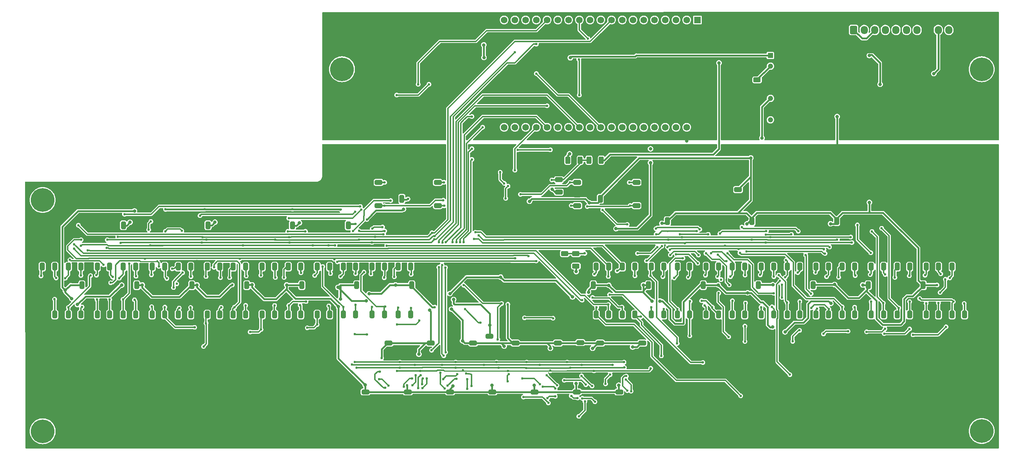
<source format=gbr>
%TF.GenerationSoftware,KiCad,Pcbnew,7.0.2*%
%TF.CreationDate,2023-11-16T12:36:52+05:30*%
%TF.ProjectId,OHM3000_V1.1_ESP,4f484d33-3030-4305-9f56-312e315f4553,rev?*%
%TF.SameCoordinates,Original*%
%TF.FileFunction,Copper,L2,Bot*%
%TF.FilePolarity,Positive*%
%FSLAX46Y46*%
G04 Gerber Fmt 4.6, Leading zero omitted, Abs format (unit mm)*
G04 Created by KiCad (PCBNEW 7.0.2) date 2023-11-16 12:36:52*
%MOMM*%
%LPD*%
G01*
G04 APERTURE LIST*
G04 Aperture macros list*
%AMRoundRect*
0 Rectangle with rounded corners*
0 $1 Rounding radius*
0 $2 $3 $4 $5 $6 $7 $8 $9 X,Y pos of 4 corners*
0 Add a 4 corners polygon primitive as box body*
4,1,4,$2,$3,$4,$5,$6,$7,$8,$9,$2,$3,0*
0 Add four circle primitives for the rounded corners*
1,1,$1+$1,$2,$3*
1,1,$1+$1,$4,$5*
1,1,$1+$1,$6,$7*
1,1,$1+$1,$8,$9*
0 Add four rect primitives between the rounded corners*
20,1,$1+$1,$2,$3,$4,$5,0*
20,1,$1+$1,$4,$5,$6,$7,0*
20,1,$1+$1,$6,$7,$8,$9,0*
20,1,$1+$1,$8,$9,$2,$3,0*%
G04 Aperture macros list end*
%TA.AperFunction,ComponentPad*%
%ADD10RoundRect,0.250000X-0.600000X-0.725000X0.600000X-0.725000X0.600000X0.725000X-0.600000X0.725000X0*%
%TD*%
%TA.AperFunction,ComponentPad*%
%ADD11O,1.700000X1.950000*%
%TD*%
%TA.AperFunction,ComponentPad*%
%ADD12R,1.230000X1.230000*%
%TD*%
%TA.AperFunction,ComponentPad*%
%ADD13C,1.230000*%
%TD*%
%TA.AperFunction,ComponentPad*%
%ADD14C,5.600000*%
%TD*%
%TA.AperFunction,ComponentPad*%
%ADD15R,1.560000X1.560000*%
%TD*%
%TA.AperFunction,ComponentPad*%
%ADD16C,1.560000*%
%TD*%
%TA.AperFunction,SMDPad,CuDef*%
%ADD17RoundRect,0.249999X-0.650001X0.325001X-0.650001X-0.325001X0.650001X-0.325001X0.650001X0.325001X0*%
%TD*%
%TA.AperFunction,SMDPad,CuDef*%
%ADD18RoundRect,0.249999X0.650001X-0.325001X0.650001X0.325001X-0.650001X0.325001X-0.650001X-0.325001X0*%
%TD*%
%TA.AperFunction,SMDPad,CuDef*%
%ADD19RoundRect,0.249999X0.325001X0.650001X-0.325001X0.650001X-0.325001X-0.650001X0.325001X-0.650001X0*%
%TD*%
%TA.AperFunction,SMDPad,CuDef*%
%ADD20RoundRect,0.249999X-0.325001X-0.650001X0.325001X-0.650001X0.325001X0.650001X-0.325001X0.650001X0*%
%TD*%
%TA.AperFunction,SMDPad,CuDef*%
%ADD21RoundRect,0.249998X0.312502X0.625002X-0.312502X0.625002X-0.312502X-0.625002X0.312502X-0.625002X0*%
%TD*%
%TA.AperFunction,SMDPad,CuDef*%
%ADD22RoundRect,0.249998X-0.312502X-0.625002X0.312502X-0.625002X0.312502X0.625002X-0.312502X0.625002X0*%
%TD*%
%TA.AperFunction,SMDPad,CuDef*%
%ADD23RoundRect,0.249998X-0.625002X0.312502X-0.625002X-0.312502X0.625002X-0.312502X0.625002X0.312502X0*%
%TD*%
%TA.AperFunction,SMDPad,CuDef*%
%ADD24RoundRect,0.249998X0.625002X-0.312502X0.625002X0.312502X-0.625002X0.312502X-0.625002X-0.312502X0*%
%TD*%
%TA.AperFunction,ViaPad*%
%ADD25C,0.600000*%
%TD*%
%TA.AperFunction,ViaPad*%
%ADD26C,0.800000*%
%TD*%
%TA.AperFunction,Conductor*%
%ADD27C,0.400000*%
%TD*%
%TA.AperFunction,Conductor*%
%ADD28C,0.300000*%
%TD*%
%TA.AperFunction,Conductor*%
%ADD29C,0.250000*%
%TD*%
G04 APERTURE END LIST*
D10*
%TO.P,J6,1,Pin_1*%
%TO.N,5V_VCC*%
X151235000Y94140000D03*
D11*
%TO.P,J6,2,Pin_2*%
%TO.N,GND_BATT*%
X153735000Y94140000D03*
%TO.P,J6,3,Pin_3*%
%TO.N,5V_VCC*%
X156235000Y94140000D03*
%TO.P,J6,4,Pin_4*%
%TO.N,3V3*%
X158735000Y94140000D03*
%TO.P,J6,5,Pin_5*%
%TO.N,ONOFF1*%
X161235000Y94140000D03*
%TO.P,J6,6,Pin_6*%
%TO.N,ONOFF2*%
X163735000Y94140000D03*
%TO.P,J6,7,Pin_7*%
%TO.N,TRIGGER*%
X166235000Y94140000D03*
%TO.P,J6,8,Pin_8*%
%TO.N,GNDD_ISO*%
X168735000Y94140000D03*
%TO.P,J6,9,Pin_9*%
%TO.N,GND_7_BUCK*%
X171235000Y94140000D03*
%TO.P,J6,10,Pin_10*%
%TO.N,GND_5_BUCK*%
X173735000Y94140000D03*
%TD*%
D12*
%TO.P,PS1,1,+VIN*%
%TO.N,5V_VCC*%
X131540000Y88115000D03*
D13*
%TO.P,PS1,2,-VIN*%
%TO.N,GND_5_BUCK*%
X131540000Y85575000D03*
%TO.P,PS1,5,-VOUT*%
%TO.N,-5VD_ISO*%
X131540000Y77955000D03*
%TO.P,PS1,6,COM*%
%TO.N,GNDD_ISO*%
X131540000Y75415000D03*
%TO.P,PS1,7,+VOUT*%
%TO.N,+5VD_ISO*%
X131540000Y72875000D03*
%TD*%
D14*
%TO.P,H1,1*%
%TO.N,N/C*%
X-40540000Y53900000D03*
%TD*%
%TO.P,H2,1*%
%TO.N,N/C*%
X181500000Y84850000D03*
%TD*%
%TO.P,H3,1*%
%TO.N,N/C*%
X-40530000Y-838000D03*
%TD*%
%TO.P,H4,1*%
%TO.N,N/C*%
X181500000Y-780000D03*
%TD*%
%TO.P,H5,1*%
%TO.N,N/C*%
X30250000Y84850000D03*
%TD*%
D15*
%TO.P,U24,J2-1,3V3*%
%TO.N,3V3*%
X114300000Y96520000D03*
D16*
%TO.P,U24,J2-2,EN*%
%TO.N,unconnected-(U24-EN-PadJ2-2)*%
X111760000Y96520000D03*
%TO.P,U24,J2-3,SENSOR_VP*%
%TO.N,unconnected-(U24-SENSOR_VP-PadJ2-3)*%
X109220000Y96520000D03*
%TO.P,U24,J2-4,SENSOR_VN*%
%TO.N,unconnected-(U24-SENSOR_VN-PadJ2-4)*%
X106680000Y96520000D03*
%TO.P,U24,J2-5,IO34*%
%TO.N,unconnected-(U24-IO34-PadJ2-5)*%
X104140000Y96520000D03*
%TO.P,U24,J2-6,IO35*%
%TO.N,unconnected-(U24-IO35-PadJ2-6)*%
X101600000Y96520000D03*
%TO.P,U24,J2-7,IO32*%
%TO.N,REN*%
X99060000Y96520000D03*
%TO.P,U24,J2-8,IO33*%
%TO.N,EN*%
X96520000Y96520000D03*
%TO.P,U24,J2-9,IO25*%
%TO.N,RS0*%
X93980000Y96520000D03*
%TO.P,U24,J2-10,IO26*%
%TO.N,RS1*%
X91440000Y96520000D03*
%TO.P,U24,J2-11,IO27*%
%TO.N,RS2*%
X88900000Y96520000D03*
%TO.P,U24,J2-12,IO14*%
%TO.N,CLOCK*%
X86360000Y96520000D03*
%TO.P,U24,J2-13,IO12*%
%TO.N,DOUT*%
X83820000Y96520000D03*
%TO.P,U24,J2-14,GND1*%
%TO.N,unconnected-(U24-GND1-PadJ2-14)*%
X81280000Y96520000D03*
%TO.P,U24,J2-15,IO13*%
%TO.N,DIN*%
X78740000Y96520000D03*
%TO.P,U24,J2-16,SD2*%
%TO.N,unconnected-(U24-SD2-PadJ2-16)*%
X76200000Y96520000D03*
%TO.P,U24,J2-17,SD3*%
%TO.N,unconnected-(U24-SD3-PadJ2-17)*%
X73660000Y96520000D03*
%TO.P,U24,J2-18,CMD*%
%TO.N,unconnected-(U24-CMD-PadJ2-18)*%
X71120000Y96520000D03*
%TO.P,U24,J2-19,EXT_5V*%
%TO.N,5V_VCC*%
X68580000Y96520000D03*
%TO.P,U24,J3-1,GND3*%
%TO.N,GNDD_ISO*%
X114300000Y71120000D03*
%TO.P,U24,J3-2,IO23*%
%TO.N,unconnected-(U24-IO23-PadJ3-2)*%
X111760000Y71120000D03*
%TO.P,U24,J3-3,IO22*%
%TO.N,unconnected-(U24-IO22-PadJ3-3)*%
X109220000Y71120000D03*
%TO.P,U24,J3-4,TXD0*%
%TO.N,unconnected-(U24-TXD0-PadJ3-4)*%
X106680000Y71120000D03*
%TO.P,U24,J3-5,RXD0*%
%TO.N,unconnected-(U24-RXD0-PadJ3-5)*%
X104140000Y71120000D03*
%TO.P,U24,J3-6,IO21*%
%TO.N,unconnected-(U24-IO21-PadJ3-6)*%
X101600000Y71120000D03*
%TO.P,U24,J3-7,GND2*%
%TO.N,unconnected-(U24-GND2-PadJ3-7)*%
X99060000Y71120000D03*
%TO.P,U24,J3-8,IO19*%
%TO.N,unconnected-(U24-IO19-PadJ3-8)*%
X96520000Y71120000D03*
%TO.P,U24,J3-9,IO18*%
%TO.N,SS2*%
X93980000Y71120000D03*
%TO.P,U24,J3-10,IO5*%
%TO.N,MS2*%
X91440000Y71120000D03*
%TO.P,U24,J3-11,IO17*%
%TO.N,SS1*%
X88900000Y71120000D03*
%TO.P,U24,J3-12,IO16*%
%TO.N,SS0*%
X86360000Y71120000D03*
%TO.P,U24,J3-13,IO4*%
%TO.N,MS1*%
X83820000Y71120000D03*
%TO.P,U24,J3-14,IO0*%
%TO.N,unconnected-(U24-IO0-PadJ3-14)*%
X81280000Y71120000D03*
%TO.P,U24,J3-15,IO2*%
%TO.N,MS0*%
X78740000Y71120000D03*
%TO.P,U24,J3-16,IO15*%
%TO.N,CS*%
X76200000Y71120000D03*
%TO.P,U24,J3-17,SD1*%
%TO.N,unconnected-(U24-SD1-PadJ3-17)*%
X73660000Y71120000D03*
%TO.P,U24,J3-18,SD0*%
%TO.N,unconnected-(U24-SD0-PadJ3-18)*%
X71120000Y71120000D03*
%TO.P,U24,J3-19,CLK*%
%TO.N,unconnected-(U24-CLK-PadJ3-19)*%
X68580000Y71120000D03*
%TD*%
D17*
%TO.P,DC15,1*%
%TO.N,+5VA_ISO*%
X35800000Y8475000D03*
%TO.P,DC15,2*%
%TO.N,GNDA_ISO*%
X35800000Y5525000D03*
%TD*%
%TO.P,DC16,1*%
%TO.N,+5VA_ISO*%
X45800000Y8475000D03*
%TO.P,DC16,2*%
%TO.N,GNDA_ISO*%
X45800000Y5525000D03*
%TD*%
%TO.P,DC17,1*%
%TO.N,+5VA_ISO*%
X55800000Y8475000D03*
%TO.P,DC17,2*%
%TO.N,GNDA_ISO*%
X55800000Y5525000D03*
%TD*%
%TO.P,DC18,1*%
%TO.N,+5VA_ISO*%
X65800000Y8475000D03*
%TO.P,DC18,2*%
%TO.N,GNDA_ISO*%
X65800000Y5525000D03*
%TD*%
%TO.P,DC19,1*%
%TO.N,+5VA_ISO*%
X75800000Y8475000D03*
%TO.P,DC19,2*%
%TO.N,GNDA_ISO*%
X75800000Y5525000D03*
%TD*%
%TO.P,DC20,1*%
%TO.N,+5VA_ISO*%
X85800000Y8475000D03*
%TO.P,DC20,2*%
%TO.N,GNDA_ISO*%
X85800000Y5525000D03*
%TD*%
%TO.P,DC21,1*%
%TO.N,+5VA_ISO*%
X95800000Y8475000D03*
%TO.P,DC21,2*%
%TO.N,GNDA_ISO*%
X95800000Y5525000D03*
%TD*%
%TO.P,DC22,1*%
%TO.N,+5VA_ISO*%
X65100000Y21625000D03*
%TO.P,DC22,2*%
%TO.N,GNDA_ISO*%
X65100000Y18675000D03*
%TD*%
%TO.P,DC25,1*%
%TO.N,-5VA_ISO*%
X41250000Y20025000D03*
%TO.P,DC25,2*%
%TO.N,GNDA_ISO*%
X41250000Y17075000D03*
%TD*%
%TO.P,DC28,1*%
%TO.N,-5VA_ISO*%
X71250000Y20025000D03*
%TO.P,DC28,2*%
%TO.N,GNDA_ISO*%
X71250000Y17075000D03*
%TD*%
%TO.P,DC29,1*%
%TO.N,-5VA_ISO*%
X81250000Y20025000D03*
%TO.P,DC29,2*%
%TO.N,GNDA_ISO*%
X81250000Y17075000D03*
%TD*%
%TO.P,DC30,1*%
%TO.N,-5VA_ISO*%
X91250000Y20025000D03*
%TO.P,DC30,2*%
%TO.N,GNDA_ISO*%
X91250000Y17075000D03*
%TD*%
%TO.P,DC31,1*%
%TO.N,-5VA_ISO*%
X101250000Y20025000D03*
%TO.P,DC31,2*%
%TO.N,GNDA_ISO*%
X101250000Y17075000D03*
%TD*%
D18*
%TO.P,DC32,1*%
%TO.N,-5VA_ISO*%
X86600000Y20150000D03*
%TO.P,DC32,2*%
%TO.N,GNDA_ISO*%
X86600000Y23100000D03*
%TD*%
D19*
%TO.P,C1,1*%
%TO.N,ROW_1*%
X46468840Y26781760D03*
%TO.P,C1,2*%
%TO.N,M1*%
X43518840Y26781760D03*
%TD*%
%TO.P,C2,1*%
%TO.N,ROW_2*%
X46468840Y38125400D03*
%TO.P,C2,2*%
%TO.N,M2*%
X43518840Y38125400D03*
%TD*%
D20*
%TO.P,C3,1*%
%TO.N,ROW_3*%
X37361880Y38125400D03*
%TO.P,C3,2*%
%TO.N,M3*%
X40311880Y38125400D03*
%TD*%
%TO.P,C4,1*%
%TO.N,ROW_4*%
X37361880Y26781760D03*
%TO.P,C4,2*%
%TO.N,M4*%
X40311880Y26781760D03*
%TD*%
D19*
%TO.P,C5,1*%
%TO.N,ROW_5*%
X33468840Y26781760D03*
%TO.P,C5,2*%
%TO.N,M5*%
X30518840Y26781760D03*
%TD*%
%TO.P,C6,1*%
%TO.N,ROW_6*%
X33468840Y38125400D03*
%TO.P,C6,2*%
%TO.N,M6*%
X30518840Y38125400D03*
%TD*%
D20*
%TO.P,C7,1*%
%TO.N,ROW_7*%
X24361880Y38125400D03*
%TO.P,C7,2*%
%TO.N,M7*%
X27311880Y38125400D03*
%TD*%
%TO.P,C8,1*%
%TO.N,ROW_8*%
X24361880Y26781760D03*
%TO.P,C8,2*%
%TO.N,M8*%
X27311880Y26781760D03*
%TD*%
D19*
%TO.P,C9,1*%
%TO.N,ROW_9*%
X20468840Y26781760D03*
%TO.P,C9,2*%
%TO.N,M9*%
X17518840Y26781760D03*
%TD*%
D20*
%TO.P,C11,1*%
%TO.N,ROW_11*%
X11361880Y38125400D03*
%TO.P,C11,2*%
%TO.N,M11*%
X14311880Y38125400D03*
%TD*%
%TO.P,C12,1*%
%TO.N,ROW_12*%
X11361880Y26781760D03*
%TO.P,C12,2*%
%TO.N,M12*%
X14311880Y26781760D03*
%TD*%
D19*
%TO.P,C13,1*%
%TO.N,ROW_13*%
X7468840Y26781760D03*
%TO.P,C13,2*%
%TO.N,M13*%
X4518840Y26781760D03*
%TD*%
%TO.P,C14,1*%
%TO.N,ROW_14*%
X7468840Y38125400D03*
%TO.P,C14,2*%
%TO.N,M14*%
X4518840Y38125400D03*
%TD*%
D20*
%TO.P,C15,1*%
%TO.N,ROW_15*%
X-1638120Y38125400D03*
%TO.P,C15,2*%
%TO.N,M15*%
X1311880Y38125400D03*
%TD*%
%TO.P,C16,1*%
%TO.N,ROW_16*%
X-1638120Y26781760D03*
%TO.P,C16,2*%
%TO.N,M16*%
X1311880Y26781760D03*
%TD*%
D19*
%TO.P,C17,1*%
%TO.N,ROW_17*%
X-5531160Y26781760D03*
%TO.P,C17,2*%
%TO.N,M17*%
X-8481160Y26781760D03*
%TD*%
%TO.P,C18,1*%
%TO.N,ROW_18*%
X-5531160Y38125400D03*
%TO.P,C18,2*%
%TO.N,M18*%
X-8481160Y38125400D03*
%TD*%
D20*
%TO.P,C19,1*%
%TO.N,ROW_19*%
X-14638120Y38125400D03*
%TO.P,C19,2*%
%TO.N,M19*%
X-11688120Y38125400D03*
%TD*%
%TO.P,C20,1*%
%TO.N,ROW_20*%
X-14638120Y26781760D03*
%TO.P,C20,2*%
%TO.N,M20*%
X-11688120Y26781760D03*
%TD*%
D19*
%TO.P,C21,1*%
%TO.N,ROW_21*%
X-18531160Y26781760D03*
%TO.P,C21,2*%
%TO.N,M21*%
X-21481160Y26781760D03*
%TD*%
%TO.P,C22,1*%
%TO.N,ROW_22*%
X-18531160Y38125400D03*
%TO.P,C22,2*%
%TO.N,M22*%
X-21481160Y38125400D03*
%TD*%
D20*
%TO.P,C23,1*%
%TO.N,ROW_23*%
X-27638120Y38125400D03*
%TO.P,C23,2*%
%TO.N,M23*%
X-24688120Y38125400D03*
%TD*%
%TO.P,C24,1*%
%TO.N,ROW_24*%
X-27638120Y26781760D03*
%TO.P,C24,2*%
%TO.N,M24*%
X-24688120Y26781760D03*
%TD*%
D19*
%TO.P,C25,1*%
%TO.N,ROW_25*%
X-31531160Y26781760D03*
%TO.P,C25,2*%
%TO.N,M25*%
X-34481160Y26781760D03*
%TD*%
%TO.P,C26,1*%
%TO.N,ROW_26*%
X-31531160Y38125400D03*
%TO.P,C26,2*%
%TO.N,M26*%
X-34481160Y38125400D03*
%TD*%
D20*
%TO.P,C27,1*%
%TO.N,ROW_27*%
X-40638120Y38125400D03*
%TO.P,C27,2*%
%TO.N,M27*%
X-37688120Y38125400D03*
%TD*%
%TO.P,C28,1*%
%TO.N,GNDA_ISO*%
X-40638120Y26781760D03*
%TO.P,C28,2*%
%TO.N,Net-(C28-Pad2)*%
X-37688120Y26781760D03*
%TD*%
%TO.P,C29,1*%
%TO.N,ROW_28*%
X90361880Y38125400D03*
%TO.P,C29,2*%
%TO.N,M28*%
X93311880Y38125400D03*
%TD*%
%TO.P,C30,1*%
%TO.N,ROW_29*%
X90361880Y26781760D03*
%TO.P,C30,2*%
%TO.N,M29*%
X93311880Y26781760D03*
%TD*%
D19*
%TO.P,C31,1*%
%TO.N,ROW_30*%
X99468840Y26781760D03*
%TO.P,C31,2*%
%TO.N,M30*%
X96518840Y26781760D03*
%TD*%
%TO.P,C32,1*%
%TO.N,ROW_31*%
X99468840Y38125400D03*
%TO.P,C32,2*%
%TO.N,M31*%
X96518840Y38125400D03*
%TD*%
D20*
%TO.P,C33,1*%
%TO.N,ROW_32*%
X103361880Y38125400D03*
%TO.P,C33,2*%
%TO.N,M32*%
X106311880Y38125400D03*
%TD*%
%TO.P,C34,1*%
%TO.N,ROW_33*%
X103361880Y26781760D03*
%TO.P,C34,2*%
%TO.N,M33*%
X106311880Y26781760D03*
%TD*%
D19*
%TO.P,C35,1*%
%TO.N,ROW_34*%
X112468840Y26781760D03*
%TO.P,C35,2*%
%TO.N,M34*%
X109518840Y26781760D03*
%TD*%
%TO.P,C36,1*%
%TO.N,ROW_35*%
X112468840Y38125400D03*
%TO.P,C36,2*%
%TO.N,M35*%
X109518840Y38125400D03*
%TD*%
D20*
%TO.P,C37,1*%
%TO.N,ROW_36*%
X116361880Y38125400D03*
%TO.P,C37,2*%
%TO.N,M36*%
X119311880Y38125400D03*
%TD*%
%TO.P,C38,1*%
%TO.N,ROW_37*%
X116361880Y26781760D03*
%TO.P,C38,2*%
%TO.N,M37*%
X119311880Y26781760D03*
%TD*%
D19*
%TO.P,C39,1*%
%TO.N,ROW_38*%
X125468840Y26781760D03*
%TO.P,C39,2*%
%TO.N,M38*%
X122518840Y26781760D03*
%TD*%
%TO.P,C40,1*%
%TO.N,ROW_39*%
X125468840Y38125400D03*
%TO.P,C40,2*%
%TO.N,M39*%
X122518840Y38125400D03*
%TD*%
D20*
%TO.P,C41,1*%
%TO.N,ROW_40*%
X129361880Y38125400D03*
%TO.P,C41,2*%
%TO.N,M40*%
X132311880Y38125400D03*
%TD*%
%TO.P,C42,1*%
%TO.N,ROW_41*%
X129361880Y26781760D03*
%TO.P,C42,2*%
%TO.N,M41*%
X132311880Y26781760D03*
%TD*%
D19*
%TO.P,C44,1*%
%TO.N,ROW_43*%
X138468840Y38125400D03*
%TO.P,C44,2*%
%TO.N,M43*%
X135518840Y38125400D03*
%TD*%
D20*
%TO.P,C45,1*%
%TO.N,ROW_44*%
X142361880Y38125400D03*
%TO.P,C45,2*%
%TO.N,M44*%
X145311880Y38125400D03*
%TD*%
%TO.P,C46,1*%
%TO.N,ROW_45*%
X142361880Y26781760D03*
%TO.P,C46,2*%
%TO.N,M45*%
X145311880Y26781760D03*
%TD*%
D19*
%TO.P,C47,1*%
%TO.N,ROW_46*%
X151468840Y26781760D03*
%TO.P,C47,2*%
%TO.N,M46*%
X148518840Y26781760D03*
%TD*%
%TO.P,C48,1*%
%TO.N,ROW_47*%
X151468840Y38125400D03*
%TO.P,C48,2*%
%TO.N,M47*%
X148518840Y38125400D03*
%TD*%
D20*
%TO.P,C49,1*%
%TO.N,ROW_48*%
X155361880Y38125400D03*
%TO.P,C49,2*%
%TO.N,M48*%
X158311880Y38125400D03*
%TD*%
%TO.P,C50,1*%
%TO.N,ROW_49*%
X155361880Y26781760D03*
%TO.P,C50,2*%
%TO.N,M49*%
X158311880Y26781760D03*
%TD*%
D19*
%TO.P,C51,1*%
%TO.N,ROW_50*%
X164468840Y26781760D03*
%TO.P,C51,2*%
%TO.N,M50*%
X161518840Y26781760D03*
%TD*%
%TO.P,C52,1*%
%TO.N,ROW_51*%
X164468840Y38125400D03*
%TO.P,C52,2*%
%TO.N,M51*%
X161518840Y38125400D03*
%TD*%
D20*
%TO.P,C53,1*%
%TO.N,ROW_52*%
X168361880Y38125400D03*
%TO.P,C53,2*%
%TO.N,M52*%
X171311880Y38125400D03*
%TD*%
%TO.P,C54,1*%
%TO.N,ROW_53*%
X168361880Y26781760D03*
%TO.P,C54,2*%
%TO.N,M53*%
X171311880Y26781760D03*
%TD*%
D19*
%TO.P,C55,1*%
%TO.N,ROW_54*%
X177468840Y26781760D03*
%TO.P,C55,2*%
%TO.N,M54*%
X174518840Y26781760D03*
%TD*%
%TO.P,C56,1*%
%TO.N,GNDA_ISO*%
X177468840Y38125400D03*
%TO.P,C56,2*%
%TO.N,Net-(C56-Pad2)*%
X174518840Y38125400D03*
%TD*%
D20*
%TO.P,DC2,1*%
%TO.N,+5VA_ISO*%
X33725000Y33725000D03*
%TO.P,DC2,2*%
%TO.N,GNDA_ISO*%
X36675000Y33725000D03*
%TD*%
%TO.P,DC3,1*%
%TO.N,+5VA_ISO*%
X20725000Y33725000D03*
%TO.P,DC3,2*%
%TO.N,GNDA_ISO*%
X23675000Y33725000D03*
%TD*%
%TO.P,DC4,1*%
%TO.N,+5VA_ISO*%
X7725000Y33725000D03*
%TO.P,DC4,2*%
%TO.N,GNDA_ISO*%
X10675000Y33725000D03*
%TD*%
%TO.P,DC5,1*%
%TO.N,+5VA_ISO*%
X-5275000Y33725000D03*
%TO.P,DC5,2*%
%TO.N,GNDA_ISO*%
X-2325000Y33725000D03*
%TD*%
%TO.P,DC6,1*%
%TO.N,+5VA_ISO*%
X-18275000Y33725000D03*
%TO.P,DC6,2*%
%TO.N,GNDA_ISO*%
X-15325000Y33725000D03*
%TD*%
%TO.P,DC7,1*%
%TO.N,+5VA_ISO*%
X-31275000Y33725000D03*
%TO.P,DC7,2*%
%TO.N,GNDA_ISO*%
X-28325000Y33725000D03*
%TD*%
D19*
%TO.P,DC8,1*%
%TO.N,+5VA_ISO*%
X89675000Y33725000D03*
%TO.P,DC8,2*%
%TO.N,GNDA_ISO*%
X86725000Y33725000D03*
%TD*%
%TO.P,DC9,1*%
%TO.N,+5VA_ISO*%
X102675000Y33725000D03*
%TO.P,DC9,2*%
%TO.N,GNDA_ISO*%
X99725000Y33725000D03*
%TD*%
%TO.P,DC10,1*%
%TO.N,+5VA_ISO*%
X115675000Y33725000D03*
%TO.P,DC10,2*%
%TO.N,GNDA_ISO*%
X112725000Y33725000D03*
%TD*%
%TO.P,DC11,1*%
%TO.N,+5VA_ISO*%
X128675000Y33725000D03*
%TO.P,DC11,2*%
%TO.N,GNDA_ISO*%
X125725000Y33725000D03*
%TD*%
%TO.P,DC12,1*%
%TO.N,+5VA_ISO*%
X141675000Y33725000D03*
%TO.P,DC12,2*%
%TO.N,GNDA_ISO*%
X138725000Y33725000D03*
%TD*%
%TO.P,DC13,1*%
%TO.N,+5VA_ISO*%
X154675000Y33725000D03*
%TO.P,DC13,2*%
%TO.N,GNDA_ISO*%
X151725000Y33725000D03*
%TD*%
%TO.P,DC14,1*%
%TO.N,+5VA_ISO*%
X167675000Y33725000D03*
%TO.P,DC14,2*%
%TO.N,GNDA_ISO*%
X164725000Y33725000D03*
%TD*%
%TO.P,DC38,1*%
%TO.N,+5VA_ISO*%
X-1450000Y47925000D03*
%TO.P,DC38,2*%
%TO.N,GNDA_ISO*%
X-4400000Y47925000D03*
%TD*%
D20*
%TO.P,DC40,1*%
%TO.N,+5VA_ISO*%
X107200000Y48900000D03*
%TO.P,DC40,2*%
%TO.N,GNDA_ISO*%
X110150000Y48900000D03*
%TD*%
%TO.P,DC41,1*%
%TO.N,+5VA_ISO*%
X127200000Y48900000D03*
%TO.P,DC41,2*%
%TO.N,GNDA_ISO*%
X130150000Y48900000D03*
%TD*%
%TO.P,DC42,1*%
%TO.N,+5VA_ISO*%
X147200000Y48900000D03*
%TO.P,DC42,2*%
%TO.N,GNDA_ISO*%
X150150000Y48900000D03*
%TD*%
%TO.P,DC43,1*%
%TO.N,+5VA_ISO*%
X91325000Y54175000D03*
%TO.P,DC43,2*%
%TO.N,GNDA_ISO*%
X94275000Y54175000D03*
%TD*%
D21*
%TO.P,R65,1*%
%TO.N,3V3*%
X91562500Y63325000D03*
%TO.P,R65,2*%
%TO.N,Net-(U28-VD)*%
X88637500Y63325000D03*
%TD*%
D22*
%TO.P,R66,1*%
%TO.N,+5VD_ISO*%
X83637500Y63325000D03*
%TO.P,R66,2*%
%TO.N,Net-(U28-VD)*%
X86562500Y63325000D03*
%TD*%
D23*
%TO.P,R69,1*%
%TO.N,VEE_SWITCH*%
X85550000Y41187500D03*
%TO.P,R69,2*%
%TO.N,-5VA_ISO*%
X85550000Y38262500D03*
%TD*%
%TO.P,R70,1*%
%TO.N,VEE_SWITCH*%
X82900000Y41187500D03*
%TO.P,R70,2*%
%TO.N,GNDA_ISO*%
X82900000Y38262500D03*
%TD*%
D19*
%TO.P,C43,1*%
%TO.N,ROW_42*%
X138468840Y26781760D03*
%TO.P,C43,2*%
%TO.N,M42*%
X135518840Y26781760D03*
%TD*%
%TO.P,C10,1*%
%TO.N,ROW_10*%
X20468840Y38125400D03*
%TO.P,C10,2*%
%TO.N,M10*%
X17518840Y38125400D03*
%TD*%
D17*
%TO.P,DC26,1*%
%TO.N,-5VA_ISO*%
X51250000Y20025000D03*
%TO.P,DC26,2*%
%TO.N,GNDA_ISO*%
X51250000Y17075000D03*
%TD*%
%TO.P,DC27,1*%
%TO.N,-5VA_ISO*%
X61250000Y20025000D03*
%TO.P,DC27,2*%
%TO.N,GNDA_ISO*%
X61250000Y17075000D03*
%TD*%
D20*
%TO.P,DC1,1*%
%TO.N,+5VA_ISO*%
X46725000Y33725000D03*
%TO.P,DC1,2*%
%TO.N,GNDA_ISO*%
X49675000Y33725000D03*
%TD*%
D19*
%TO.P,DC36,1*%
%TO.N,+5VA_ISO*%
X31725000Y47900000D03*
%TO.P,DC36,2*%
%TO.N,GNDA_ISO*%
X28775000Y47900000D03*
%TD*%
%TO.P,DC37,1*%
%TO.N,+5VA_ISO*%
X18550000Y47925000D03*
%TO.P,DC37,2*%
%TO.N,GNDA_ISO*%
X15600000Y47925000D03*
%TD*%
%TO.P,DC39,1*%
%TO.N,+5VA_ISO*%
X-21450000Y47925000D03*
%TO.P,DC39,2*%
%TO.N,GNDA_ISO*%
X-24400000Y47925000D03*
%TD*%
D17*
%TO.P,C57,1*%
%TO.N,IN0*%
X38875000Y58075000D03*
%TO.P,C57,2*%
%TO.N,GNDA_ISO*%
X38875000Y55125000D03*
%TD*%
%TO.P,C58,1*%
%TO.N,IN4*%
X85875000Y58075000D03*
%TO.P,C58,2*%
%TO.N,GNDA_ISO*%
X85875000Y55125000D03*
%TD*%
%TO.P,C59,1*%
%TO.N,IN1*%
X38875000Y52575000D03*
%TO.P,C59,2*%
%TO.N,GNDA_ISO*%
X38875000Y49625000D03*
%TD*%
%TO.P,C60,1*%
%TO.N,IN5*%
X85875000Y52575000D03*
%TO.P,C60,2*%
%TO.N,GNDA_ISO*%
X85875000Y49625000D03*
%TD*%
%TO.P,C61,1*%
%TO.N,IN2*%
X52875000Y52575000D03*
%TO.P,C61,2*%
%TO.N,GNDA_ISO*%
X52875000Y49625000D03*
%TD*%
%TO.P,C62,1*%
%TO.N,IN6*%
X99875000Y52575000D03*
%TO.P,C62,2*%
%TO.N,GNDA_ISO*%
X99875000Y49625000D03*
%TD*%
%TO.P,C63,1*%
%TO.N,IN3*%
X52875000Y58075000D03*
%TO.P,C63,2*%
%TO.N,GNDA_ISO*%
X52875000Y55125000D03*
%TD*%
%TO.P,C64,1*%
%TO.N,IN7*%
X99875000Y58075000D03*
%TO.P,C64,2*%
%TO.N,GNDA_ISO*%
X99875000Y55125000D03*
%TD*%
%TO.P,DC46,1*%
%TO.N,Net-(U28-VD)*%
X81500000Y58700000D03*
%TO.P,DC46,2*%
%TO.N,GNDD_ISO*%
X81500000Y55750000D03*
%TD*%
D20*
%TO.P,DC44,1*%
%TO.N,+5VA_ISO*%
X44400000Y54175000D03*
%TO.P,DC44,2*%
%TO.N,GNDA_ISO*%
X47350000Y54175000D03*
%TD*%
D18*
%TO.P,DC50,1*%
%TO.N,+5VA_ISO*%
X123875000Y56375000D03*
%TO.P,DC50,2*%
%TO.N,GNDA_ISO*%
X123875000Y59325000D03*
%TD*%
D24*
%TO.P,R73,1*%
%TO.N,GNDD_ISO*%
X128385000Y79402500D03*
%TO.P,R73,2*%
%TO.N,GND_5_BUCK*%
X128385000Y82327500D03*
%TD*%
D25*
%TO.N,*%
X-8825000Y34075000D03*
D26*
%TO.N,GND_BATT*%
X157480000Y81280000D03*
X154940000Y88100500D03*
%TO.N,GNDD_ISO*%
X79950000Y56450000D03*
X111760000Y67875500D03*
X144780000Y83820000D03*
X127000000Y78740000D03*
X114300000Y78740000D03*
%TO.N,+5VD_ISO*%
X84050000Y64825000D03*
%TO.N,GNDA_ISO*%
X86875000Y18850000D03*
X49450000Y16725000D03*
X-11830300Y33794700D03*
D25*
X98000000Y48975000D03*
D26*
X147350000Y41750000D03*
X-7300000Y18975000D03*
D25*
X29775000Y43125000D03*
D26*
X9275000Y39000000D03*
X83100000Y16925000D03*
X-4075000Y39350000D03*
X88075000Y24175000D03*
X24600000Y33750000D03*
X140750000Y46300000D03*
D25*
X113875000Y31375000D03*
X112225000Y48325000D03*
D26*
X-40950000Y30250000D03*
X89075000Y35425000D03*
D25*
X58000000Y25075000D03*
X128000000Y35300000D03*
D26*
X63175000Y16775000D03*
X-4400000Y35425000D03*
X152400000Y60960000D03*
X85275000Y24250000D03*
X-29075000Y31875000D03*
D25*
X99725000Y18050000D03*
X45975000Y53275000D03*
D26*
X148325000Y52675000D03*
D25*
X149575000Y17025000D03*
D26*
X123000000Y23150000D03*
X101325000Y9475000D03*
X128025000Y39550000D03*
X50500000Y55675000D03*
X20975000Y35350000D03*
X87200000Y25800000D03*
X106055100Y34455100D03*
D25*
X71450000Y35525000D03*
D26*
X89700000Y31875000D03*
X-30525000Y35400000D03*
D25*
X33925000Y35500000D03*
D26*
X110050000Y22700000D03*
X147320000Y73660000D03*
X42800000Y50025000D03*
X74900000Y18950000D03*
X103005000Y42995000D03*
X55675000Y34825000D03*
X109050000Y33400000D03*
X94075000Y51500000D03*
X5125000Y47350000D03*
X153325000Y48475000D03*
X63375000Y18025000D03*
D25*
X122600000Y41700000D03*
D26*
X50575000Y48650000D03*
X81225000Y30575000D03*
X-13575000Y46700000D03*
X81375000Y18275000D03*
X123825000Y13175000D03*
D25*
X40950000Y55400000D03*
X4000000Y32650000D03*
D26*
X92850000Y54400000D03*
X975000Y20550000D03*
X83175000Y36875000D03*
X156525000Y21725000D03*
X87725000Y48225000D03*
X146025000Y34975000D03*
D25*
X69575000Y16600000D03*
D26*
X118725000Y48625000D03*
X42825000Y16700000D03*
X73000000Y16650000D03*
X102025000Y54650000D03*
X-11800000Y30050000D03*
X40244700Y33794700D03*
X5325000Y21550000D03*
X152375000Y32200000D03*
X8550000Y35425000D03*
X-23950000Y19300000D03*
X-28575000Y46850046D03*
X81125000Y38475000D03*
X93000000Y16775000D03*
X96775000Y18875000D03*
D25*
X138600000Y35200000D03*
D26*
X145500000Y32775000D03*
X95225000Y22250000D03*
X97725000Y53800000D03*
X-16575000Y37775000D03*
X23475000Y31825000D03*
D25*
X134225000Y37075000D03*
X12287338Y46973876D03*
X84250000Y54875000D03*
X26550000Y48775000D03*
X38212843Y43200288D03*
D26*
X21175000Y31975000D03*
X142575000Y23325000D03*
X133025000Y49150000D03*
X77600000Y26900000D03*
X141825000Y49825000D03*
X12300000Y20025000D03*
X14194700Y33794700D03*
X70100000Y38000000D03*
X1125000Y33475000D03*
X-40994700Y33794700D03*
X145175000Y47125000D03*
D25*
X115325000Y32000000D03*
X-6300000Y48350000D03*
X46550000Y19275000D03*
D26*
X124000000Y37975000D03*
X125925000Y35250000D03*
D25*
X102896048Y16785926D03*
D26*
X177525000Y35825000D03*
X-4750000Y32025000D03*
X-11800000Y30050000D03*
X62050000Y33500000D03*
X161259300Y33134300D03*
X48925000Y35925000D03*
X96155300Y33794700D03*
X-27250000Y33800000D03*
%TO.N,+5VA_ISO*%
X153380300Y33794700D03*
X93325000Y33700000D03*
X-35200000Y32550000D03*
X88750000Y53200000D03*
X-32322666Y29151834D03*
X35969669Y30044669D03*
X9000000Y33825000D03*
X103575000Y29975000D03*
X36624380Y31700000D03*
X135000000Y22675000D03*
D25*
X33475000Y48225000D03*
D26*
X-19900000Y48625000D03*
X20150000Y48475000D03*
D25*
X170944700Y33794700D03*
X45850000Y54150000D03*
D26*
X88525000Y32075000D03*
D25*
X4300000Y33825000D03*
D26*
X145850000Y29425000D03*
X29300000Y33225000D03*
X126000000Y48225000D03*
X-18825000Y51300000D03*
X29850000Y30475000D03*
D25*
X-2225000Y51725000D03*
D26*
X126900000Y63850000D03*
X85576471Y10467856D03*
X132050000Y23825000D03*
X200001Y48650001D03*
X119199977Y33794700D03*
D25*
X18525000Y51725000D03*
D26*
X74575000Y53600000D03*
D25*
X45657553Y10095313D03*
D26*
X-4050000Y33800000D03*
X65150000Y24275000D03*
X126150000Y31925000D03*
X75715373Y10040373D03*
X35707600Y10114000D03*
X42894700Y33794700D03*
X44775000Y51725000D03*
X-33667838Y30542838D03*
D25*
X36115373Y49290373D03*
D26*
X55753000Y31750000D03*
X145750000Y48275000D03*
X56625000Y30350000D03*
X105425000Y29975000D03*
D25*
X-11500000Y51675000D03*
D26*
X-21850000Y33750000D03*
X101530300Y33794700D03*
X146725000Y33900000D03*
X17169700Y33794700D03*
X56500000Y9900000D03*
D25*
X29925000Y51650000D03*
D26*
X132128904Y33854404D03*
X154940000Y53340000D03*
X65697100Y10058400D03*
X-16980300Y33794700D03*
X67750000Y35650000D03*
X95675000Y10050000D03*
D25*
X52175000Y28550000D03*
D26*
X29400000Y28650000D03*
X105875000Y48375000D03*
X84744662Y30944662D03*
%TO.N,-5VD_ISO*%
X103200000Y66025000D03*
X95025000Y47125000D03*
X103200000Y62725000D03*
X129540000Y68580000D03*
%TO.N,-5VA_ISO*%
X79500000Y18800000D03*
X89500000Y18800000D03*
X68600000Y19300000D03*
D25*
X69450000Y29209400D03*
D26*
X85625000Y36950000D03*
X50927000Y27813000D03*
X56134000Y28067000D03*
X48425000Y17400000D03*
X58750000Y20575000D03*
X98950000Y19100000D03*
D25*
X39600000Y16475000D03*
%TO.N,M1*%
X43531340Y28456340D03*
X34250000Y46600000D03*
X40335799Y46581319D03*
%TO.N,ROW_1*%
X46525000Y28375000D03*
%TO.N,M2*%
X42600000Y35725000D03*
X37402873Y47100010D03*
X39825000Y47500000D03*
%TO.N,ROW_2*%
X46600000Y36300000D03*
X43275000Y24425000D03*
X48525000Y25400000D03*
%TO.N,M3*%
X40225000Y35500000D03*
%TO.N,ROW_3*%
X37075000Y36375000D03*
%TO.N,M4*%
X40500000Y28700000D03*
X35450000Y36825000D03*
%TO.N,ROW_4*%
X37374380Y28599380D03*
X33304480Y22158960D03*
X36134040Y22037040D03*
%TO.N,M5*%
X30531340Y28581340D03*
X25675000Y38150000D03*
%TO.N,ROW_5*%
X33456340Y29081340D03*
%TO.N,M6*%
X29893272Y35783290D03*
%TO.N,ROW_6*%
X33456340Y36456340D03*
%TO.N,M7*%
X27522127Y36472127D03*
%TO.N,ROW_7*%
X23775000Y36035920D03*
%TO.N,M8*%
X27125000Y28850000D03*
%TO.N,ROW_8*%
X22024990Y23650006D03*
X24338280Y24409400D03*
%TO.N,M9*%
X17425000Y46474997D03*
X21600000Y46500000D03*
X17675000Y28950000D03*
X21750000Y29875000D03*
%TO.N,ROW_9*%
X20327873Y29022127D03*
%TO.N,M10*%
X16527983Y35572227D03*
%TO.N,ROW_10*%
X20550000Y36675000D03*
%TO.N,M11*%
X14475000Y35574998D03*
%TO.N,ROW_11*%
X11050000Y36075000D03*
%TO.N,M12*%
X14299380Y28925622D03*
%TO.N,ROW_12*%
X8511540Y22669500D03*
X11087100Y23261320D03*
%TO.N,M13*%
X-25000Y37975000D03*
X4825000Y28550000D03*
%TO.N,ROW_13*%
X7456340Y28968658D03*
%TO.N,M14*%
X3660853Y35547272D03*
%TO.N,ROW_14*%
X7600000Y35900000D03*
%TO.N,M15*%
X1500000Y35525000D03*
%TO.N,ROW_15*%
X-1925000Y35800000D03*
%TO.N,M16*%
X1675000Y28500000D03*
%TO.N,ROW_16*%
X-2494280Y19217640D03*
X-1910080Y24742140D03*
%TO.N,M17*%
X-9600000Y33175000D03*
X-8250000Y28350000D03*
X-7450000Y36700000D03*
%TO.N,ROW_17*%
X-5575000Y28475004D03*
%TO.N,M18*%
X-9900000Y37625000D03*
%TO.N,ROW_18*%
X-5475000Y35775000D03*
%TO.N,M19*%
X-11175000Y35350000D03*
%TO.N,ROW_19*%
X-14825000Y36200000D03*
%TO.N,M20*%
X-4600000Y23775000D03*
X-11650000Y28550000D03*
%TO.N,ROW_20*%
X-14775000Y28650000D03*
%TO.N,M21*%
X-20106180Y38849990D03*
X-15475000Y46900000D03*
X-21525000Y30375000D03*
X-14950000Y48825000D03*
%TO.N,ROW_21*%
X-18825000Y30275000D03*
%TO.N,M22*%
X-22434627Y35409627D03*
%TO.N,ROW_22*%
X-18475000Y35875000D03*
%TO.N,M23*%
X-23996855Y35670713D03*
%TO.N,ROW_23*%
X-27825000Y36100000D03*
%TO.N,M24*%
X-24459620Y34315380D03*
X-13075000Y38200000D03*
X-24700000Y30350000D03*
X-7650000Y46625000D03*
X-11525000Y46474987D03*
%TO.N,ROW_24*%
X-27700000Y30350000D03*
%TO.N,M25*%
X-29225000Y36025000D03*
X-34468660Y28481340D03*
%TO.N,ROW_25*%
X-31250000Y28600000D03*
%TO.N,M26*%
X-35200000Y35400000D03*
%TO.N,ROW_26*%
X-31500000Y36050000D03*
%TO.N,M27*%
X-37375000Y35450000D03*
X-26125000Y38550000D03*
X-34100000Y39750000D03*
%TO.N,ROW_27*%
X-40925000Y35925000D03*
%TO.N,M28*%
X-25424966Y42525021D03*
X93215081Y35800010D03*
%TO.N,ROW_28*%
X89950000Y36350000D03*
X93525000Y31500000D03*
X115575000Y15450000D03*
%TO.N,M29*%
X-29884978Y41949988D03*
X93250000Y29150000D03*
%TO.N,ROW_29*%
X90450000Y28500000D03*
X124525000Y7550000D03*
%TO.N,M30*%
X-33083038Y43441962D03*
X89500000Y30825000D03*
X87025000Y30200000D03*
X96450000Y28574998D03*
%TO.N,ROW_30*%
X100915380Y26290380D03*
X105750000Y17000000D03*
%TO.N,M31*%
X95300000Y37125000D03*
X40075000Y45825010D03*
X-32100000Y47925000D03*
X40825000Y43075000D03*
%TO.N,ROW_31*%
X99500000Y35950000D03*
%TO.N,M32*%
X106100000Y35750000D03*
X74300000Y40625000D03*
X-33139610Y42367944D03*
%TO.N,ROW_32*%
X103175000Y36000000D03*
X109500000Y19950000D03*
%TO.N,M33*%
X106299380Y28125620D03*
%TO.N,ROW_33*%
X103400000Y28550000D03*
%TO.N,M34*%
X110850000Y40125000D03*
X109550000Y28075000D03*
%TO.N,ROW_34*%
X112550000Y29925000D03*
X112450000Y21750000D03*
%TO.N,M35*%
X108775000Y35450000D03*
%TO.N,ROW_35*%
X112125000Y35625000D03*
%TO.N,M36*%
X110125000Y45775000D03*
X116850000Y45787559D03*
X119125000Y40974998D03*
X121150000Y39475000D03*
X119049500Y35750500D03*
%TO.N,ROW_36*%
X121675000Y21525000D03*
X119325000Y31875000D03*
X119875000Y35050000D03*
X116175000Y36100000D03*
%TO.N,M37*%
X115275000Y30050000D03*
X109249999Y41050010D03*
X114362500Y38937500D03*
X117800000Y28550000D03*
%TO.N,ROW_37*%
X115975000Y28925000D03*
%TO.N,M38*%
X114150000Y46525000D03*
X122575000Y30075000D03*
X116300000Y41275000D03*
X121799986Y33800000D03*
X104525000Y45825000D03*
%TO.N,ROW_38*%
X125650000Y29525000D03*
X125525000Y20400000D03*
X125525000Y24050000D03*
%TO.N,M39*%
X104475000Y47125000D03*
X117500000Y41300000D03*
X114824333Y46955458D03*
X122096773Y35774397D03*
%TO.N,ROW_39*%
X125550000Y36125000D03*
%TO.N,M40*%
X114525000Y40875000D03*
X132350500Y35750500D03*
X107875000Y40900000D03*
%TO.N,ROW_40*%
X133800000Y34750000D03*
X129125000Y36175000D03*
X136150000Y12575000D03*
%TO.N,M41*%
X132311100Y31838900D03*
X121425000Y41275000D03*
X119600000Y45950000D03*
X131925000Y28625000D03*
X130590632Y46524990D03*
%TO.N,ROW_41*%
X129325000Y28525000D03*
%TO.N,M42*%
X135500000Y29600000D03*
X133525000Y36124998D03*
%TO.N,ROW_42*%
X136825000Y20450000D03*
X138425000Y23050000D03*
X138500000Y29900000D03*
%TO.N,M43*%
X135250000Y39700000D03*
X135034627Y35609627D03*
%TO.N,ROW_43*%
X134275000Y30825000D03*
X134275000Y33825000D03*
X138025000Y36725000D03*
%TO.N,M44*%
X144824500Y35750500D03*
X130447793Y45737833D03*
X136500000Y45775000D03*
%TO.N,ROW_44*%
X142200000Y36750000D03*
%TO.N,M45*%
X139875000Y40875000D03*
X141200000Y28375000D03*
X141150000Y31725000D03*
X145375000Y28075000D03*
%TO.N,ROW_45*%
X142600000Y28175000D03*
%TO.N,M46*%
X148500000Y28625000D03*
X124350000Y41350000D03*
%TO.N,ROW_46*%
X151456340Y28506340D03*
X144100000Y22225000D03*
X149900000Y22850000D03*
%TO.N,M47*%
X124800000Y47500000D03*
X147675000Y35625000D03*
X138137500Y46512500D03*
%TO.N,ROW_47*%
X151600000Y36025000D03*
%TO.N,M48*%
X144475000Y41250000D03*
X158700000Y36275000D03*
X125900000Y41750000D03*
%TO.N,ROW_48*%
X158625000Y23400000D03*
X154300000Y22700000D03*
X155125000Y36250000D03*
%TO.N,M49*%
X158250000Y29500000D03*
X155550000Y46450000D03*
%TO.N,ROW_49*%
X155350000Y29825000D03*
%TO.N,M50*%
X161875000Y28350000D03*
X157850000Y47225000D03*
%TO.N,ROW_50*%
X158450000Y22275000D03*
X164450000Y23375000D03*
X164475000Y29850000D03*
%TO.N,M51*%
X152125000Y48000000D03*
X155275000Y41400000D03*
X160975000Y35575000D03*
%TO.N,ROW_51*%
X164400000Y35975000D03*
%TO.N,M52*%
X171825000Y36425000D03*
%TO.N,ROW_52*%
X173075000Y23875000D03*
X168125000Y36100000D03*
X165275000Y22000000D03*
%TO.N,M53*%
X171275000Y29525000D03*
X172922127Y35147127D03*
X171675000Y32000000D03*
%TO.N,ROW_53*%
X168375000Y29425000D03*
%TO.N,M54*%
X174800000Y29850000D03*
X166850000Y30600000D03*
%TO.N,ROW_54*%
X177375000Y29425000D03*
%TO.N,IN0*%
X67650000Y60475000D03*
X68600000Y57825000D03*
X40312500Y58062500D03*
%TO.N,IN4*%
X84187500Y58062500D03*
X72450001Y55250001D03*
%TO.N,IN1*%
X68950000Y54275000D03*
X40287500Y52562500D03*
X54175000Y53850000D03*
X69500000Y57200000D03*
%TO.N,IN5*%
X84450000Y52575000D03*
%TO.N,IN2*%
X54450000Y52525000D03*
%TO.N,IN6*%
X88250000Y52350000D03*
X98375000Y52575000D03*
%TO.N,IN3*%
X54375000Y58075000D03*
%TO.N,IN7*%
X98187500Y58062500D03*
%TO.N,Net-(U28-VD)*%
X79875000Y58650000D03*
D26*
%TO.N,5V_VCC*%
X63810000Y87630000D03*
X84220000Y87570000D03*
X63770000Y90610000D03*
%TO.N,GND_7_BUCK*%
X170180000Y83820000D03*
%TO.N,3V3*%
X119380000Y86360000D03*
D25*
%TO.N,COL_23*%
X59855100Y9245600D03*
X59857837Y11509360D03*
%TO.N,COL_22*%
X60833000Y9906000D03*
X59563000Y12827000D03*
%TO.N,COL_20*%
X53500000Y12975000D03*
X54501000Y9299990D03*
%TO.N,COL_19*%
X55225000Y9950000D03*
X57325000Y11600000D03*
%TO.N,COL_18*%
X54150000Y11500000D03*
X57483843Y12643141D03*
%TO.N,COL_16*%
X49225000Y10325000D03*
X49357542Y11677992D03*
%TO.N,COL_15*%
X50287403Y11688599D03*
X49274879Y9364544D03*
%TO.N,COL_14*%
X48275000Y9375000D03*
X48850002Y12450000D03*
%TO.N,COL_12*%
X46925001Y10074999D03*
X47700000Y12400000D03*
%TO.N,COL_11*%
X44884100Y9725000D03*
X46800000Y11650000D03*
%TO.N,COL_7*%
X39029527Y11478373D03*
X41200000Y10000000D03*
%TO.N,COL_6*%
X40450000Y9425000D03*
X39225000Y13300000D03*
%TO.N,COL_51*%
X98600002Y8650000D03*
X97352234Y11424992D03*
%TO.N,COL_50*%
X97475000Y12225000D03*
X97700000Y8775000D03*
%TO.N,COL_46*%
X92558813Y10395058D03*
X93650000Y12575000D03*
%TO.N,COL_43*%
X90050000Y6150000D03*
X87075000Y6950000D03*
%TO.N,COL_42*%
X89375000Y9875000D03*
X86879000Y12279000D03*
%TO.N,COL_40*%
X84475000Y7525000D03*
X85975000Y7025000D03*
%TO.N,COL_39*%
X87900000Y10200000D03*
X87671872Y6246872D03*
X86250000Y2700000D03*
X82800000Y11225000D03*
%TO.N,COL_36*%
X81071814Y10019652D03*
X78650000Y12441466D03*
%TO.N,COL_35*%
X77703616Y9672737D03*
X80675000Y9325000D03*
%TO.N,COL_34*%
X80675000Y7425000D03*
X78850000Y7000000D03*
%TO.N,COL_32*%
X69700000Y12700000D03*
X73150000Y7250000D03*
X79050000Y5875000D03*
X69425000Y11000000D03*
%TO.N,COL_31*%
X72875000Y11650000D03*
X77050000Y10275000D03*
%TO.N,CLOCK*%
X86360000Y78740000D03*
X88400000Y92089500D03*
X86254287Y87172819D03*
%TO.N,DIN*%
X71771516Y65772984D03*
X79500000Y65775000D03*
X48260000Y81280000D03*
%TO.N,VEE_SWITCH*%
X6096000Y40005000D03*
X144225000Y42200000D03*
X28448000Y39878000D03*
X107775001Y42099999D03*
X100125000Y41275000D03*
X-31450000Y44475000D03*
X104775000Y42775000D03*
X124005763Y42350000D03*
X-16383000Y40005000D03*
X87662500Y41275000D03*
X71167127Y40100010D03*
%TO.N,EN*%
X59049999Y43897481D03*
X43275000Y13400000D03*
X69523791Y13480355D03*
X103225000Y14075000D03*
X89825000Y13475000D03*
X48775000Y13425000D03*
X59050007Y33725007D03*
X58850000Y13579000D03*
X67074999Y20925001D03*
X67975000Y29400000D03*
X79500000Y13500000D03*
X60960000Y63500000D03*
%TO.N,REN*%
X6850000Y43125010D03*
X102250000Y39525000D03*
X29150000Y39250000D03*
X145524998Y42775000D03*
X-31475000Y43050000D03*
X43180000Y78740000D03*
X28575000Y43125000D03*
X27050000Y43125000D03*
X-15100000Y43150000D03*
X105875000Y42950000D03*
X50800000Y81280000D03*
X23325000Y43125000D03*
X76175010Y39474990D03*
X120797127Y43052875D03*
X107200000Y42750000D03*
%TO.N,CS*%
X71120000Y60960000D03*
%TO.N,RS0*%
X-2675000Y45125000D03*
X110695542Y45137559D03*
X61775004Y46275000D03*
X38075000Y45175000D03*
X131600000Y45075000D03*
X17739175Y45100022D03*
X51525000Y46150000D03*
X-22775000Y45150000D03*
X150525000Y45125000D03*
%TO.N,RS1*%
X127200000Y44475000D03*
X107422127Y44497127D03*
X147350000Y44475000D03*
X71120000Y88900000D03*
X14475010Y44475259D03*
X-1774741Y44475000D03*
X34300000Y44475015D03*
X52175537Y45373542D03*
X62525000Y45525000D03*
X-25267997Y44474995D03*
%TO.N,RS2*%
X52083348Y44578859D03*
X-2875000Y43825000D03*
X37300000Y43825000D03*
X76200000Y90790500D03*
X-22125000Y43775000D03*
X17825390Y43800010D03*
X150825000Y43825000D03*
X130450000Y43825000D03*
X61450000Y44700000D03*
X111325000Y43650000D03*
%TO.N,SS0*%
X84204000Y14229000D03*
X51425000Y18350000D03*
X33704000Y14174998D03*
X43929000Y14229000D03*
X67304000Y14229000D03*
X53150000Y38000000D03*
X53125000Y43897481D03*
X97029000Y14250000D03*
X57171000Y14229000D03*
X73825000Y14150000D03*
%TO.N,SS1*%
X86971000Y14879000D03*
X63854000Y14879000D03*
X47521000Y14879000D03*
X54300000Y17050000D03*
X53956880Y14878991D03*
X77046000Y14879000D03*
X54008369Y43864116D03*
X94196000Y14879000D03*
X78740000Y76200000D03*
X32575000Y14975000D03*
X53893435Y38527378D03*
%TO.N,SS2*%
X54753674Y17877291D03*
X96929000Y15529000D03*
X54700000Y37900000D03*
X83500000Y15525000D03*
X33300000Y15525000D03*
X54815759Y43896506D03*
X60960000Y73660000D03*
X66779000Y15529000D03*
X73925000Y15525000D03*
X43921000Y15529000D03*
X57121000Y15529000D03*
%TO.N,MS0*%
X56400000Y43897481D03*
%TO.N,MS1*%
X63500000Y71120000D03*
X57274970Y43897481D03*
%TO.N,MS2*%
X76200000Y83820000D03*
X60960000Y66040000D03*
X58155833Y43897481D03*
%TO.N,X4*%
X59309000Y28067000D03*
X62992000Y24892000D03*
%TO.N,X7*%
X80137000Y25908000D03*
X73406000Y26035000D03*
%TO.N,OUT_3*%
X34574541Y52376459D03*
X-21200000Y50525000D03*
%TO.N,OUT_2*%
X33378618Y51096382D03*
X-3325000Y50200000D03*
%TO.N,OUT_1*%
X34814896Y51613407D03*
X17650000Y49600000D03*
%TO.N,OUT_0*%
X41735400Y53760400D03*
X32825000Y46550000D03*
%TO.N,OUT_5*%
X97700000Y48125000D03*
X91890373Y51515373D03*
%TO.N,Net-(C28-Pad2)*%
X-37725000Y30425000D03*
%TO.N,Net-(C56-Pad2)*%
X173950000Y35450000D03*
%TD*%
D27*
%TO.N,5V_VCC*%
X154245000Y92150000D02*
X156235000Y94140000D01*
X153230000Y92150000D02*
X154245000Y92150000D01*
X151235000Y94140000D02*
X151240000Y94140000D01*
X151240000Y94140000D02*
X153230000Y92150000D01*
%TO.N,GND_BATT*%
X155540000Y88300000D02*
X155139500Y88300000D01*
X155139500Y88300000D02*
X154940000Y88100500D01*
X157480000Y86360000D02*
X155540000Y88300000D01*
X157480000Y81280000D02*
X157480000Y86360000D01*
%TO.N,GNDD_ISO*%
X111760000Y68580000D02*
X114300000Y71120000D01*
X80600000Y55800000D02*
X81175000Y55800000D01*
X79950000Y56450000D02*
X80600000Y55800000D01*
X114300000Y76200000D02*
X114300000Y78740000D01*
X114300000Y71120000D02*
X114300000Y76200000D01*
X149860000Y88900000D02*
X163495000Y88900000D01*
X127722500Y78740000D02*
X128385000Y79402500D01*
X81175000Y55800000D02*
X81225000Y55800000D01*
X127000000Y78740000D02*
X127722500Y78740000D01*
X163495000Y88900000D02*
X168735000Y94140000D01*
X144780000Y83820000D02*
X149860000Y88900000D01*
X111760000Y67875500D02*
X111760000Y68580000D01*
%TO.N,+5VD_ISO*%
X83637500Y64412500D02*
X84050000Y64825000D01*
X83637500Y63325000D02*
X83637500Y64412500D01*
%TO.N,GNDA_ISO*%
X-40638120Y29938120D02*
X-40950000Y30250000D01*
X49450000Y16725000D02*
X50700000Y16725000D01*
X110150000Y48900000D02*
X111650000Y48900000D01*
X29775000Y43125000D02*
X38137555Y43125000D01*
X-6300000Y48350000D02*
X-4700000Y48350000D01*
X111650000Y48900000D02*
X112225000Y48325000D01*
X73000000Y16650000D02*
X71475000Y16650000D01*
X149860000Y60960000D02*
X152400000Y60960000D01*
X-40638120Y26781760D02*
X-40638120Y29938120D01*
X177468840Y38125400D02*
X177468840Y35881160D01*
X128025000Y39550000D02*
X127299990Y40275010D01*
X12287338Y46973876D02*
X14673876Y46973876D01*
X122600000Y40962998D02*
X122600000Y41700000D01*
X150150000Y48900000D02*
X152900000Y48900000D01*
X92125000Y16775000D02*
X91675000Y17225000D01*
D28*
X127299990Y40275010D02*
X123287988Y40275010D01*
D27*
X-24575000Y47775000D02*
X-25499954Y46850046D01*
D28*
X123287988Y40275010D02*
X122600000Y40962998D01*
D27*
X147320000Y73660000D02*
X147320000Y71120000D01*
X42825000Y16700000D02*
X42100000Y16700000D01*
X147320000Y63500000D02*
X149860000Y60960000D01*
X102896048Y16785926D02*
X101814074Y16785926D01*
X161259300Y33134300D02*
X164009300Y33134300D01*
X63175000Y16775000D02*
X61875000Y16775000D01*
X177468840Y35881160D02*
X177525000Y35825000D01*
X164009300Y33134300D02*
X164475000Y33600000D01*
X-28150736Y46850046D02*
X-28575000Y46850046D01*
X-27250000Y33800000D02*
X-28250000Y33800000D01*
X-24725000Y48300000D02*
X-24425000Y48000000D01*
X-4700000Y48350000D02*
X-4500000Y48150000D01*
X38137555Y43125000D02*
X38212843Y43200288D01*
X14673876Y46973876D02*
X15625000Y47925000D01*
X147320000Y71120000D02*
X147320000Y63500000D01*
X23525000Y33475000D02*
X23900000Y33850000D01*
X152375000Y32200000D02*
X152375000Y33050000D01*
X83100000Y16925000D02*
X81475000Y16925000D01*
X93000000Y16775000D02*
X92125000Y16775000D01*
X152375000Y33050000D02*
X151750000Y33675000D01*
X-25499954Y46850046D02*
X-28150736Y46850046D01*
X152900000Y48900000D02*
X153325000Y48475000D01*
%TO.N,+5VA_ISO*%
X55753000Y31750000D02*
X59653000Y35650000D01*
X59653000Y35650000D02*
X67750000Y35650000D01*
X56625000Y29375000D02*
X56850000Y29150000D01*
X106475000Y48375000D02*
X107025000Y48925000D01*
X87800010Y54149990D02*
X75124990Y54149990D01*
X105990685Y29975000D02*
X107900000Y28065685D01*
X11325000Y51725000D02*
X17575000Y51725000D01*
X154200000Y32425000D02*
X156625000Y30000000D01*
X-525000Y47925000D02*
X200001Y48650001D01*
X85600000Y10444327D02*
X85576471Y10467856D01*
X20830300Y33794700D02*
X20950000Y33675000D01*
X45657553Y8965147D02*
X45657553Y10095313D01*
X88750000Y53200000D02*
X87800010Y54149990D01*
X-21350000Y47850000D02*
X-20675000Y47850000D01*
X19224999Y30575001D02*
X17169700Y32630300D01*
X55800000Y8475000D02*
X65650000Y8475000D01*
X-11500000Y51675000D02*
X-2275000Y51675000D01*
X100525000Y63850000D02*
X126475736Y63850000D01*
X111025000Y24725000D02*
X111025000Y29750000D01*
X111025000Y29750000D02*
X115100000Y33825000D01*
X65800000Y8475000D02*
X75900000Y8475000D01*
X126900000Y59500000D02*
X126900000Y63850000D01*
X-20675000Y47850000D02*
X-19900000Y48625000D01*
X-4050000Y33800000D02*
X-4050000Y33234315D01*
X-33950000Y33800000D02*
X-35200000Y32550000D01*
X44475001Y51425001D02*
X38250001Y51425001D01*
X154200000Y32425000D02*
X154425000Y32650000D01*
X29400000Y28650000D02*
X29400000Y16421600D01*
X1275000Y31025000D02*
X3925000Y33675000D01*
X156625000Y30000000D02*
X156625000Y25800000D01*
X123850000Y50800000D02*
X126900000Y53850000D01*
X11834315Y30425000D02*
X14675000Y30425000D01*
X-16980300Y33794700D02*
X-18630300Y33794700D01*
X107900000Y25700000D02*
X108975000Y24625000D01*
X-24699999Y31050001D02*
X-21950000Y33800000D01*
X145325000Y29950000D02*
X145850000Y29425000D01*
X141500000Y33850000D02*
X146675000Y33850000D01*
X127275000Y49425000D02*
X127275000Y48900000D01*
X41594700Y33794700D02*
X39500000Y31700000D01*
X52175000Y28550000D02*
X51575000Y28550000D01*
X-32200000Y51300000D02*
X-18825000Y51300000D01*
X93325000Y33700000D02*
X94875000Y32150000D01*
X167869700Y33794700D02*
X170944700Y33794700D01*
X105425000Y29975000D02*
X105990685Y29975000D01*
X154425000Y32650000D02*
X154425000Y33650000D01*
X-2275000Y51675000D02*
X-2225000Y51725000D01*
X9000000Y33825000D02*
X7575000Y33825000D01*
X126900000Y53850000D02*
X126900000Y59500000D01*
X145750000Y48275000D02*
X146850000Y48275000D01*
X88750000Y53200000D02*
X90750000Y53200000D01*
X45700000Y54150000D02*
X45850000Y54150000D01*
X130900000Y28525000D02*
X130900000Y24375000D01*
X65150000Y22050000D02*
X65175000Y22025000D01*
X29475000Y51725000D02*
X29850000Y51725000D01*
X-33875000Y33800000D02*
X-33950000Y33800000D01*
X126150000Y31925000D02*
X121069677Y31925000D01*
X80864325Y34824999D02*
X84744662Y30944662D01*
X14675000Y30425000D02*
X17169700Y32919700D01*
X126000000Y48225000D02*
X126950000Y49175000D01*
X126900000Y59400000D02*
X126900000Y59500000D01*
X137200000Y24875000D02*
X139375000Y24875000D01*
X-16980300Y33794700D02*
X-16980300Y33205300D01*
X163850000Y31125000D02*
X165200000Y31125000D01*
X17575000Y51725000D02*
X18525000Y51725000D01*
X17169700Y32630300D02*
X17169700Y32919700D01*
X38250001Y51425001D02*
X36115373Y49290373D01*
X-31328680Y33771320D02*
X-33846320Y33771320D01*
X126150000Y31925000D02*
X126961002Y31925000D01*
X132175000Y23750000D02*
X132125000Y23750000D01*
X39500000Y31700000D02*
X36925000Y31700000D01*
X4150000Y33675000D02*
X4300000Y33825000D01*
X140500000Y26000000D02*
X140500000Y29275000D01*
X35712400Y8572500D02*
X35712400Y9956800D01*
X115850000Y33825000D02*
X115875000Y33800000D01*
X123850000Y50800000D02*
X125900000Y50800000D01*
X128325000Y50850000D02*
X145700000Y50850000D01*
X29400000Y16421600D02*
X35707600Y10114000D01*
X3925000Y33675000D02*
X3935560Y33675000D01*
X-35200000Y32075000D02*
X-35200000Y32550000D01*
X29850000Y51725000D02*
X29925000Y51650000D01*
X167675000Y33725000D02*
X166525000Y34875000D01*
X154200000Y32425000D02*
X152500000Y30725000D01*
X75124990Y54149990D02*
X74575000Y53600000D01*
X17169700Y32919700D02*
X17169700Y33794700D01*
X156625000Y25800000D02*
X158050000Y24375000D01*
X-21900000Y33800000D02*
X-21850000Y33750000D01*
X36925000Y31700000D02*
X36624380Y31700000D01*
X95675000Y10050000D02*
X95675000Y8575000D01*
X149900000Y30725000D02*
X146725000Y33900000D01*
X45808900Y8813800D02*
X45657553Y8965147D01*
X19575001Y30575001D02*
X19224999Y30575001D01*
X3935560Y33675000D02*
X3960560Y33700000D01*
X35707600Y9961600D02*
X35707600Y10114000D01*
X40586002Y8425000D02*
X45725000Y8425000D01*
X102505300Y33794700D02*
X102550000Y33750000D01*
X33850000Y33775000D02*
X29850000Y33775000D01*
X165200000Y31125000D02*
X167869700Y33794700D01*
X33475000Y48225000D02*
X31800000Y48225000D01*
X107900000Y28065685D02*
X107900000Y25700000D01*
X-4050000Y33800000D02*
X-4950000Y33800000D01*
X166525000Y34875000D02*
X166525000Y42525000D01*
X131525000Y23750000D02*
X132175000Y23750000D01*
X126475736Y63850000D02*
X126900000Y63850000D01*
X46700000Y33425000D02*
X46700000Y33450000D01*
X17169700Y33794700D02*
X20830300Y33794700D01*
X145700000Y50850000D02*
X147250000Y49300000D01*
X45800000Y8475000D02*
X45775000Y8475000D01*
X45775000Y8475000D02*
X45725000Y8425000D01*
X101325000Y32150000D02*
X101625000Y32450000D01*
X27474999Y30575001D02*
X19575001Y30575001D01*
X141175000Y29950000D02*
X145325000Y29950000D01*
X-4050000Y33234315D02*
X-1840685Y31025000D01*
X101530300Y33794700D02*
X102505300Y33794700D01*
X68575001Y34824999D02*
X80864325Y34824999D01*
X29850000Y30475000D02*
X29850000Y33775000D01*
X121069677Y31925000D02*
X119199977Y33794700D01*
X89750000Y33775000D02*
X93250000Y33775000D01*
X-2225000Y51725000D02*
X11325000Y51725000D01*
X75825000Y8450000D02*
X80513998Y8450000D01*
X139375000Y24875000D02*
X140500000Y26000000D01*
X75800000Y8475000D02*
X75825000Y8450000D01*
X108975000Y24625000D02*
X110925000Y24625000D01*
X65150000Y26975000D02*
X62975000Y29150000D01*
X125900000Y50800000D02*
X127275000Y49425000D01*
X42894700Y33794700D02*
X46755300Y33794700D01*
X91100000Y54425000D02*
X100525000Y63850000D01*
X158175000Y50875000D02*
X154940000Y50875000D01*
X95675000Y8575000D02*
X95725000Y8525000D01*
X105875000Y48375000D02*
X106475000Y48375000D01*
X89675000Y33725000D02*
X88525000Y32575000D01*
X166525000Y42525000D02*
X158175000Y50875000D01*
X85600000Y8450000D02*
X85600000Y10444327D01*
X132125000Y23750000D02*
X132050000Y23825000D01*
X42894700Y33794700D02*
X41594700Y33794700D01*
X132128904Y33854404D02*
X128720596Y33854404D01*
X129725000Y29700000D02*
X130900000Y28525000D01*
X85650000Y8400000D02*
X85600000Y8450000D01*
X93250000Y33775000D02*
X93325000Y33700000D01*
X146675000Y33850000D02*
X146725000Y33900000D01*
X75725000Y10030746D02*
X75715373Y10040373D01*
X110925000Y24625000D02*
X111025000Y24725000D01*
X123875000Y56375000D02*
X126900000Y59400000D01*
X148625000Y50875000D02*
X147150000Y49400000D01*
X19500000Y47825000D02*
X20150000Y48475000D01*
X29400000Y28650000D02*
X27474999Y30575001D01*
X126961002Y31925000D02*
X129186002Y29700000D01*
X101530300Y32019700D02*
X103575000Y29975000D01*
X44775000Y51725000D02*
X44475001Y51425001D01*
X85800000Y8475000D02*
X96450000Y8475000D01*
X146850000Y48275000D02*
X147350000Y48775000D01*
X45725000Y8425000D02*
X46450000Y8425000D01*
X51575000Y28550000D02*
X46700000Y33425000D01*
X35850000Y8425000D02*
X40586002Y8425000D01*
X62975000Y29150000D02*
X56850000Y29150000D01*
X55753000Y8559800D02*
X55753000Y9153000D01*
X-32322666Y29151834D02*
X-30424499Y31050001D01*
X35800000Y8475000D02*
X35850000Y8425000D01*
X135000000Y22675000D02*
X137200000Y24875000D01*
X115694700Y33794700D02*
X119199977Y33794700D01*
X163150000Y25175000D02*
X163150000Y30425000D01*
X9000000Y33825000D02*
X9000000Y33259315D01*
X-1840685Y31025000D02*
X1275000Y31025000D01*
X56625000Y29375000D02*
X56625000Y30350000D01*
X35969669Y30044669D02*
X32480331Y30044669D01*
X-35900001Y33250001D02*
X-35900001Y47599999D01*
X18650000Y47825000D02*
X19500000Y47825000D01*
X-8189398Y30975000D02*
X-5369699Y33794699D01*
X90750000Y53200000D02*
X91600000Y54050000D01*
X94875000Y32150000D02*
X101325000Y32150000D01*
X109100000Y50800000D02*
X123850000Y50800000D01*
X55753000Y9153000D02*
X56500000Y9900000D01*
X-30424499Y31050001D02*
X-24699999Y31050001D01*
X162350000Y24375000D02*
X163150000Y25175000D01*
X163150000Y30425000D02*
X163850000Y31125000D01*
X-14750000Y30975000D02*
X-8189398Y30975000D01*
X101625000Y32550000D02*
X102725000Y33650000D01*
X154940000Y53340000D02*
X154940000Y50875000D01*
X-16980300Y33205300D02*
X-14750000Y30975000D01*
X101625000Y32450000D02*
X101625000Y32550000D01*
X-35200000Y32550000D02*
X-35900001Y33250001D01*
X88525000Y32575000D02*
X88525000Y32075000D01*
X127275000Y49800000D02*
X128325000Y50850000D01*
X45800000Y8475000D02*
X55975000Y8475000D01*
X44425000Y53975000D02*
X45525000Y53975000D01*
X32480331Y30044669D02*
X29300000Y33225000D01*
X154444700Y33794700D02*
X154600000Y33950000D01*
X153380300Y33794700D02*
X154444700Y33794700D01*
X130900000Y24375000D02*
X131525000Y23750000D01*
X115100000Y33825000D02*
X115850000Y33825000D01*
X127275000Y48900000D02*
X127275000Y49800000D01*
X65150000Y24275000D02*
X65150000Y22050000D01*
X152500000Y30725000D02*
X149900000Y30725000D01*
X154940000Y50875000D02*
X148625000Y50875000D01*
X158050000Y24375000D02*
X162350000Y24375000D01*
X-21950000Y33800000D02*
X-21900000Y33800000D01*
X140500000Y29275000D02*
X141175000Y29950000D01*
X45525000Y53975000D02*
X45700000Y54150000D01*
X67750000Y35650000D02*
X68575001Y34824999D01*
X65697100Y10058400D02*
X65697100Y8496300D01*
X-1450000Y47925000D02*
X-525000Y47925000D01*
X75725000Y8500000D02*
X75725000Y10030746D01*
X3935560Y33675000D02*
X4150000Y33675000D01*
X65150000Y24275000D02*
X65150000Y26975000D01*
X18525000Y51725000D02*
X29475000Y51725000D01*
X-33846320Y33771320D02*
X-33875000Y33800000D01*
X9000000Y33259315D02*
X11834315Y30425000D01*
X101530300Y33794700D02*
X101530300Y32019700D01*
X129186002Y29700000D02*
X129725000Y29700000D01*
X-33667838Y30542838D02*
X-35200000Y32075000D01*
X29850000Y33775000D02*
X29300000Y33225000D01*
X29475000Y51725000D02*
X29975000Y51725000D01*
X107200000Y48900000D02*
X109100000Y50800000D01*
X35712400Y9956800D02*
X35707600Y9961600D01*
X-35900001Y47599999D02*
X-32200000Y51300000D01*
X80513998Y8450000D02*
X85700000Y8450000D01*
%TO.N,GND_5_BUCK*%
X128385000Y82420000D02*
X131540000Y85575000D01*
X128385000Y82327500D02*
X128385000Y82420000D01*
%TO.N,-5VD_ISO*%
X103200000Y50250000D02*
X103200000Y62725000D01*
X100075000Y47125000D02*
X103200000Y50250000D01*
X129540000Y75955000D02*
X131540000Y77955000D01*
X95025000Y47125000D02*
X100075000Y47125000D01*
X129540000Y68580000D02*
X129540000Y75955000D01*
%TO.N,-5VA_ISO*%
X58750000Y25451000D02*
X56134000Y28067000D01*
X50927000Y27813000D02*
X51250000Y27490000D01*
X51250000Y27490000D02*
X51250000Y20025000D01*
X79500000Y18800000D02*
X79500000Y19300000D01*
X49325000Y20025000D02*
X49950000Y20025000D01*
X69450000Y29209400D02*
X69450000Y21250000D01*
X78775000Y20025000D02*
X81275000Y20025000D01*
X58750000Y20575000D02*
X59250000Y20075000D01*
X48425000Y17400000D02*
X48425000Y18500000D01*
X71250000Y20025000D02*
X78775000Y20025000D01*
X59250000Y20075000D02*
X61200000Y20075000D01*
X67800000Y20025000D02*
X70975000Y20025000D01*
X39600000Y18600000D02*
X40950000Y19950000D01*
X39600000Y16475000D02*
X39600000Y18600000D01*
X41250000Y20025000D02*
X49325000Y20025000D01*
X90750000Y20050000D02*
X91050000Y20050000D01*
X61250000Y20025000D02*
X61200000Y20025000D01*
X98950000Y19100000D02*
X99975000Y19100000D01*
X81275000Y20025000D02*
X89100000Y20025000D01*
X58750000Y20575000D02*
X58750000Y25451000D01*
X49950000Y20025000D02*
X51525000Y20025000D01*
X69450000Y21250000D02*
X70550000Y20150000D01*
X79500000Y19300000D02*
X78775000Y20025000D01*
X89500000Y18800000D02*
X90750000Y20050000D01*
X48425000Y18500000D02*
X49950000Y20025000D01*
X68600000Y19300000D02*
X67875000Y20025000D01*
X89100000Y20025000D02*
X89575000Y20025000D01*
X91250000Y20025000D02*
X101575000Y20025000D01*
X85625000Y36950000D02*
X85625000Y38100000D01*
X67875000Y20025000D02*
X67800000Y20025000D01*
X99975000Y19100000D02*
X100950000Y20075000D01*
X61250000Y20025000D02*
X67800000Y20025000D01*
X89575000Y20025000D02*
X91200000Y20025000D01*
D28*
%TO.N,M1*%
X34400000Y46450000D02*
X39780216Y46450000D01*
X39780216Y46450000D02*
X39911535Y46581319D01*
X43450000Y27000000D02*
X43450000Y28375000D01*
X34250000Y46600000D02*
X34400000Y46450000D01*
X43450000Y28375000D02*
X43531340Y28456340D01*
X39911535Y46581319D02*
X40335799Y46581319D01*
%TO.N,ROW_1*%
X46525000Y26875000D02*
X46525000Y28375000D01*
%TO.N,M2*%
X42600000Y37575000D02*
X43100000Y38075000D01*
X42600000Y35725000D02*
X42600000Y37575000D01*
X39825000Y47500000D02*
X37802863Y47500000D01*
X37802863Y47500000D02*
X37402873Y47100010D01*
%TO.N,ROW_2*%
X46650000Y37825000D02*
X46650000Y36350000D01*
X47775000Y24425000D02*
X48550000Y25200000D01*
X43275000Y24425000D02*
X47775000Y24425000D01*
X48550000Y25200000D02*
X48550000Y25375000D01*
X48550000Y25375000D02*
X48525000Y25400000D01*
X46650000Y36350000D02*
X46600000Y36300000D01*
%TO.N,M3*%
X40350000Y37950000D02*
X40350000Y35925000D01*
X40350000Y35925000D02*
X40225000Y35800000D01*
X40225000Y35800000D02*
X40225000Y35500000D01*
%TO.N,ROW_3*%
X37075000Y36375000D02*
X37075000Y37700000D01*
X37075000Y37700000D02*
X37375000Y38000000D01*
%TO.N,M4*%
X40200000Y26900000D02*
X40200001Y28400001D01*
X40500000Y28700000D02*
X38375000Y28700000D01*
X40200001Y28400001D02*
X40500000Y28700000D01*
X34750000Y36125000D02*
X35450000Y36825000D01*
X34750000Y32325000D02*
X34750000Y36125000D01*
X38375000Y28700000D02*
X34750000Y32325000D01*
%TO.N,ROW_4*%
X33461960Y22037040D02*
X33340040Y22158960D01*
X37275000Y28500000D02*
X37374380Y28599380D01*
X37275000Y26950000D02*
X37275000Y28500000D01*
X36134040Y22037040D02*
X33461960Y22037040D01*
X33340040Y22158960D02*
X33304480Y22158960D01*
%TO.N,M5*%
X25675000Y33437680D02*
X25675000Y38150000D01*
X30350000Y26900000D02*
X30531340Y27081340D01*
X30531340Y28581340D02*
X25675000Y33437680D01*
X30531340Y27081340D02*
X30531340Y28581340D01*
%TO.N,ROW_5*%
X33456340Y27093660D02*
X33456340Y29081340D01*
X33475000Y27075000D02*
X33456340Y27093660D01*
%TO.N,M6*%
X30518840Y38125400D02*
X30518840Y36408858D01*
X30518840Y36408858D02*
X29893272Y35783290D01*
%TO.N,ROW_6*%
X33550000Y38075000D02*
X33550000Y36550000D01*
X33550000Y36550000D02*
X33456340Y36456340D01*
%TO.N,M7*%
X27450000Y37850000D02*
X27450000Y36544254D01*
X27450000Y36544254D02*
X27522127Y36472127D01*
%TO.N,ROW_7*%
X24361880Y36622800D02*
X23775000Y36035920D01*
X24361880Y38125400D02*
X24361880Y36622800D01*
%TO.N,M8*%
X27225000Y28750000D02*
X27125000Y28850000D01*
X27225000Y26700000D02*
X27225000Y28750000D01*
%TO.N,ROW_8*%
X23578886Y23650006D02*
X22024990Y23650006D01*
X24338280Y24409400D02*
X24338280Y27111720D01*
X24338280Y24409400D02*
X23578886Y23650006D01*
%TO.N,M9*%
X18600000Y29875000D02*
X17675000Y28950000D01*
X21600000Y46500000D02*
X17450003Y46500000D01*
X17450003Y46500000D02*
X17425000Y46474997D01*
X21750000Y29875000D02*
X18600000Y29875000D01*
X17475000Y27125000D02*
X17675000Y27325000D01*
X17675000Y27325000D02*
X17675000Y28950000D01*
%TO.N,ROW_9*%
X20468840Y28881160D02*
X20327873Y29022127D01*
X20468840Y26781760D02*
X20468840Y28881160D01*
%TO.N,M10*%
X17350000Y38275000D02*
X16527983Y37452983D01*
X16527983Y37452983D02*
X16527983Y35572227D01*
%TO.N,ROW_10*%
X20468840Y38125400D02*
X20468840Y36756160D01*
X20468840Y36756160D02*
X20550000Y36675000D01*
%TO.N,M11*%
X14375000Y38100000D02*
X14375000Y36025000D01*
X14375000Y35674998D02*
X14475000Y35574998D01*
X14375000Y36025000D02*
X14375000Y35674998D01*
%TO.N,ROW_11*%
X11250000Y37875000D02*
X11050000Y37675000D01*
X11050000Y37675000D02*
X11050000Y36075000D01*
%TO.N,M12*%
X14250000Y26750000D02*
X14250000Y28876242D01*
X14250000Y28876242D02*
X14299380Y28925622D01*
%TO.N,ROW_12*%
X8511540Y22669500D02*
X10495280Y22669500D01*
X11087100Y26462100D02*
X11550000Y26925000D01*
X11087100Y23261320D02*
X11087100Y26462100D01*
X10495280Y22669500D02*
X11087100Y23261320D01*
%TO.N,M13*%
X750736Y39400000D02*
X-25000Y38624264D01*
X4425000Y26875000D02*
X4425000Y28150000D01*
X4825000Y28550000D02*
X6000000Y29725000D01*
X4425000Y28150000D02*
X4825000Y28550000D01*
X6000000Y29725000D02*
X6000000Y38833979D01*
X-25000Y38624264D02*
X-25000Y37975000D01*
X6000000Y38833979D02*
X5433979Y39400000D01*
X5433979Y39400000D02*
X750736Y39400000D01*
%TO.N,ROW_13*%
X7425000Y28937318D02*
X7456340Y28968658D01*
X7425000Y26875000D02*
X7425000Y28937318D01*
%TO.N,M14*%
X3660853Y37435853D02*
X3660853Y35547272D01*
X4475000Y38250000D02*
X3660853Y37435853D01*
%TO.N,ROW_14*%
X7525000Y35975000D02*
X7600000Y35900000D01*
X7525000Y37850000D02*
X7525000Y35975000D01*
%TO.N,M15*%
X1500000Y38125000D02*
X1475000Y38150000D01*
X1500000Y35525000D02*
X1500000Y38125000D01*
%TO.N,ROW_15*%
X-1925000Y38125000D02*
X-1650000Y38400000D01*
X-1925000Y35800000D02*
X-1925000Y38125000D01*
%TO.N,M16*%
X1300000Y28125000D02*
X1675000Y28500000D01*
X1300000Y26725000D02*
X1300000Y28125000D01*
%TO.N,ROW_16*%
X-1910080Y26164920D02*
X-1550000Y26525000D01*
X-1910080Y24742140D02*
X-1910080Y26164920D01*
X-2494280Y19217640D02*
X-1825000Y19886920D01*
X-1825000Y24657060D02*
X-1910080Y24742140D01*
X-1825000Y19886920D02*
X-1825000Y24657060D01*
%TO.N,M17*%
X-9600000Y34550000D02*
X-9600000Y33175000D01*
X-8600000Y28000000D02*
X-8250000Y28350000D01*
X-8600000Y26950000D02*
X-8600000Y28000000D01*
X-7450000Y36700000D02*
X-9600000Y34550000D01*
%TO.N,ROW_17*%
X-5531160Y26781760D02*
X-5531160Y28431164D01*
X-5531160Y28431164D02*
X-5575000Y28475004D01*
%TO.N,M18*%
X-9450000Y37625000D02*
X-9900000Y37625000D01*
X-8625000Y38450000D02*
X-9450000Y37625000D01*
%TO.N,ROW_18*%
X-5531160Y35831160D02*
X-5475000Y35775000D01*
X-5531160Y38125400D02*
X-5531160Y35831160D01*
%TO.N,M19*%
X-11550000Y38000000D02*
X-11550000Y35725000D01*
X-11550000Y35725000D02*
X-11175000Y35350000D01*
%TO.N,ROW_19*%
X-14825000Y37925000D02*
X-14700000Y38050000D01*
X-14825000Y36200000D02*
X-14825000Y37925000D01*
%TO.N,M20*%
X-9225000Y23775000D02*
X-11850000Y26400000D01*
X-11688120Y26781760D02*
X-11688120Y28511880D01*
X-4600000Y23775000D02*
X-9225000Y23775000D01*
X-11688120Y28511880D02*
X-11650000Y28550000D01*
%TO.N,ROW_20*%
X-14638120Y28513120D02*
X-14775000Y28650000D01*
X-14638120Y26781760D02*
X-14638120Y28513120D01*
%TO.N,M21*%
X-21525000Y30375000D02*
X-21525000Y26850000D01*
X-21525000Y26850000D02*
X-21475000Y26800000D01*
X-21525000Y30375000D02*
X-20106180Y31793820D01*
X-20106180Y31793820D02*
X-20106180Y38849990D01*
X-15475000Y48300000D02*
X-15475000Y46900000D01*
X-14950000Y48825000D02*
X-15475000Y48300000D01*
%TO.N,ROW_21*%
X-18531160Y26781760D02*
X-18531160Y29981160D01*
X-18531160Y29981160D02*
X-18825000Y30275000D01*
%TO.N,M22*%
X-21481160Y38125400D02*
X-21481160Y36363094D01*
X-21481160Y36363094D02*
X-22434627Y35409627D01*
%TO.N,ROW_22*%
X-18531160Y38125400D02*
X-18531160Y35931160D01*
X-18531160Y35931160D02*
X-18475000Y35875000D01*
%TO.N,M23*%
X-24475000Y37900000D02*
X-24475000Y36148858D01*
X-24475000Y36148858D02*
X-23996855Y35670713D01*
%TO.N,ROW_23*%
X-27638120Y36286880D02*
X-27825000Y36100000D01*
X-27638120Y38125400D02*
X-27638120Y36286880D01*
%TO.N,M24*%
X-23300000Y35050736D02*
X-23300000Y38525000D01*
X-13175000Y39200000D02*
X-13075000Y39100000D01*
X-24459620Y34315380D02*
X-24035356Y34315380D01*
X-24700000Y27200000D02*
X-24650000Y27150000D01*
X-24650000Y26825000D02*
X-24650000Y27125000D01*
X-13475000Y39500000D02*
X-13175000Y39200000D01*
X-22325000Y39500000D02*
X-17587002Y39500000D01*
X-13350410Y39375410D02*
X-13175000Y39200000D01*
X-24700000Y30350000D02*
X-24700000Y27200000D01*
X-8050000Y47025000D02*
X-10974987Y47025000D01*
X-17587002Y39500000D02*
X-17462002Y39375000D01*
X-23300000Y38525000D02*
X-22325000Y39500000D01*
D29*
X-17462002Y39375000D02*
X-16300000Y39375000D01*
D28*
X-13075000Y39100000D02*
X-13075000Y38200000D01*
D29*
X-16299590Y39375410D02*
X-13350410Y39375410D01*
D28*
X-24650000Y27150000D02*
X-24650000Y26825000D01*
X-10974987Y47025000D02*
X-11525000Y46474987D01*
X-7650000Y46625000D02*
X-8050000Y47025000D01*
X-24035356Y34315380D02*
X-23300000Y35050736D01*
D29*
X-16300000Y39375000D02*
X-16299590Y39375410D01*
D28*
%TO.N,ROW_24*%
X-27638120Y30288120D02*
X-27700000Y30350000D01*
X-27638120Y26781760D02*
X-27638120Y30288120D01*
%TO.N,M25*%
X-34468660Y28481340D02*
X-29450000Y33500000D01*
X-29450000Y33500000D02*
X-29450000Y35875000D01*
X-29375000Y35875000D02*
X-29225000Y36025000D01*
X-29450000Y33500000D02*
X-29450000Y33700000D01*
X-29450000Y35875000D02*
X-29375000Y35875000D01*
X-34400000Y26900000D02*
X-34400000Y28412680D01*
X-34400000Y28412680D02*
X-34468660Y28481340D01*
%TO.N,ROW_25*%
X-31531160Y28318840D02*
X-31250000Y28600000D01*
X-31531160Y26781760D02*
X-31531160Y28318840D01*
%TO.N,M26*%
X-34481160Y38125400D02*
X-34481160Y36118840D01*
X-34481160Y36118840D02*
X-35200000Y35400000D01*
%TO.N,ROW_26*%
X-31500000Y37925000D02*
X-31400000Y38025000D01*
X-31500000Y36050000D02*
X-31500000Y37925000D01*
%TO.N,M27*%
X-27131185Y39556185D02*
X-26125000Y38550000D01*
X-30268815Y39556185D02*
X-27131185Y39556185D01*
X-30268815Y39556185D02*
X-33906185Y39556185D01*
X-30243733Y39556185D02*
X-30268815Y39556185D01*
X-37688120Y35763120D02*
X-37375000Y35450000D01*
X-33906185Y39556185D02*
X-34100000Y39750000D01*
X-37688120Y38125400D02*
X-37688120Y35763120D01*
%TO.N,ROW_27*%
X-40925000Y37675000D02*
X-40625000Y37975000D01*
X-40625000Y37975000D02*
X-40625000Y38000000D01*
X-40925000Y35925000D02*
X-40925000Y37675000D01*
%TO.N,M28*%
X41161994Y42449990D02*
X41137002Y42424998D01*
X-24900679Y42424998D02*
X-25000702Y42525021D01*
X93225000Y38325000D02*
X89100010Y42449990D01*
X93200000Y38050000D02*
X93200000Y35815091D01*
X-25000702Y42525021D02*
X-25424966Y42525021D01*
X41137002Y42424998D02*
X-24900679Y42424998D01*
X93200000Y35815091D02*
X93215081Y35800010D01*
X89100010Y42449990D02*
X41161994Y42449990D01*
%TO.N,ROW_28*%
X112699264Y15450000D02*
X96649264Y31500000D01*
X96649264Y31500000D02*
X93525000Y31500000D01*
X90361880Y38125400D02*
X90361880Y36761880D01*
X115575000Y15450000D02*
X112699264Y15450000D01*
X90361880Y36761880D02*
X89950000Y36350000D01*
%TO.N,M29*%
X87600000Y31325000D02*
X86700000Y31325000D01*
X-29385737Y41875011D02*
X-29460714Y41949988D01*
X93250000Y27300000D02*
X93450000Y27100000D01*
X37669113Y41874987D02*
X36630886Y41874988D01*
X93250000Y29150000D02*
X89775000Y29150000D01*
X76149989Y41875011D02*
X37669137Y41875011D01*
X89775000Y29150000D02*
X87600000Y31325000D01*
X36630886Y41874988D02*
X36630863Y41875011D01*
X86700000Y31325000D02*
X76149989Y41875011D01*
X36630863Y41875011D02*
X-29385737Y41875011D01*
X37669137Y41875011D02*
X37669113Y41874987D01*
X-29460714Y41949988D02*
X-29884978Y41949988D01*
X93250000Y29150000D02*
X93250000Y27300000D01*
%TO.N,ROW_29*%
X124525000Y7550000D02*
X120875000Y11200000D01*
X103525000Y20225000D02*
X99300000Y24450000D01*
X120875000Y11200000D02*
X109275000Y11200000D01*
X109275000Y11200000D02*
X103525000Y16950000D01*
X99300000Y24450000D02*
X92625000Y24450000D01*
X92625000Y24450000D02*
X90350000Y26725000D01*
X90361880Y28411880D02*
X90450000Y28500000D01*
X90361880Y26781760D02*
X90361880Y28411880D01*
X103525000Y16950000D02*
X103525000Y20225000D01*
%TO.N,M30*%
X86687500Y30200000D02*
X87025000Y30200000D01*
X23525000Y41325000D02*
X75562500Y41325000D01*
X89650000Y30675000D02*
X93437996Y30675000D01*
X89500000Y30825000D02*
X89650000Y30675000D01*
X-30941054Y41299978D02*
X-33083038Y43441962D01*
X23725000Y41325000D02*
X23699978Y41299978D01*
X23475000Y41275000D02*
X23525000Y41325000D01*
X95537998Y28574998D02*
X96450000Y28574998D01*
X96518840Y28506158D02*
X96450000Y28574998D01*
X75562500Y41325000D02*
X86687500Y30200000D01*
X93437996Y30675000D02*
X95537998Y28574998D01*
X23699978Y41299978D02*
X-30941054Y41299978D01*
X96518840Y26781760D02*
X96518840Y28506158D01*
%TO.N,ROW_30*%
X100915380Y26290380D02*
X100009620Y26290380D01*
X100009620Y26290380D02*
X99800000Y26500000D01*
X105750000Y19575000D02*
X105750000Y17000000D01*
X101075000Y24925000D02*
X99450000Y26550000D01*
X101075000Y24250000D02*
X101075000Y24925000D01*
X101075000Y24250000D02*
X105750000Y19575000D01*
%TO.N,M31*%
X41249264Y43075000D02*
X40825000Y43075000D01*
X90275000Y43100000D02*
X91900000Y43100000D01*
X96518840Y38125400D02*
X95518440Y37125000D01*
X-32100000Y47925000D02*
X-29999987Y45824987D01*
X89925000Y43100000D02*
X90275000Y43100000D01*
X-29999987Y45824987D02*
X37762985Y45824987D01*
X95518440Y37125000D02*
X95300000Y37125000D01*
X37763008Y45825010D02*
X40075000Y45825010D01*
X90275000Y43100000D02*
X90250000Y43075000D01*
X91900000Y43100000D02*
X96550000Y38450000D01*
X37762985Y45824987D02*
X37763008Y45825010D01*
X90250000Y43075000D02*
X41249264Y43075000D01*
%TO.N,ROW_31*%
X99468840Y38125400D02*
X99468840Y35981160D01*
X99468840Y35981160D02*
X99500000Y35950000D01*
%TO.N,M32*%
X74300000Y40625000D02*
X74174988Y40750012D01*
X106311880Y38125400D02*
X106311880Y35961880D01*
X70855125Y40750012D02*
X70780124Y40675011D01*
X106311880Y35961880D02*
X106100000Y35750000D01*
X28780881Y40675011D02*
X28768384Y40687508D01*
X74174988Y40750012D02*
X70855125Y40750012D01*
X-32839611Y42067945D02*
X-33139610Y42367944D01*
X70780124Y40675011D02*
X28780881Y40675011D01*
X-31459174Y40687508D02*
X-32839611Y42067945D01*
X28768384Y40687508D02*
X-31459174Y40687508D01*
%TO.N,ROW_32*%
X104891776Y25883224D02*
X104866776Y25883224D01*
X105250000Y25550000D02*
X105225000Y25550000D01*
X103175000Y37775000D02*
X103250000Y37850000D01*
X104866776Y25883224D02*
X104650000Y26100000D01*
X105225000Y25550000D02*
X104891776Y25883224D01*
X104650000Y34525000D02*
X103175000Y36000000D01*
X109500000Y19950000D02*
X109500000Y21300000D01*
X109500000Y21300000D02*
X105250000Y25550000D01*
X104650000Y26100000D02*
X104650000Y34525000D01*
X103250000Y37850000D02*
X103350000Y37850000D01*
X103175000Y36000000D02*
X103175000Y37775000D01*
%TO.N,M33*%
X106275000Y28101240D02*
X106299380Y28125620D01*
X106275000Y26700000D02*
X106275000Y28101240D01*
%TO.N,ROW_33*%
X103361880Y28511880D02*
X103400000Y28550000D01*
X103361880Y26781760D02*
X103361880Y28511880D01*
%TO.N,M34*%
X107750000Y29875000D02*
X107750000Y38800000D01*
X107750000Y38800000D02*
X109075000Y40125000D01*
X109518840Y28043840D02*
X109550000Y28075000D01*
X109550000Y28075000D02*
X107750000Y29875000D01*
X109075000Y40125000D02*
X110850000Y40125000D01*
X109518840Y26781760D02*
X109518840Y28043840D01*
%TO.N,ROW_34*%
X112468840Y29843840D02*
X112550000Y29925000D01*
X112450000Y21750000D02*
X112450000Y26725000D01*
X112468840Y26781760D02*
X112468840Y29843840D01*
%TO.N,M35*%
X109518840Y38125400D02*
X109518840Y36193840D01*
X109518840Y36193840D02*
X108775000Y35450000D01*
%TO.N,ROW_35*%
X112468840Y35968840D02*
X112125000Y35625000D01*
X112468840Y38125400D02*
X112468840Y35968840D01*
%TO.N,M36*%
X112312439Y45787561D02*
X112325000Y45775000D01*
X110125000Y45775000D02*
X110137561Y45787561D01*
X112975122Y45750000D02*
X116850000Y45750000D01*
X120975000Y39450000D02*
X120825000Y39450000D01*
X112937561Y45787561D02*
X112975122Y45750000D01*
X112312439Y45787561D02*
X112937561Y45787561D01*
X119311880Y36012880D02*
X119049500Y35750500D01*
X120975000Y39450000D02*
X121125000Y39450000D01*
X119311880Y38125400D02*
X119311880Y36012880D01*
X110137561Y45787561D02*
X112312439Y45787561D01*
X121125000Y39450000D02*
X121150000Y39475000D01*
X116850000Y45750000D02*
X116850000Y45787559D01*
X120649998Y39450000D02*
X120975000Y39450000D01*
X119125000Y40974998D02*
X120649998Y39450000D01*
%TO.N,ROW_36*%
X119200000Y29800000D02*
X119200000Y29950000D01*
X119175000Y31250000D02*
X119175000Y31700000D01*
X119175000Y29975000D02*
X119175000Y31250000D01*
X116361880Y36286880D02*
X116175000Y36100000D01*
X116361880Y38125400D02*
X116361880Y36286880D01*
X120425000Y28575000D02*
X119200000Y29800000D01*
X119175000Y31700000D02*
X119300000Y31825000D01*
X119300000Y31850000D02*
X119325000Y31875000D01*
X121675000Y21525000D02*
X120425000Y22775000D01*
X119300000Y31825000D02*
X119300000Y31850000D01*
X120425000Y22775000D02*
X120425000Y28575000D01*
X119200000Y29950000D02*
X119175000Y29975000D01*
%TO.N,M37*%
X119311880Y26781760D02*
X117800000Y28293640D01*
X114475000Y38825000D02*
X114362500Y38937500D01*
X115275000Y30050000D02*
X116300000Y30050000D01*
X116300000Y30050000D02*
X117800000Y28550000D01*
X112249990Y41050010D02*
X109249999Y41050010D01*
X114362500Y38937500D02*
X112249990Y41050010D01*
X117800000Y28293640D02*
X117800000Y28550000D01*
%TO.N,ROW_37*%
X116361880Y26781760D02*
X116361880Y28538120D01*
X116361880Y28538120D02*
X115975000Y28925000D01*
%TO.N,M38*%
X121112500Y34487486D02*
X121799986Y33800000D01*
X107325000Y46525000D02*
X107300000Y46500000D01*
X105125000Y45825000D02*
X105825000Y46525000D01*
X121112500Y35137500D02*
X121112500Y38280376D01*
X105825000Y46525000D02*
X107025000Y46525000D01*
X117750011Y39824989D02*
X116300000Y41275000D01*
X104525000Y45825000D02*
X105125000Y45825000D01*
X122518840Y26781760D02*
X122518840Y30018840D01*
X119567887Y39824989D02*
X117750011Y39824989D01*
X107025000Y46525000D02*
X107325000Y46525000D01*
X122518840Y30018840D02*
X122575000Y30075000D01*
X121112500Y35137500D02*
X121112500Y34487486D01*
X121100000Y35125000D02*
X121100000Y34850000D01*
X121112500Y38280376D02*
X119567887Y39824989D01*
X114150000Y46525000D02*
X107325000Y46525000D01*
X121112500Y35137500D02*
X121100000Y35125000D01*
%TO.N,ROW_38*%
X125525000Y20400000D02*
X125525000Y24050000D01*
X125650000Y29525000D02*
X125650000Y26650000D01*
X125650000Y26650000D02*
X125600000Y26600000D01*
%TO.N,M39*%
X122518840Y36196464D02*
X122096773Y35774397D01*
X122650000Y39100000D02*
X120075000Y41675000D01*
X117875000Y41675000D02*
X117500000Y41300000D01*
X122518840Y38125400D02*
X122518840Y36196464D01*
X122650000Y38425000D02*
X122650000Y39100000D01*
X104475000Y47125000D02*
X104774999Y47424999D01*
X104774999Y47424999D02*
X114354792Y47424999D01*
X114354792Y47424999D02*
X114824333Y46955458D01*
X120075000Y41675000D02*
X117875000Y41675000D01*
%TO.N,ROW_39*%
X125550000Y36125000D02*
X125550000Y38225000D01*
%TO.N,M40*%
X113699988Y41700012D02*
X108675012Y41700012D01*
X132311880Y35789120D02*
X132350500Y35750500D01*
X132311880Y38125400D02*
X132311880Y35789120D01*
X108675012Y41700012D02*
X107875000Y40900000D01*
X114525000Y40875000D02*
X113699988Y41700012D01*
%TO.N,ROW_40*%
X133000000Y27917186D02*
X133000000Y33950000D01*
X133000000Y33950000D02*
X133800000Y34750000D01*
X133125000Y15600000D02*
X133125000Y25771334D01*
X129361880Y38125400D02*
X129361880Y36411880D01*
X133236890Y27680296D02*
X133000000Y27917186D01*
X129361880Y36411880D02*
X129125000Y36175000D01*
X136150000Y12575000D02*
X133125000Y15600000D01*
X133125000Y25771334D02*
X133236890Y25883224D01*
X133236890Y25883224D02*
X133236890Y27680296D01*
%TO.N,M41*%
X122925000Y39775000D02*
X121425000Y41275000D01*
X132450000Y28100000D02*
X131925000Y28625000D01*
X132311100Y31838900D02*
X128702200Y31838900D01*
X132450000Y26675000D02*
X132450000Y28100000D01*
X130187998Y46450000D02*
X130199999Y46462001D01*
X127300000Y38625000D02*
X126150000Y39775000D01*
X127300000Y33241100D02*
X127300000Y33250000D01*
X128702200Y31838900D02*
X127300000Y33241100D01*
X120100000Y46450000D02*
X119600000Y45950000D01*
X130187998Y46450000D02*
X130575000Y46450000D01*
X126150000Y39775000D02*
X122925000Y39775000D01*
X130187998Y46450000D02*
X120100000Y46450000D01*
X127300000Y33250000D02*
X127300000Y38625000D01*
X130575000Y46450000D02*
X130590632Y46465632D01*
X130590632Y46465632D02*
X130590632Y46524990D01*
%TO.N,ROW_41*%
X129361880Y26781760D02*
X129361880Y28488120D01*
X129361880Y28488120D02*
X129325000Y28525000D01*
%TO.N,M42*%
X135500000Y29600000D02*
X135500000Y26900000D01*
X135100000Y34549998D02*
X133525000Y36124998D01*
X135500000Y26900000D02*
X135525000Y26875000D01*
X135500000Y29600000D02*
X135100000Y30000000D01*
X135100000Y30000000D02*
X135100000Y34549998D01*
%TO.N,ROW_42*%
X138468840Y26781760D02*
X138468840Y29868840D01*
X138250000Y23050000D02*
X138425000Y23050000D01*
X136825000Y21625000D02*
X138250000Y23050000D01*
X136825000Y20450000D02*
X136825000Y21625000D01*
X138468840Y29868840D02*
X138500000Y29900000D01*
%TO.N,M43*%
X135518840Y36093840D02*
X135034627Y35609627D01*
X135518840Y39431160D02*
X135250000Y39700000D01*
X135518840Y38125400D02*
X135518840Y36093840D01*
X135518840Y38125400D02*
X135518840Y39431160D01*
%TO.N,ROW_43*%
X134275000Y30825000D02*
X134275000Y30796698D01*
X138468840Y37168840D02*
X138025000Y36725000D01*
X138468840Y38125400D02*
X138468840Y37168840D01*
X134275000Y33825000D02*
X134275000Y30825000D01*
%TO.N,M44*%
X136462833Y45737833D02*
X136500000Y45775000D01*
X145311880Y36237880D02*
X144824500Y35750500D01*
X145311880Y38125400D02*
X145311880Y36237880D01*
X130447793Y45737833D02*
X136462833Y45737833D01*
%TO.N,ROW_44*%
X142361880Y36911880D02*
X142200000Y36750000D01*
X142361880Y38125400D02*
X142361880Y36911880D01*
%TO.N,M45*%
X144350001Y29099999D02*
X145375000Y28075000D01*
X145311880Y26781760D02*
X145311880Y28011880D01*
X140025000Y40775000D02*
X139925000Y40875000D01*
X139925000Y40875000D02*
X139875000Y40875000D01*
X140025000Y32850000D02*
X140025000Y40775000D01*
X141200000Y28375000D02*
X141924999Y29099999D01*
X141150000Y31725000D02*
X140025000Y32850000D01*
X145311880Y28011880D02*
X145375000Y28075000D01*
X141924999Y29099999D02*
X144350001Y29099999D01*
%TO.N,ROW_45*%
X142361880Y27936880D02*
X142600000Y28175000D01*
X142361880Y26781760D02*
X142361880Y27936880D01*
%TO.N,M46*%
X136950000Y39150000D02*
X135049999Y41050001D01*
X148518840Y28606160D02*
X148500000Y28625000D01*
X135049999Y41050001D02*
X124649999Y41050001D01*
X140076454Y30550000D02*
X136950000Y33676454D01*
X148518840Y26781760D02*
X148518840Y28606160D01*
X124649999Y41050001D02*
X124350000Y41350000D01*
X148500000Y28625000D02*
X146575000Y30550000D01*
X136950000Y33676454D02*
X136950000Y39150000D01*
X146575000Y30550000D02*
X140076454Y30550000D01*
%TO.N,ROW_46*%
X144100000Y22225000D02*
X144075000Y22225000D01*
X144700000Y22850000D02*
X149900000Y22850000D01*
X151550000Y28412680D02*
X151456340Y28506340D01*
X144075000Y22225000D02*
X144700000Y22850000D01*
X151550000Y26900000D02*
X151550000Y28412680D01*
%TO.N,M47*%
X147675000Y35625000D02*
X147675000Y37775000D01*
X124800000Y47500000D02*
X125125000Y47175000D01*
X125125000Y47175000D02*
X137475000Y47175000D01*
X147675000Y37775000D02*
X148400000Y38500000D01*
X137475000Y47175000D02*
X138137500Y46512500D01*
%TO.N,ROW_47*%
X151468840Y38125400D02*
X151468840Y36156160D01*
X151468840Y36156160D02*
X151600000Y36025000D01*
%TO.N,M48*%
X158311880Y38125400D02*
X158311880Y36663120D01*
X144187996Y41250000D02*
X144475000Y41250000D01*
X143687996Y41750000D02*
X144187996Y41250000D01*
X125900000Y41750000D02*
X143687996Y41750000D01*
X158311880Y36663120D02*
X158700000Y36275000D01*
%TO.N,ROW_48*%
X154300000Y22700000D02*
X157925000Y22700000D01*
X155361880Y36486880D02*
X155125000Y36250000D01*
X155361880Y38125400D02*
X155361880Y36486880D01*
X157925000Y22700000D02*
X158625000Y23400000D01*
%TO.N,M49*%
X158250000Y29525000D02*
X158250000Y29500000D01*
X158250000Y29500000D02*
X158250000Y27400000D01*
X158250000Y27400000D02*
X158450000Y27200000D01*
X156825000Y45175000D02*
X156825000Y30950000D01*
X156825000Y30950000D02*
X158250000Y29525000D01*
X155550000Y46450000D02*
X156825000Y45175000D01*
%TO.N,ROW_49*%
X155361880Y29813120D02*
X155350000Y29825000D01*
X155361880Y26781760D02*
X155361880Y29813120D01*
%TO.N,M50*%
X157850000Y47225000D02*
X159625000Y45450000D01*
X159625000Y30600000D02*
X161875000Y28350000D01*
X161625000Y26950000D02*
X161875000Y27200000D01*
X161875000Y27200000D02*
X161875000Y28350000D01*
X159625000Y45450000D02*
X159625000Y30600000D01*
%TO.N,ROW_50*%
X164468840Y26781760D02*
X164468840Y29843840D01*
X164468840Y29843840D02*
X164475000Y29850000D01*
X163350000Y22275000D02*
X164450000Y23375000D01*
X158450000Y22275000D02*
X163350000Y22275000D01*
%TO.N,M51*%
X160975000Y35575000D02*
X160975000Y37300000D01*
X160975000Y37300000D02*
X161675000Y38000000D01*
X155275000Y41400000D02*
X152125000Y44550000D01*
X152125000Y44550000D02*
X152125000Y48000000D01*
%TO.N,ROW_51*%
X164468840Y38125400D02*
X164468840Y36043840D01*
X164468840Y36043840D02*
X164400000Y35975000D01*
%TO.N,M52*%
X171311880Y38125400D02*
X171311880Y36938120D01*
X171311880Y36938120D02*
X171825000Y36425000D01*
%TO.N,ROW_52*%
X165275000Y22000000D02*
X171200000Y22000000D01*
X168361880Y38125400D02*
X168361880Y36336880D01*
X171200000Y22000000D02*
X173075000Y23875000D01*
X168361880Y36336880D02*
X168125000Y36100000D01*
%TO.N,M53*%
X171311880Y29488120D02*
X171275000Y29525000D01*
X171675000Y32000000D02*
X172922127Y33247127D01*
X172922127Y33247127D02*
X172922127Y35147127D01*
X171311880Y26781760D02*
X171311880Y29488120D01*
%TO.N,ROW_53*%
X168375000Y27050000D02*
X168475000Y26950000D01*
X168375000Y29425000D02*
X168375000Y27050000D01*
%TO.N,M54*%
X174425000Y30225000D02*
X174800000Y29850000D01*
X174518840Y29568840D02*
X174800000Y29850000D01*
X167225000Y30225000D02*
X174425000Y30225000D01*
X166850000Y30600000D02*
X167225000Y30225000D01*
X174518840Y26781760D02*
X174518840Y29568840D01*
%TO.N,ROW_54*%
X177468840Y26781760D02*
X177468840Y29331160D01*
X177468840Y29331160D02*
X177375000Y29425000D01*
%TO.N,IN0*%
X67650000Y58775000D02*
X68600000Y57825000D01*
X67650000Y60475000D02*
X67650000Y58775000D01*
X40312500Y58062500D02*
X39387500Y58062500D01*
%TO.N,IN4*%
X79425000Y57275000D02*
X83400000Y57275000D01*
X84187500Y58062500D02*
X85437500Y58062500D01*
X72450001Y55250001D02*
X77400001Y55250001D01*
X77400001Y55250001D02*
X79425000Y57275000D01*
X83400000Y57275000D02*
X84187500Y58062500D01*
%TO.N,IN1*%
X52326454Y53850000D02*
X53625000Y53850000D01*
X53625000Y53850000D02*
X54175000Y53850000D01*
X68950000Y54275000D02*
X68950000Y56650000D01*
X68950000Y56650000D02*
X69500000Y57200000D01*
X40287500Y52562500D02*
X39162500Y52562500D01*
X51038954Y52562500D02*
X52326454Y53850000D01*
X40287500Y52562500D02*
X51038954Y52562500D01*
%TO.N,IN5*%
X85875000Y52575000D02*
X84450000Y52575000D01*
%TO.N,IN2*%
X54400000Y52575000D02*
X54450000Y52525000D01*
X52875000Y52575000D02*
X54400000Y52575000D01*
%TO.N,IN6*%
X98150000Y52350000D02*
X98375000Y52575000D01*
X99875000Y52575000D02*
X98375000Y52575000D01*
X88250000Y52350000D02*
X98150000Y52350000D01*
%TO.N,IN3*%
X52875000Y58075000D02*
X54375000Y58075000D01*
%TO.N,IN7*%
X98187500Y58062500D02*
X100112500Y58062500D01*
%TO.N,Net-(U28-VD)*%
X86700000Y62750000D02*
X86700000Y63075000D01*
X81500000Y58700000D02*
X82650000Y58700000D01*
X86562500Y63325000D02*
X88675000Y63325000D01*
X82650000Y58700000D02*
X86700000Y62750000D01*
X79875000Y58650000D02*
X81600000Y58650000D01*
D27*
%TO.N,5V_VCC*%
X99542819Y87872819D02*
X99815000Y88145000D01*
X84522819Y87872819D02*
X99542819Y87872819D01*
X99815000Y88145000D02*
X99845000Y88115000D01*
X84220000Y87570000D02*
X84522819Y87872819D01*
X99845000Y88115000D02*
X131540000Y88115000D01*
X63770000Y87670000D02*
X63810000Y87630000D01*
X63770000Y90610000D02*
X63770000Y87670000D01*
%TO.N,GND_7_BUCK*%
X170180000Y83820000D02*
X171235000Y84875000D01*
X171235000Y84875000D02*
X171235000Y94140000D01*
%TO.N,3V3*%
X158735000Y94140000D02*
X158735000Y94915000D01*
X93599500Y64649500D02*
X101600000Y64649500D01*
X119380000Y66040000D02*
X119380000Y86360000D01*
X91562500Y63325000D02*
X92275000Y63325000D01*
X117989500Y64649500D02*
X119380000Y66040000D01*
X101600000Y64649500D02*
X117989500Y64649500D01*
X92275000Y63325000D02*
X93599500Y64649500D01*
D28*
%TO.N,COL_23*%
X59855100Y9245600D02*
X59855100Y11506623D01*
X59855100Y11506623D02*
X59857837Y11509360D01*
%TO.N,COL_22*%
X60833000Y9906000D02*
X60833000Y12573000D01*
X60833000Y12573000D02*
X60706000Y12700000D01*
X60706000Y12700000D02*
X59563000Y12827000D01*
%TO.N,COL_20*%
X54501000Y9299990D02*
X53500000Y10300990D01*
X53500000Y10300990D02*
X53500000Y12975000D01*
%TO.N,COL_19*%
X57325000Y11600000D02*
X56875000Y11600000D01*
X56875000Y11600000D02*
X55225000Y9950000D01*
%TO.N,COL_18*%
X57125001Y12250001D02*
X57483843Y12608843D01*
X54150000Y11500000D02*
X54900001Y12250001D01*
X57483843Y12608843D02*
X57483843Y12643141D01*
X54900001Y12250001D02*
X57125001Y12250001D01*
%TO.N,COL_16*%
X49225000Y10325000D02*
X49225000Y11545450D01*
X49225000Y11545450D02*
X49357542Y11677992D01*
%TO.N,COL_15*%
X49274879Y9364544D02*
X50287403Y10377068D01*
X50287403Y10377068D02*
X50287403Y11688599D01*
%TO.N,COL_14*%
X48275000Y11874998D02*
X48850002Y12450000D01*
X48275000Y9375000D02*
X48275000Y11874998D01*
%TO.N,COL_12*%
X46925001Y10074999D02*
X47700000Y10849998D01*
X47700000Y10849998D02*
X47700000Y12400000D01*
%TO.N,COL_11*%
X46250238Y11650000D02*
X46800000Y11650000D01*
X44884100Y10283862D02*
X46250238Y11650000D01*
X44884100Y9725000D02*
X44884100Y10283862D01*
%TO.N,COL_7*%
X39721627Y11478373D02*
X41200000Y10000000D01*
X39029527Y11478373D02*
X39721627Y11478373D01*
%TO.N,COL_6*%
X40450000Y9425000D02*
X40025736Y9425000D01*
X38650000Y13300000D02*
X39225000Y13300000D01*
X40025736Y9425000D02*
X38003201Y11447535D01*
X38003201Y11447535D02*
X38003201Y12653201D01*
X38003201Y12653201D02*
X38650000Y13300000D01*
%TO.N,COL_51*%
X98600002Y10177224D02*
X97352234Y11424992D01*
X98600002Y8650000D02*
X98600002Y10177224D01*
%TO.N,COL_50*%
X96600000Y11774264D02*
X97050736Y12225000D01*
X97050736Y12225000D02*
X97475000Y12225000D01*
X97700000Y8775000D02*
X96600000Y9875000D01*
X96600000Y9875000D02*
X96600000Y11774264D01*
%TO.N,COL_46*%
X93650000Y12575000D02*
X92558813Y11483813D01*
X92558813Y11483813D02*
X92558813Y10395058D01*
%TO.N,COL_43*%
X89250000Y6950000D02*
X87075000Y6950000D01*
X90050000Y6150000D02*
X89250000Y6950000D01*
%TO.N,COL_42*%
X89283000Y9875000D02*
X89375000Y9875000D01*
X86879000Y12279000D02*
X89283000Y9875000D01*
%TO.N,COL_40*%
X84475000Y7525000D02*
X84975000Y7025000D01*
X84975000Y7025000D02*
X85975000Y7025000D01*
%TO.N,COL_39*%
X86875000Y11225000D02*
X87900000Y10200000D01*
X86250000Y2700000D02*
X87671872Y4121872D01*
X82800000Y11225000D02*
X86875000Y11225000D01*
X87671872Y4121872D02*
X87671872Y6246872D01*
%TO.N,COL_36*%
X81071814Y10019652D02*
X78650000Y12441466D01*
%TO.N,COL_35*%
X80675000Y9325000D02*
X80327263Y9672737D01*
X80327263Y9672737D02*
X77703616Y9672737D01*
%TO.N,COL_34*%
X79275000Y7425000D02*
X78850000Y7000000D01*
X80675000Y7425000D02*
X79275000Y7425000D01*
%TO.N,COL_32*%
X73150000Y7250000D02*
X77675000Y7250000D01*
X77675000Y7250000D02*
X79050000Y5875000D01*
X69350000Y12350000D02*
X69700000Y12700000D01*
X73150000Y7250000D02*
X73180331Y7280331D01*
X69350000Y11050000D02*
X69350000Y12350000D01*
%TO.N,COL_31*%
X75675000Y11650000D02*
X77050000Y10275000D01*
X72875000Y11650000D02*
X75675000Y11650000D01*
%TO.N,CLOCK*%
X86360000Y94129500D02*
X88400000Y92089500D01*
X86360000Y87067106D02*
X86360000Y78740000D01*
X86254287Y87172819D02*
X86360000Y87067106D01*
X86360000Y96520000D02*
X86360000Y94129500D01*
%TO.N,DIN*%
X76200000Y93980000D02*
X78740000Y96520000D01*
X53340000Y91440000D02*
X61901938Y91440000D01*
X61901938Y91440000D02*
X64441938Y93980000D01*
X64441938Y93980000D02*
X76200000Y93980000D01*
X48260000Y81280000D02*
X48260000Y86360000D01*
X48260000Y86360000D02*
X53340000Y91440000D01*
X71773532Y65775000D02*
X71771516Y65772984D01*
X79500000Y65775000D02*
X71773532Y65775000D01*
%TO.N,VEE_SWITCH*%
X6096000Y40005000D02*
X5873990Y40100010D01*
X5873990Y40100010D02*
X5842000Y40100010D01*
X5842000Y40100010D02*
X28448000Y40100010D01*
X28448000Y40100010D02*
X70742863Y40100010D01*
X-29618805Y40056195D02*
X-29574990Y40100010D01*
X70742863Y40100010D02*
X71167127Y40100010D01*
X143925001Y42400001D02*
X144024999Y42400001D01*
X82900000Y41187500D02*
X86012500Y41187500D01*
X-29618805Y40056195D02*
X-29600000Y40075000D01*
X107775001Y42099999D02*
X108075003Y42400001D01*
X28448000Y40100010D02*
X28448000Y39878000D01*
X87662500Y41187500D02*
X87662500Y41275000D01*
X144024999Y42400001D02*
X144225000Y42200000D01*
X85550000Y41187500D02*
X87662500Y41187500D01*
X-33100000Y44475000D02*
X-34600000Y42975000D01*
X-34600000Y42975000D02*
X-34600000Y42075000D01*
X143925001Y42400001D02*
X144262999Y42400001D01*
X108075003Y42400001D02*
X143925001Y42400001D01*
X103275000Y41275000D02*
X104775000Y42775000D01*
X144287999Y42425001D02*
X144262999Y42400001D01*
X-31450000Y44475000D02*
X-33100000Y44475000D01*
X100125000Y41275000D02*
X103275000Y41275000D01*
X-32581195Y40056195D02*
X-29618805Y40056195D01*
X-29574990Y40100010D02*
X5842000Y40100010D01*
X-34600000Y42075000D02*
X-32581195Y40056195D01*
%TO.N,EN*%
X102850000Y13475000D02*
X103375000Y14000000D01*
X67074999Y28499999D02*
X67074999Y20925001D01*
X85800000Y13475000D02*
X102850000Y13475000D01*
X54237495Y13649509D02*
X54412004Y13475000D01*
X60700000Y61650000D02*
X60700000Y63240000D01*
X43300000Y13425000D02*
X52600000Y13425000D01*
X63524264Y29400000D02*
X59199257Y33725007D01*
X67975000Y29400000D02*
X67074999Y28499999D01*
X52600000Y13425000D02*
X52824509Y13649509D01*
X59049999Y43897481D02*
X59049999Y44749999D01*
X60700000Y46400000D02*
X60700000Y61650000D01*
X59049999Y44749999D02*
X60700000Y46400000D01*
X52600000Y13425000D02*
X52625000Y13400000D01*
X59199257Y33725007D02*
X59050007Y33725007D01*
X67975000Y29400000D02*
X63524264Y29400000D01*
X60700000Y63240000D02*
X60960000Y63500000D01*
X43275000Y13400000D02*
X43300000Y13425000D01*
D29*
X54412004Y13475000D02*
X83500000Y13475000D01*
D28*
X85800000Y13475000D02*
X86075000Y13475000D01*
X52824509Y13649509D02*
X54237495Y13649509D01*
X83500000Y13475000D02*
X85800000Y13475000D01*
%TO.N,REN*%
X43180000Y78740000D02*
X48260000Y78740000D01*
X8225000Y43125000D02*
X-15075000Y43125000D01*
X-12075000Y43100000D02*
X-25037941Y43100000D01*
X27050000Y43125000D02*
X28525000Y43125000D01*
X29374990Y39474990D02*
X29150000Y39250000D01*
X6874990Y43150000D02*
X6850000Y43125010D01*
X27050000Y43125000D02*
X27025000Y43150000D01*
X23350000Y43150000D02*
X6874990Y43150000D01*
X70149980Y39450000D02*
X76150020Y39450000D01*
X76150020Y39450000D02*
X76175010Y39474990D01*
X-25287940Y43349999D02*
X-31175001Y43349999D01*
X-31175001Y43349999D02*
X-31475000Y43050000D01*
X51949990Y39474990D02*
X29374990Y39474990D01*
X28525000Y43125000D02*
X28575000Y43125000D01*
X145299998Y43000000D02*
X145524998Y42775000D01*
X70124990Y39474990D02*
X70300010Y39474990D01*
X51949990Y39474990D02*
X70124990Y39474990D01*
X23350000Y43150000D02*
X23325000Y43125000D01*
X105875000Y42950000D02*
X102450000Y39525000D01*
X70124990Y39474990D02*
X70149980Y39450000D01*
X107200000Y42750000D02*
X107450000Y43000000D01*
X102450000Y39525000D02*
X102250000Y39525000D01*
X-25037941Y43100000D02*
X-25287940Y43349999D01*
X27025000Y43150000D02*
X23350000Y43150000D01*
X-15075000Y43125000D02*
X-15100000Y43150000D01*
X107450000Y43000000D02*
X145299998Y43000000D01*
X48260000Y78740000D02*
X50800000Y81280000D01*
%TO.N,CS*%
X71120000Y66040000D02*
X76200000Y71120000D01*
X71120000Y60960000D02*
X71120000Y66040000D01*
%TO.N,RS0*%
X63075000Y46275000D02*
X61775004Y46275000D01*
X14162747Y45125000D02*
X14163008Y45125261D01*
X68490008Y45147128D02*
X68702872Y45147128D01*
X17713936Y45125261D02*
X17739175Y45100022D01*
X110682982Y45124999D02*
X110695542Y45137559D01*
X18163439Y45100022D02*
X18238417Y45175000D01*
X38075000Y45175000D02*
X50550000Y45175000D01*
X109790870Y45147128D02*
X109812999Y45124999D01*
X68702872Y45147128D02*
X68680744Y45125000D01*
X68702872Y45147128D02*
X109790870Y45147128D01*
X55275000Y49275000D02*
X52150000Y46150000D01*
X150525000Y45125000D02*
X131650000Y45125000D01*
X55275000Y75595000D02*
X55275000Y49275000D01*
X131650000Y45125000D02*
X131600000Y45075000D01*
X68680744Y45125000D02*
X64225000Y45125000D01*
X109812999Y45124999D02*
X110682982Y45124999D01*
X14163008Y45125261D02*
X17713936Y45125261D01*
X130162998Y45075000D02*
X131600000Y45075000D01*
X93980000Y96520000D02*
X88900000Y91440000D01*
X64225000Y45125000D02*
X63075000Y46275000D01*
X71120000Y91440000D02*
X55275000Y75595000D01*
X17739175Y45100022D02*
X18163439Y45100022D01*
X110695542Y45137559D02*
X130100439Y45137559D01*
X-2700000Y45150000D02*
X-2675000Y45125000D01*
X-2675000Y45125000D02*
X14162747Y45125000D01*
X-22775000Y45150000D02*
X-2700000Y45150000D01*
X130100439Y45137559D02*
X130162998Y45075000D01*
X88900000Y91440000D02*
X71120000Y91440000D01*
X52150000Y46150000D02*
X51525000Y46150000D01*
X18238417Y45175000D02*
X38075000Y45175000D01*
X50550000Y45175000D02*
X51525000Y46150000D01*
%TO.N,RS1*%
X55875000Y63495000D02*
X55880000Y63500000D01*
X14050746Y44475259D02*
X14475010Y44475259D01*
X51805664Y45373542D02*
X52175537Y45373542D01*
X147299999Y44424999D02*
X147350000Y44475000D01*
X52175537Y45373542D02*
X55875000Y49073005D01*
X34300000Y44475015D02*
X50907137Y44475015D01*
X-25267991Y44475001D02*
X-25267997Y44474995D01*
X68450000Y44400000D02*
X68547127Y44497127D01*
X-2336745Y44475259D02*
X14050746Y44475259D01*
X-5650000Y44475001D02*
X-25267991Y44475001D01*
X62525000Y45525000D02*
X63650000Y44400000D01*
X55875000Y49073005D02*
X55875000Y58875000D01*
X50907137Y44475015D02*
X51805664Y45373542D01*
X14500257Y44450012D02*
X34274997Y44450012D01*
X130862999Y44424999D02*
X147299999Y44424999D01*
X55880000Y73660000D02*
X71120000Y88900000D01*
X55880000Y63500000D02*
X55880000Y73660000D01*
X-5225735Y44475000D02*
X-2337004Y44475000D01*
X55875000Y58875000D02*
X55875000Y63495000D01*
X130812998Y44475000D02*
X130862999Y44424999D01*
X127200000Y44475000D02*
X107444254Y44475000D01*
X-2337004Y44475000D02*
X-2336745Y44475259D01*
X34274997Y44450012D02*
X34300000Y44475015D01*
X107444254Y44475000D02*
X107422127Y44497127D01*
X-5650000Y44475001D02*
X-5225735Y44475000D01*
X14475010Y44475259D02*
X14500257Y44450012D01*
X127200000Y44475000D02*
X130812998Y44475000D01*
X68547127Y44497127D02*
X107422127Y44497127D01*
X63650000Y44400000D02*
X68450000Y44400000D01*
%TO.N,RS2*%
X37300000Y43825000D02*
X37350001Y43875001D01*
X130450000Y43825000D02*
X150825000Y43825000D01*
X111325000Y43650000D02*
X111500000Y43825000D01*
X-22075000Y43825000D02*
X-15237002Y43825000D01*
X-15237002Y43825000D02*
X-2875000Y43825000D01*
X56575000Y59125000D02*
X56575000Y58420000D01*
X37275010Y43800010D02*
X37300000Y43825000D01*
X-2850010Y43800010D02*
X-2875000Y43825000D01*
X56575000Y58420000D02*
X56575000Y73647894D01*
X130025736Y43825000D02*
X130450000Y43825000D01*
X52507612Y44578859D02*
X52083348Y44578859D01*
X56575000Y73647894D02*
X69287106Y86360000D01*
X75550500Y90790500D02*
X76200000Y90790500D01*
X17825390Y43800010D02*
X-2850010Y43800010D01*
X37350001Y43875001D02*
X51379490Y43875001D01*
X61450000Y44700000D02*
X62550000Y44700000D01*
X51379490Y43875001D02*
X52083348Y44578859D01*
X63475000Y43775000D02*
X111200000Y43775000D01*
X17825390Y43800010D02*
X37275010Y43800010D01*
X-22125000Y43775000D02*
X-22075000Y43825000D01*
X71120000Y86360000D02*
X75550500Y90790500D01*
X69287106Y86360000D02*
X71120000Y86360000D01*
X111200000Y43775000D02*
X111325000Y43650000D01*
X62550000Y44700000D02*
X63475000Y43775000D01*
X111500000Y43825000D02*
X130025736Y43825000D01*
X56575000Y58420000D02*
X56575000Y48646247D01*
X56575000Y48646247D02*
X52507612Y44578859D01*
%TO.N,SS0*%
X34179567Y14226301D02*
X43673699Y14226301D01*
X84125000Y14150000D02*
X84204000Y14229000D01*
X51425000Y18350000D02*
X53150000Y20075000D01*
X57170990Y14228990D02*
X53644879Y14228990D01*
X53125000Y44321745D02*
X57200000Y48396745D01*
X34128264Y14174998D02*
X34179567Y14226301D01*
X53622168Y14251701D02*
X49256105Y14251701D01*
X49256105Y14251701D02*
X49233404Y14229000D01*
X78740000Y78740000D02*
X86360000Y71120000D01*
X53125000Y43897481D02*
X53125000Y44321745D01*
X57171000Y14229000D02*
X59808004Y14229000D01*
X57200000Y58420000D02*
X57200000Y59300000D01*
X33704000Y14174998D02*
X34128264Y14174998D01*
X63500000Y78740000D02*
X78740000Y78740000D01*
X67304000Y14229000D02*
X73746000Y14229000D01*
X59808004Y14229000D02*
X67304000Y14229000D01*
X97008000Y14229000D02*
X97029000Y14250000D01*
X84204000Y14229000D02*
X97008000Y14229000D01*
X53150000Y20075000D02*
X53150000Y38000000D01*
X57200000Y72440000D02*
X63500000Y78740000D01*
X73825000Y14150000D02*
X84125000Y14150000D01*
X53644879Y14228990D02*
X53622168Y14251701D01*
X73746000Y14229000D02*
X73825000Y14150000D01*
X49233404Y14229000D02*
X43929000Y14229000D01*
X57171000Y14229000D02*
X57170990Y14228990D01*
X57200000Y48396745D02*
X57200000Y58420000D01*
X57200000Y58420000D02*
X57200000Y72440000D01*
%TO.N,SS1*%
X57775000Y72307894D02*
X58773553Y73306447D01*
X94196000Y14879000D02*
X86971000Y14879000D01*
X53956871Y14879000D02*
X53956880Y14878991D01*
X57169989Y47469989D02*
X57775000Y48075000D01*
X86971000Y14879000D02*
X83816002Y14879000D01*
X53875337Y17474663D02*
X54300000Y17050000D01*
X53875337Y38525337D02*
X53877378Y38527378D01*
X54008369Y43864116D02*
X54008369Y44288380D01*
X57169989Y47450000D02*
X57169989Y47469989D01*
X53877378Y38527378D02*
X53893435Y38527378D01*
X47521000Y14879000D02*
X53956871Y14879000D01*
X61667106Y76200000D02*
X63500000Y76200000D01*
X33616002Y14879000D02*
X33612001Y14874999D01*
X57775000Y48075000D02*
X57775000Y59650000D01*
X33612001Y14874999D02*
X32675001Y14874999D01*
X47521000Y14879000D02*
X33616002Y14879000D01*
X83812001Y14874999D02*
X77050001Y14874999D01*
X53875337Y37275337D02*
X53875337Y37449663D01*
X53875337Y37275337D02*
X53875337Y17474663D01*
X63854000Y14879000D02*
X53956889Y14879000D01*
X67616002Y14879000D02*
X63854000Y14879000D01*
X74237001Y14874999D02*
X67620003Y14874999D01*
X74241002Y14879000D02*
X74237001Y14874999D01*
X53875337Y38509280D02*
X53893435Y38527378D01*
X77050001Y14874999D02*
X77046000Y14879000D01*
X58773553Y73306447D02*
X61667106Y76200000D01*
X32675001Y14874999D02*
X32575000Y14975000D01*
X54008369Y44288380D02*
X57169989Y47450000D01*
X67620003Y14874999D02*
X67616002Y14879000D01*
X57775000Y59650000D02*
X57775000Y72307894D01*
X83816002Y14879000D02*
X83812001Y14874999D01*
X53875337Y37275337D02*
X53875337Y38509280D01*
X53956889Y14879000D02*
X53956880Y14878991D01*
X77046000Y14879000D02*
X74241002Y14879000D01*
X63500000Y76200000D02*
X78740000Y76200000D01*
%TO.N,SS2*%
X83504000Y15529000D02*
X83500000Y15525000D01*
X54675000Y37875000D02*
X54700000Y37900000D01*
X58317303Y71120000D02*
X58317303Y72143091D01*
X57120999Y15529001D02*
X57121000Y15529000D01*
X73079000Y15529000D02*
X83496000Y15529000D01*
X59834212Y73660000D02*
X60960000Y73660000D01*
X73079000Y15529000D02*
X73921000Y15529000D01*
X55115758Y44196505D02*
X54815759Y43896506D01*
X58317303Y47398050D02*
X58317303Y60007697D01*
X43917000Y15525000D02*
X43921000Y15529000D01*
X43200000Y15525000D02*
X43204001Y15529001D01*
X58317303Y72143091D02*
X59127106Y72952894D01*
X33300000Y15525000D02*
X43200000Y15525000D01*
X54815759Y43896506D02*
X58317303Y47398050D01*
X66779000Y15529000D02*
X73079000Y15529000D01*
X83496000Y15529000D02*
X83500000Y15525000D01*
X59127106Y72952894D02*
X59834212Y73660000D01*
X58317303Y60007697D02*
X58317303Y71120000D01*
X57121000Y15529000D02*
X66779000Y15529000D01*
X43200000Y15525000D02*
X43917000Y15525000D01*
X73921000Y15529000D02*
X73925000Y15525000D01*
X96929000Y15529000D02*
X83504000Y15529000D01*
X54753674Y17877291D02*
X54675000Y17955965D01*
X54675000Y17955965D02*
X54675000Y37875000D01*
X43204001Y15529001D02*
X57120999Y15529001D01*
%TO.N,MS0*%
X59149980Y47224980D02*
X59149980Y60350020D01*
X59149980Y49360780D02*
X59149980Y58420000D01*
X63500000Y73660000D02*
X76200000Y73660000D01*
X59149980Y69309980D02*
X63500000Y73660000D01*
X59149980Y58420000D02*
X59149980Y60325020D01*
X56400000Y43897481D02*
X56400000Y44475000D01*
X59149980Y58420000D02*
X59149980Y69309980D01*
X56400000Y44475000D02*
X59149980Y47224980D01*
X76200000Y73660000D02*
X78740000Y71120000D01*
%TO.N,MS1*%
X59649990Y67269990D02*
X63500000Y71120000D01*
X59525000Y46800000D02*
X59649990Y46924990D01*
X59649990Y61000010D02*
X59649990Y67269990D01*
X57274970Y44549970D02*
X59649990Y46924990D01*
X59649990Y49567890D02*
X59649990Y60975010D01*
X59649990Y46924990D02*
X59649990Y61000010D01*
X57274970Y43897481D02*
X57274970Y44549970D01*
%TO.N,MS2*%
X60150000Y65230000D02*
X60960000Y66040000D01*
X60150000Y61325000D02*
X60150000Y65230000D01*
X60150000Y46575000D02*
X60150000Y61325000D01*
X81280000Y78740000D02*
X83820000Y78740000D01*
X60150000Y49775000D02*
X60150000Y61325000D01*
X76200000Y83820000D02*
X81280000Y78740000D01*
X58155833Y44580833D02*
X60150000Y46575000D01*
X83820000Y78740000D02*
X91440000Y71120000D01*
X58155833Y43897481D02*
X58155833Y44580833D01*
%TO.N,X4*%
X62484000Y24892000D02*
X59309000Y28067000D01*
X62992000Y24892000D02*
X62484000Y24892000D01*
%TO.N,X7*%
X80137000Y25908000D02*
X80010000Y26035000D01*
X80010000Y26035000D02*
X73406000Y26035000D01*
%TO.N,OUT_3*%
X-13023541Y52376459D02*
X34574541Y52376459D01*
X-21200000Y50525000D02*
X-14875000Y50525000D01*
X-14875000Y50525000D02*
X-13023541Y52376459D01*
%TO.N,OUT_2*%
X-3325000Y50200000D02*
X-3025001Y50499999D01*
X32782235Y50499999D02*
X33378618Y51096382D01*
X-3025001Y50499999D02*
X32782235Y50499999D01*
%TO.N,OUT_1*%
X17650000Y49600000D02*
X32801489Y49600000D01*
X32801489Y49600000D02*
X34814896Y51613407D01*
%TO.N,OUT_0*%
X35450000Y50175000D02*
X35450000Y51475000D01*
X32825000Y46550000D02*
X35400000Y49125000D01*
X35450000Y51475000D02*
X37735400Y53760400D01*
X35400000Y49125000D02*
X35400000Y50125000D01*
X41311136Y53760400D02*
X41735400Y53760400D01*
X37735400Y53760400D02*
X41311136Y53760400D01*
X35400000Y50125000D02*
X35450000Y50175000D01*
%TO.N,OUT_5*%
X95280746Y48125000D02*
X91890373Y51515373D01*
X97700000Y48125000D02*
X95280746Y48125000D01*
%TO.N,Net-(C28-Pad2)*%
X-37688120Y26781760D02*
X-37688120Y30388120D01*
X-37688120Y30388120D02*
X-37725000Y30425000D01*
%TO.N,Net-(C56-Pad2)*%
X174518840Y38125400D02*
X174518840Y36018840D01*
X174518840Y36018840D02*
X173950000Y35450000D01*
%TD*%
%TA.AperFunction,Conductor*%
%TO.N,GNDA_ISO*%
G36*
X54816621Y67129998D02*
G01*
X54863114Y67076342D01*
X54874500Y67024000D01*
X54874500Y58641113D01*
X54854498Y58572992D01*
X54800842Y58526499D01*
X54730568Y58516395D01*
X54671795Y58541151D01*
X54652625Y58555861D01*
X54651671Y58556256D01*
X54518709Y58611330D01*
X54514881Y58611834D01*
X54375000Y58630250D01*
X54250209Y58613820D01*
X54231290Y58611330D01*
X54134577Y58571271D01*
X54063987Y58563682D01*
X54000501Y58595462D01*
X53972418Y58637491D01*
X53968797Y58642328D01*
X53968796Y58642331D01*
X53882547Y58757547D01*
X53767331Y58843796D01*
X53632484Y58894091D01*
X53572874Y58900500D01*
X52177126Y58900500D01*
X52117516Y58894091D01*
X51982669Y58843796D01*
X51982668Y58843795D01*
X51867452Y58757547D01*
X51786945Y58650000D01*
X51781204Y58642331D01*
X51733374Y58514091D01*
X51730909Y58507483D01*
X51724859Y58451220D01*
X51724858Y58451206D01*
X51724500Y58447874D01*
X51724500Y57702126D01*
X51724858Y57698794D01*
X51724859Y57698779D01*
X51730909Y57642516D01*
X51781204Y57507668D01*
X51867452Y57392452D01*
X51982668Y57306204D01*
X52117516Y57255909D01*
X52173779Y57249859D01*
X52173794Y57249858D01*
X52177126Y57249500D01*
X52180493Y57249500D01*
X53569507Y57249500D01*
X53572874Y57249500D01*
X53576206Y57249858D01*
X53576220Y57249859D01*
X53625403Y57255147D01*
X53632484Y57255909D01*
X53767331Y57306204D01*
X53882547Y57392452D01*
X53979652Y57522171D01*
X53979969Y57521933D01*
X54010847Y57563185D01*
X54077366Y57587999D01*
X54134577Y57578729D01*
X54231290Y57538669D01*
X54374999Y57519750D01*
X54375000Y57519750D01*
X54393389Y57522171D01*
X54518709Y57538669D01*
X54652626Y57594138D01*
X54671797Y57608849D01*
X54738017Y57634449D01*
X54807566Y57620184D01*
X54858362Y57570582D01*
X54874500Y57508886D01*
X54874500Y54213873D01*
X54854498Y54145752D01*
X54800842Y54099259D01*
X54730568Y54089155D01*
X54665988Y54118649D01*
X54648538Y54137169D01*
X54610348Y54186938D01*
X54567621Y54242621D01*
X54452625Y54330861D01*
X54318709Y54386330D01*
X54175000Y54405250D01*
X54031291Y54386330D01*
X53897375Y54330861D01*
X53897373Y54330860D01*
X53826580Y54276538D01*
X53760360Y54250937D01*
X53749876Y54250500D01*
X53656519Y54250500D01*
X52389887Y54250500D01*
X52263021Y54250500D01*
X52242096Y54243701D01*
X52222879Y54239087D01*
X52201150Y54235646D01*
X52181548Y54225658D01*
X52163286Y54218093D01*
X52142364Y54211296D01*
X52142363Y54211295D01*
X52142362Y54211295D01*
X52124565Y54198365D01*
X52107711Y54188036D01*
X52088112Y54178050D01*
X52074369Y54164307D01*
X52074360Y54164300D01*
X50909966Y52999905D01*
X50847654Y52965880D01*
X50820871Y52963000D01*
X45181212Y52963000D01*
X45113091Y52983002D01*
X45066598Y53036658D01*
X45056494Y53106932D01*
X45080343Y53164508D01*
X45168795Y53282668D01*
X45168796Y53282669D01*
X45219091Y53417516D01*
X45219091Y53417518D01*
X45224621Y53432344D01*
X45226624Y53431596D01*
X45245661Y53477558D01*
X45303978Y53518051D01*
X45343772Y53524500D01*
X45492622Y53524500D01*
X45506727Y53523708D01*
X45509330Y53523414D01*
X45542036Y53519729D01*
X45598140Y53530345D01*
X45602783Y53531134D01*
X45665444Y53540579D01*
X45669970Y53542068D01*
X45725984Y53571673D01*
X45730190Y53573797D01*
X45756221Y53586333D01*
X45826274Y53597868D01*
X45827334Y53597733D01*
X45849997Y53594749D01*
X45993709Y53613669D01*
X46127623Y53669137D01*
X46178763Y53708379D01*
X46242621Y53757379D01*
X46330861Y53872375D01*
X46330862Y53872376D01*
X46386330Y54006290D01*
X46390508Y54038025D01*
X46405250Y54150000D01*
X46386330Y54293709D01*
X46330861Y54427625D01*
X46242621Y54542621D01*
X46127625Y54630861D01*
X46103173Y54640989D01*
X45993709Y54686330D01*
X45850000Y54705250D01*
X45731425Y54689639D01*
X45706290Y54686330D01*
X45572376Y54630862D01*
X45572375Y54630861D01*
X45457379Y54542621D01*
X45457377Y54542618D01*
X45444468Y54532713D01*
X45442162Y54530766D01*
X45442913Y54530016D01*
X45440615Y54527717D01*
X45434765Y54524521D01*
X45418452Y54510747D01*
X45412667Y54507690D01*
X45410715Y54511382D01*
X45378310Y54493678D01*
X45307493Y54498728D01*
X45250648Y54541262D01*
X45225823Y54607777D01*
X45225500Y54616793D01*
X45225500Y54869506D01*
X45225500Y54872874D01*
X45219091Y54932484D01*
X45168796Y55067331D01*
X45082547Y55182547D01*
X44967331Y55268796D01*
X44832484Y55319091D01*
X44772874Y55325500D01*
X44027126Y55325500D01*
X43967516Y55319091D01*
X43832669Y55268796D01*
X43832668Y55268795D01*
X43717452Y55182547D01*
X43631204Y55067331D01*
X43580909Y54932483D01*
X43574859Y54876220D01*
X43574858Y54876206D01*
X43574500Y54872874D01*
X43574500Y53477126D01*
X43574858Y53473794D01*
X43574859Y53473779D01*
X43580909Y53417516D01*
X43631204Y53282668D01*
X43719657Y53164508D01*
X43744467Y53097988D01*
X43729375Y53028614D01*
X43679173Y52978412D01*
X43618788Y52963000D01*
X41818475Y52963000D01*
X41750354Y52983002D01*
X41737725Y52997576D01*
X41735965Y52994764D01*
X41671739Y52964505D01*
X41652325Y52963000D01*
X40712624Y52963000D01*
X40644503Y52983002D01*
X40635920Y52989038D01*
X40588735Y53025244D01*
X40565125Y53043361D01*
X40431209Y53098830D01*
X40354129Y53108978D01*
X40289201Y53137700D01*
X40285970Y53142597D01*
X40239923Y53113004D01*
X40220871Y53108978D01*
X40143790Y53098830D01*
X40125501Y53091254D01*
X40054912Y53083664D01*
X39991424Y53115442D01*
X39976411Y53132157D01*
X39968796Y53142329D01*
X39968796Y53142331D01*
X39956771Y53158395D01*
X39931963Y53224916D01*
X39947057Y53294289D01*
X39997261Y53344490D01*
X40057642Y53359900D01*
X40204425Y53359900D01*
X40272546Y53339898D01*
X40285174Y53325323D01*
X40286935Y53328136D01*
X40351161Y53358395D01*
X40370575Y53359900D01*
X41279617Y53359900D01*
X41310276Y53359900D01*
X41378397Y53339898D01*
X41386980Y53333862D01*
X41457773Y53279539D01*
X41591692Y53224069D01*
X41668771Y53213922D01*
X41733699Y53185200D01*
X41736929Y53180302D01*
X41782977Y53209896D01*
X41802029Y53213922D01*
X41879109Y53224069D01*
X42013023Y53279537D01*
X42057505Y53313670D01*
X42128021Y53367779D01*
X42209358Y53473779D01*
X42216262Y53482776D01*
X42271730Y53616690D01*
X42290650Y53760400D01*
X42271730Y53904109D01*
X42216262Y54038023D01*
X42216261Y54038023D01*
X42216261Y54038025D01*
X42128021Y54153021D01*
X42013025Y54241261D01*
X42011033Y54242086D01*
X41879109Y54296730D01*
X41735400Y54315650D01*
X41591691Y54296730D01*
X41457775Y54241261D01*
X41457773Y54241260D01*
X41386980Y54186938D01*
X41320760Y54161337D01*
X41310276Y54160900D01*
X37671966Y54160900D01*
X37651048Y54154103D01*
X37631823Y54149487D01*
X37610096Y54146046D01*
X37590494Y54136058D01*
X37572229Y54128492D01*
X37551311Y54121696D01*
X37533506Y54108760D01*
X37516665Y54098440D01*
X37497058Y54088450D01*
X37483315Y54074707D01*
X37483306Y54074700D01*
X35399035Y51990428D01*
X35336723Y51956403D01*
X35265908Y51961467D01*
X35209978Y52002819D01*
X35207517Y52006028D01*
X35139621Y52058126D01*
X35097755Y52115462D01*
X35093533Y52186333D01*
X35099914Y52206299D01*
X35110871Y52232750D01*
X35129791Y52376459D01*
X35110871Y52520168D01*
X35055402Y52654084D01*
X34967162Y52769080D01*
X34852166Y52857320D01*
X34837207Y52863516D01*
X34718250Y52912789D01*
X34574541Y52931709D01*
X34430832Y52912789D01*
X34296916Y52857320D01*
X34296914Y52857319D01*
X34226121Y52802997D01*
X34159901Y52777396D01*
X34149417Y52776959D01*
X-13065482Y52776959D01*
X-13065494Y52776958D01*
X-13086974Y52776958D01*
X-13107895Y52770159D01*
X-13127111Y52765546D01*
X-13148845Y52762105D01*
X-13148846Y52762104D01*
X-13148847Y52762104D01*
X-13168441Y52752120D01*
X-13186701Y52744554D01*
X-13207631Y52737755D01*
X-13225425Y52724825D01*
X-13242284Y52714494D01*
X-13261883Y52704509D01*
X-13284450Y52681942D01*
X-14575455Y51390938D01*
X-15003988Y50962405D01*
X-15066300Y50928379D01*
X-15093083Y50925500D01*
X-18088777Y50925500D01*
X-18156898Y50945502D01*
X-18203391Y50999158D01*
X-18213495Y51069432D01*
X-18206590Y51096173D01*
X-18192224Y51134055D01*
X-18188762Y51143184D01*
X-18169722Y51300000D01*
X-18188762Y51456816D01*
X-18244779Y51604522D01*
X-18334516Y51734529D01*
X-18351421Y51749505D01*
X-18410028Y51801426D01*
X-18452761Y51839284D01*
X-18592631Y51912694D01*
X-18592635Y51912696D01*
X-18746015Y51950500D01*
X-18903985Y51950500D01*
X-19057365Y51912696D01*
X-19197240Y51839283D01*
X-19261689Y51782186D01*
X-19325941Y51751987D01*
X-19345241Y51750500D01*
X-32167622Y51750500D01*
X-32181727Y51751291D01*
X-32217035Y51755270D01*
X-32273193Y51744644D01*
X-32277790Y51743862D01*
X-32334287Y51735348D01*
X-32334288Y51735347D01*
X-32340461Y51734417D01*
X-32344959Y51732937D01*
X-32350470Y51730024D01*
X-32350471Y51730024D01*
X-32377056Y51715973D01*
X-32401005Y51703315D01*
X-32405194Y51701200D01*
X-32456642Y51676425D01*
X-32456643Y51676423D01*
X-32462258Y51673720D01*
X-32466127Y51670976D01*
X-32470536Y51666566D01*
X-32470537Y51666566D01*
X-32510948Y51626153D01*
X-32514288Y51622935D01*
X-32556194Y51584055D01*
X-32556195Y51584051D01*
X-32560762Y51579815D01*
X-32572221Y51564880D01*
X-36195662Y47941439D01*
X-36206179Y47932040D01*
X-36233971Y47909878D01*
X-36266192Y47862617D01*
X-36268856Y47858862D01*
X-36302794Y47812881D01*
X-36302794Y47812879D01*
X-36306502Y47807856D01*
X-36308633Y47803635D01*
X-36310471Y47797674D01*
X-36310473Y47797672D01*
X-36327319Y47743052D01*
X-36328771Y47738640D01*
X-36347647Y47684698D01*
X-36347647Y47684692D01*
X-36349707Y47678806D01*
X-36350501Y47674137D01*
X-36350501Y47610784D01*
X-36350588Y47606073D01*
X-36352725Y47548989D01*
X-36352724Y47548986D01*
X-36352957Y47542767D01*
X-36350501Y47524100D01*
X-36350501Y33282378D01*
X-36351292Y33268272D01*
X-36355271Y33232966D01*
X-36344644Y33176806D01*
X-36343864Y33172217D01*
X-36339293Y33141886D01*
X-36334418Y33109537D01*
X-36332941Y33105047D01*
X-36303321Y33049005D01*
X-36301197Y33044797D01*
X-36273725Y32987750D01*
X-36270968Y32983864D01*
X-36266567Y32979463D01*
X-36226153Y32939049D01*
X-36222910Y32935682D01*
X-36179821Y32889242D01*
X-36164883Y32877779D01*
X-35888535Y32601431D01*
X-35854509Y32539119D01*
X-35852549Y32527524D01*
X-35836237Y32393182D01*
X-35780220Y32245477D01*
X-35681792Y32102879D01*
X-35683278Y32101852D01*
X-35655766Y32057990D01*
X-35653244Y32047260D01*
X-35644643Y32001805D01*
X-35643863Y31997216D01*
X-35638211Y31959712D01*
X-35634417Y31934536D01*
X-35632940Y31930046D01*
X-35603320Y31874004D01*
X-35601196Y31869796D01*
X-35573724Y31812749D01*
X-35570967Y31808863D01*
X-35566566Y31804462D01*
X-35526152Y31764048D01*
X-35522909Y31760681D01*
X-35479820Y31714241D01*
X-35464882Y31702778D01*
X-34356373Y30594269D01*
X-34322347Y30531957D01*
X-34320387Y30520362D01*
X-34304075Y30386020D01*
X-34248058Y30238315D01*
X-34158321Y30108308D01*
X-34040076Y30003553D01*
X-33902394Y29931292D01*
X-33900203Y29930142D01*
X-33865240Y29921524D01*
X-33803888Y29885803D01*
X-33771587Y29822580D01*
X-33778594Y29751930D01*
X-33806298Y29710094D01*
X-34451249Y29065142D01*
X-34513560Y29031119D01*
X-34523892Y29029317D01*
X-34590857Y29020502D01*
X-34612369Y29017670D01*
X-34730696Y28968658D01*
X-34746285Y28962201D01*
X-34861281Y28873961D01*
X-34949521Y28758965D01*
X-34949521Y28758963D01*
X-34949522Y28758963D01*
X-34989002Y28663649D01*
X-35004990Y28625049D01*
X-35023910Y28481340D01*
X-35010513Y28379583D01*
X-35004990Y28337630D01*
X-34949521Y28203713D01*
X-34879514Y28112479D01*
X-34853913Y28046259D01*
X-34868178Y27976710D01*
X-34917779Y27925914D01*
X-34935437Y27917722D01*
X-35048491Y27875556D01*
X-35163707Y27789307D01*
X-35249956Y27674091D01*
X-35300251Y27539244D01*
X-35306660Y27479634D01*
X-35306660Y26083886D01*
X-35300251Y26024276D01*
X-35249956Y25889429D01*
X-35230429Y25863344D01*
X-35163707Y25774212D01*
X-35063411Y25699133D01*
X-35048491Y25687964D01*
X-34913644Y25637669D01*
X-34906563Y25636907D01*
X-34857380Y25631619D01*
X-34857366Y25631618D01*
X-34854034Y25631260D01*
X-34850667Y25631260D01*
X-34111653Y25631260D01*
X-34108286Y25631260D01*
X-34104954Y25631618D01*
X-34104939Y25631619D01*
X-34048676Y25637669D01*
X-33913828Y25687964D01*
X-33798612Y25774212D01*
X-33712364Y25889428D01*
X-33662069Y26024276D01*
X-33656019Y26080539D01*
X-33656018Y26080554D01*
X-33655660Y26083886D01*
X-33655660Y27479634D01*
X-33656018Y27482966D01*
X-33656019Y27482980D01*
X-33662069Y27539243D01*
X-33672722Y27567804D01*
X-33712364Y27674091D01*
X-33724499Y27690302D01*
X-33798612Y27789307D01*
X-33899499Y27864829D01*
X-33913829Y27875556D01*
X-33917532Y27876937D01*
X-33974368Y27919483D01*
X-33999179Y27986004D01*
X-33999500Y27994993D01*
X-33999500Y28150403D01*
X-33989909Y28198621D01*
X-33932329Y28337630D01*
X-33920681Y28426104D01*
X-33891958Y28491031D01*
X-33884854Y28498751D01*
X-33188410Y29195195D01*
X-33126098Y29229221D01*
X-33055283Y29224156D01*
X-32998447Y29181609D01*
X-32974235Y29121290D01*
X-32961014Y29012403D01*
X-32958903Y28995016D01*
X-32902886Y28847311D01*
X-32813149Y28717304D01*
X-32694904Y28612549D01*
X-32555034Y28539139D01*
X-32555031Y28539138D01*
X-32401651Y28501334D01*
X-32401649Y28501334D01*
X-32243681Y28501334D01*
X-32082450Y28541073D01*
X-32011522Y28537954D01*
X-31953540Y28496984D01*
X-31926912Y28431170D01*
X-31931660Y28387241D01*
X-31931660Y28025264D01*
X-31951662Y27957143D01*
X-32005318Y27910650D01*
X-32013626Y27907208D01*
X-32098491Y27875556D01*
X-32213707Y27789307D01*
X-32299956Y27674091D01*
X-32350251Y27539244D01*
X-32356660Y27479634D01*
X-32356660Y26083886D01*
X-32350251Y26024276D01*
X-32299956Y25889429D01*
X-32280429Y25863344D01*
X-32213707Y25774212D01*
X-32113411Y25699133D01*
X-32098491Y25687964D01*
X-31963644Y25637669D01*
X-31956563Y25636907D01*
X-31907380Y25631619D01*
X-31907366Y25631618D01*
X-31904034Y25631260D01*
X-31900667Y25631260D01*
X-31161653Y25631260D01*
X-31158286Y25631260D01*
X-31154954Y25631618D01*
X-31154939Y25631619D01*
X-31098676Y25637669D01*
X-30963828Y25687964D01*
X-30848612Y25774212D01*
X-30762364Y25889428D01*
X-30712069Y26024276D01*
X-30706019Y26080539D01*
X-30706018Y26080554D01*
X-30705660Y26083886D01*
X-30705660Y27479634D01*
X-30706018Y27482966D01*
X-30706019Y27482980D01*
X-30712069Y27539243D01*
X-30722722Y27567804D01*
X-30762364Y27674091D01*
X-30774499Y27690302D01*
X-30848612Y27789307D01*
X-30963826Y27875554D01*
X-30963829Y27875556D01*
X-30977706Y27880732D01*
X-31034540Y27923276D01*
X-31059353Y27989795D01*
X-31044263Y28059170D01*
X-30994062Y28109373D01*
X-30981895Y28115195D01*
X-30972375Y28119138D01*
X-30857379Y28207379D01*
X-30769137Y28322376D01*
X-30713669Y28456290D01*
X-30694750Y28600000D01*
X-30713669Y28743709D01*
X-30769137Y28877623D01*
X-30809520Y28930250D01*
X-30857379Y28992621D01*
X-30971568Y29080242D01*
X-30972376Y29080862D01*
X-31106290Y29136330D01*
X-31125210Y29138820D01*
X-31250000Y29155250D01*
X-31379655Y29138180D01*
X-31449803Y29149119D01*
X-31502902Y29196247D01*
X-31522092Y29264601D01*
X-31501281Y29332479D01*
X-31485197Y29352197D01*
X-30274801Y30562596D01*
X-30212488Y30596621D01*
X-30185705Y30599501D01*
X-28366078Y30599501D01*
X-28297957Y30579499D01*
X-28251464Y30525843D01*
X-28241156Y30457055D01*
X-28241414Y30455096D01*
X-28255250Y30350000D01*
X-28239621Y30231291D01*
X-28236330Y30206290D01*
X-28180862Y30072376D01*
X-28158918Y30043779D01*
X-28095653Y29961330D01*
X-28092619Y29957377D01*
X-28087914Y29953767D01*
X-28046048Y29896428D01*
X-28038620Y29853806D01*
X-28038620Y28025264D01*
X-28058622Y27957143D01*
X-28112278Y27910650D01*
X-28120586Y27907208D01*
X-28205451Y27875556D01*
X-28320667Y27789307D01*
X-28406916Y27674091D01*
X-28457211Y27539244D01*
X-28463620Y27479634D01*
X-28463620Y26083886D01*
X-28457211Y26024276D01*
X-28406916Y25889429D01*
X-28387389Y25863344D01*
X-28320667Y25774212D01*
X-28220371Y25699133D01*
X-28205451Y25687964D01*
X-28070604Y25637669D01*
X-28063523Y25636907D01*
X-28014340Y25631619D01*
X-28014326Y25631618D01*
X-28010994Y25631260D01*
X-28007627Y25631260D01*
X-27268613Y25631260D01*
X-27265246Y25631260D01*
X-27261914Y25631618D01*
X-27261899Y25631619D01*
X-27205636Y25637669D01*
X-27070788Y25687964D01*
X-26955572Y25774212D01*
X-26869324Y25889428D01*
X-26819029Y26024276D01*
X-26812979Y26080539D01*
X-26812978Y26080554D01*
X-26812620Y26083886D01*
X-26812620Y27479634D01*
X-26812978Y27482966D01*
X-26812979Y27482980D01*
X-26819029Y27539243D01*
X-26829682Y27567804D01*
X-26869324Y27674091D01*
X-26881459Y27690302D01*
X-26955572Y27789307D01*
X-27070787Y27875555D01*
X-27070788Y27875555D01*
X-27070789Y27875556D01*
X-27155652Y27907208D01*
X-27212487Y27949755D01*
X-27237298Y28016275D01*
X-27237619Y28025264D01*
X-27237620Y30005519D01*
X-27222814Y30055942D01*
X-27225487Y30057050D01*
X-27218074Y30074945D01*
X-27197491Y30124639D01*
X-27163669Y30206292D01*
X-27144750Y30350000D01*
X-27158844Y30457055D01*
X-27147905Y30527204D01*
X-27100776Y30580302D01*
X-27033922Y30599501D01*
X-25366078Y30599501D01*
X-25297957Y30579499D01*
X-25251464Y30525843D01*
X-25241156Y30457055D01*
X-25241414Y30455096D01*
X-25255250Y30350000D01*
X-25236330Y30206291D01*
X-25181082Y30072909D01*
X-25180860Y30072373D01*
X-25126538Y30001580D01*
X-25100937Y29935360D01*
X-25100500Y29924876D01*
X-25100500Y28020833D01*
X-25120502Y27952712D01*
X-25174158Y27906219D01*
X-25182466Y27902777D01*
X-25255451Y27875556D01*
X-25370667Y27789307D01*
X-25456916Y27674091D01*
X-25507211Y27539244D01*
X-25513620Y27479634D01*
X-25513620Y26083886D01*
X-25507211Y26024276D01*
X-25456916Y25889429D01*
X-25437389Y25863344D01*
X-25370667Y25774212D01*
X-25270371Y25699133D01*
X-25255451Y25687964D01*
X-25120604Y25637669D01*
X-25113523Y25636907D01*
X-25064340Y25631619D01*
X-25064326Y25631618D01*
X-25060994Y25631260D01*
X-25057627Y25631260D01*
X-24318613Y25631260D01*
X-24315246Y25631260D01*
X-24311914Y25631618D01*
X-24311899Y25631619D01*
X-24255636Y25637669D01*
X-24120788Y25687964D01*
X-24005572Y25774212D01*
X-23919324Y25889428D01*
X-23869029Y26024276D01*
X-23862979Y26080539D01*
X-23862978Y26080554D01*
X-23862620Y26083886D01*
X-23862620Y27479634D01*
X-23862978Y27482966D01*
X-23862979Y27482980D01*
X-23869029Y27539243D01*
X-23879682Y27567804D01*
X-23919324Y27674091D01*
X-23931459Y27690302D01*
X-24005572Y27789307D01*
X-24120789Y27875556D01*
X-24124492Y27876937D01*
X-24217532Y27911639D01*
X-24274367Y27954184D01*
X-24299179Y28020704D01*
X-24299500Y28029694D01*
X-24299500Y29924876D01*
X-24279498Y29992997D01*
X-24273462Y30001580D01*
X-24219139Y30072373D01*
X-24163669Y30206292D01*
X-24144750Y30350000D01*
X-24163669Y30493709D01*
X-24219138Y30627626D01*
X-24267418Y30690544D01*
X-24293019Y30756764D01*
X-24278755Y30826313D01*
X-24256551Y30856343D01*
X-22046954Y33065941D01*
X-21984642Y33099966D01*
X-21944284Y33099412D01*
X-21944284Y33099500D01*
X-21771017Y33099500D01*
X-21771015Y33099500D01*
X-21617635Y33137304D01*
X-21617634Y33137304D01*
X-21617631Y33137305D01*
X-21477761Y33210715D01*
X-21359516Y33315470D01*
X-21269779Y33445477D01*
X-21213762Y33593183D01*
X-21194722Y33750000D01*
X-21213762Y33906816D01*
X-21269779Y34054522D01*
X-21359516Y34184529D01*
X-21362668Y34187321D01*
X-21468253Y34280861D01*
X-21477761Y34289284D01*
X-21617631Y34362694D01*
X-21617635Y34362696D01*
X-21771015Y34400500D01*
X-21928985Y34400500D01*
X-22082365Y34362696D01*
X-22222240Y34289283D01*
X-22340483Y34184530D01*
X-22430220Y34054523D01*
X-22480191Y33922759D01*
X-22480283Y33922517D01*
X-22508998Y33878104D01*
X-23682007Y32705096D01*
X-24849697Y31537406D01*
X-24912009Y31503380D01*
X-24938792Y31500501D01*
X-30392121Y31500501D01*
X-30406226Y31501292D01*
X-30441534Y31505271D01*
X-30497692Y31494645D01*
X-30502289Y31493863D01*
X-30548167Y31486949D01*
X-30577571Y31482518D01*
X-30578153Y31486386D01*
X-30615492Y31480233D01*
X-30680665Y31508394D01*
X-30720266Y31567320D01*
X-30721723Y31638302D01*
X-30689219Y31694387D01*
X-29144516Y33239091D01*
X-29144513Y33239094D01*
X-29121949Y33261659D01*
X-29111963Y33281256D01*
X-29101639Y33298104D01*
X-29088702Y33315911D01*
X-29081904Y33336834D01*
X-29074340Y33355096D01*
X-29064354Y33374695D01*
X-29060912Y33396424D01*
X-29056298Y33415642D01*
X-29049499Y33436566D01*
X-29049499Y33511243D01*
X-29049500Y33628980D01*
X-29049500Y33731519D01*
X-29049500Y35417646D01*
X-29029498Y35485767D01*
X-28975842Y35532260D01*
X-28971720Y35534054D01*
X-28947376Y35544137D01*
X-28832379Y35632379D01*
X-28744137Y35747376D01*
X-28688669Y35881290D01*
X-28669750Y36025000D01*
X-28688669Y36168709D01*
X-28744137Y36302623D01*
X-28780491Y36350000D01*
X-28832379Y36417621D01*
X-28931538Y36493709D01*
X-28947376Y36505862D01*
X-29081290Y36561330D01*
X-29100210Y36563820D01*
X-29225000Y36580250D01*
X-29368709Y36561330D01*
X-29499025Y36507352D01*
X-29502625Y36505861D01*
X-29617621Y36417621D01*
X-29705861Y36302625D01*
X-29705861Y36302623D01*
X-29705862Y36302623D01*
X-29761330Y36168709D01*
X-29762507Y36159768D01*
X-29775162Y36119008D01*
X-29778047Y36113344D01*
X-29778050Y36113342D01*
X-29835646Y36000304D01*
X-29845900Y35935558D01*
X-29846576Y35931291D01*
X-29855482Y35875060D01*
X-29855492Y35875000D01*
X-29854564Y35869139D01*
X-29852051Y35853273D01*
X-29850500Y35833563D01*
X-29850500Y33718083D01*
X-29870502Y33649962D01*
X-29887400Y33628992D01*
X-30234405Y33281986D01*
X-30296716Y33247963D01*
X-30367531Y33253027D01*
X-30424367Y33295574D01*
X-30449178Y33362094D01*
X-30449499Y33371083D01*
X-30449499Y34419506D01*
X-30449500Y34419531D01*
X-30449500Y34422874D01*
X-30449858Y34426206D01*
X-30449859Y34426220D01*
X-30455213Y34476006D01*
X-30455909Y34482484D01*
X-30506204Y34617331D01*
X-30507292Y34618784D01*
X-30592452Y34732547D01*
X-30685008Y34801832D01*
X-30707669Y34818796D01*
X-30842516Y34869091D01*
X-30902126Y34875500D01*
X-31647874Y34875500D01*
X-31707484Y34869091D01*
X-31842331Y34818796D01*
X-31957547Y34732547D01*
X-32043796Y34617331D01*
X-32094091Y34482484D01*
X-32100500Y34422874D01*
X-32100500Y34419506D01*
X-32100500Y34347820D01*
X-32120502Y34279699D01*
X-32174158Y34233206D01*
X-32226500Y34221820D01*
X-33695087Y34221820D01*
X-33736702Y34228891D01*
X-33796185Y34249705D01*
X-33800864Y34250500D01*
X-33807098Y34250500D01*
X-33864215Y34250500D01*
X-33868926Y34250588D01*
X-33926010Y34252724D01*
X-33926010Y34252723D01*
X-33944992Y34253434D01*
X-33944944Y34254700D01*
X-33955155Y34253931D01*
X-33967035Y34255270D01*
X-34023211Y34244640D01*
X-34027772Y34243865D01*
X-34084287Y34235348D01*
X-34084291Y34235346D01*
X-34090468Y34234415D01*
X-34094946Y34232942D01*
X-34100467Y34230023D01*
X-34100472Y34230023D01*
X-34151027Y34203302D01*
X-34155190Y34201202D01*
X-34206642Y34176425D01*
X-34206643Y34176423D01*
X-34212260Y34173719D01*
X-34216128Y34170974D01*
X-34220533Y34166568D01*
X-34220538Y34166566D01*
X-34260962Y34126140D01*
X-34264302Y34122923D01*
X-34306194Y34084055D01*
X-34306195Y34084053D01*
X-34310764Y34079814D01*
X-34322219Y34064883D01*
X-35110906Y33276196D01*
X-35173216Y33242172D01*
X-35244031Y33247237D01*
X-35289094Y33276198D01*
X-35412596Y33399700D01*
X-35446622Y33462012D01*
X-35449501Y33488795D01*
X-35449501Y34733922D01*
X-35429499Y34802043D01*
X-35375843Y34848536D01*
X-35307055Y34858844D01*
X-35200000Y34844750D01*
X-35056290Y34863669D01*
X-34922376Y34919137D01*
X-34807379Y35007379D01*
X-34719138Y35122375D01*
X-34663669Y35256290D01*
X-34652021Y35344763D01*
X-34623297Y35409690D01*
X-34616195Y35417410D01*
X-34175677Y35857931D01*
X-34153109Y35880497D01*
X-34143122Y35900099D01*
X-34132793Y35916955D01*
X-34131234Y35919100D01*
X-34128854Y35922376D01*
X-34119863Y35934751D01*
X-34113064Y35955674D01*
X-34105502Y35973930D01*
X-34095513Y35993536D01*
X-34092071Y36015267D01*
X-34087457Y36034487D01*
X-34080661Y36055405D01*
X-34080661Y36078358D01*
X-34080660Y36078374D01*
X-34080660Y36881896D01*
X-34060658Y36950017D01*
X-34007002Y36996510D01*
X-33998692Y36999952D01*
X-33913828Y37031604D01*
X-33798612Y37117852D01*
X-33712364Y37233068D01*
X-33662069Y37367916D01*
X-33656019Y37424179D01*
X-33656018Y37424194D01*
X-33655660Y37427526D01*
X-33655660Y38823274D01*
X-33656018Y38826606D01*
X-33656019Y38826620D01*
X-33661970Y38881961D01*
X-33662069Y38882884D01*
X-33700400Y38985654D01*
X-33705464Y39056469D01*
X-33671439Y39118781D01*
X-33609127Y39152806D01*
X-33582344Y39155685D01*
X-32429976Y39155685D01*
X-32361855Y39135683D01*
X-32315362Y39082027D01*
X-32305258Y39011753D01*
X-32311919Y38985656D01*
X-32350251Y38882884D01*
X-32356660Y38823274D01*
X-32356660Y37427526D01*
X-32350251Y37367916D01*
X-32299956Y37233069D01*
X-32293541Y37224500D01*
X-32213707Y37117852D01*
X-32109819Y37040084D01*
X-32098491Y37031604D01*
X-31982465Y36988329D01*
X-31925631Y36945783D01*
X-31900820Y36879263D01*
X-31900500Y36870302D01*
X-31900500Y36672660D01*
X-31900500Y36475124D01*
X-31920502Y36407003D01*
X-31926537Y36398420D01*
X-31980861Y36327625D01*
X-31980861Y36327623D01*
X-31980862Y36327623D01*
X-32024012Y36223447D01*
X-32036330Y36193709D01*
X-32055250Y36050000D01*
X-32041256Y35943709D01*
X-32036330Y35906290D01*
X-31980862Y35772376D01*
X-31966863Y35754132D01*
X-31892621Y35657379D01*
X-31824684Y35605249D01*
X-31777623Y35569137D01*
X-31643709Y35513669D01*
X-31500000Y35494750D01*
X-31356290Y35513669D01*
X-31222376Y35569137D01*
X-31107379Y35657379D01*
X-31019137Y35772376D01*
X-30963669Y35906290D01*
X-30944750Y36050000D01*
X-30963669Y36193707D01*
X-31019138Y36327623D01*
X-31019139Y36327625D01*
X-31073462Y36398420D01*
X-31099062Y36464638D01*
X-31099499Y36475122D01*
X-31099499Y36893518D01*
X-31079497Y36961639D01*
X-31025841Y37008132D01*
X-31017532Y37011574D01*
X-30963827Y37031604D01*
X-30848612Y37117852D01*
X-30762364Y37233068D01*
X-30712069Y37367916D01*
X-30706019Y37424179D01*
X-30706018Y37424194D01*
X-30705660Y37427526D01*
X-30705660Y38823274D01*
X-30706018Y38826606D01*
X-30706019Y38826620D01*
X-30711970Y38881961D01*
X-30712069Y38882884D01*
X-30750400Y38985654D01*
X-30755464Y39056469D01*
X-30721439Y39118781D01*
X-30659127Y39152806D01*
X-30632344Y39155685D01*
X-30300334Y39155685D01*
X-30212214Y39155685D01*
X-28536936Y39155685D01*
X-28468815Y39135683D01*
X-28422322Y39082027D01*
X-28412218Y39011753D01*
X-28418879Y38985656D01*
X-28457211Y38882884D01*
X-28463620Y38823274D01*
X-28463620Y37427526D01*
X-28457211Y37367916D01*
X-28406916Y37233069D01*
X-28400501Y37224500D01*
X-28320667Y37117852D01*
X-28216779Y37040084D01*
X-28205451Y37031604D01*
X-28136678Y37005953D01*
X-28120588Y36999952D01*
X-28063752Y36957405D01*
X-28038941Y36890885D01*
X-28038620Y36881896D01*
X-28038620Y36691563D01*
X-28058622Y36623442D01*
X-28092117Y36594418D01*
X-28089464Y36590960D01*
X-28106841Y36577626D01*
X-28217621Y36492621D01*
X-28305861Y36377625D01*
X-28305861Y36377623D01*
X-28305862Y36377623D01*
X-28351691Y36266979D01*
X-28361330Y36243709D01*
X-28380250Y36100000D01*
X-28365934Y35991264D01*
X-28361330Y35956290D01*
X-28305862Y35822376D01*
X-28290706Y35802625D01*
X-28217621Y35707379D01*
X-28160657Y35663669D01*
X-28102623Y35619137D01*
X-27968709Y35563669D01*
X-27844156Y35547272D01*
X-27825000Y35544750D01*
X-27824999Y35544750D01*
X-27681290Y35563669D01*
X-27547376Y35619137D01*
X-27432379Y35707379D01*
X-27344137Y35822376D01*
X-27288670Y35956290D01*
X-27270096Y36097375D01*
X-27269750Y36100000D01*
X-27267664Y36115845D01*
X-27255010Y36156598D01*
X-27252473Y36161577D01*
X-27249031Y36183307D01*
X-27244417Y36202527D01*
X-27237621Y36223445D01*
X-27237621Y36246398D01*
X-27237620Y36246414D01*
X-27237620Y36881896D01*
X-27217618Y36950017D01*
X-27163962Y36996510D01*
X-27155652Y36999952D01*
X-27070788Y37031604D01*
X-26955572Y37117852D01*
X-26869324Y37233068D01*
X-26819029Y37367916D01*
X-26812979Y37424179D01*
X-26812978Y37424194D01*
X-26812620Y37427526D01*
X-26812620Y38170644D01*
X-26792618Y38238765D01*
X-26738962Y38285258D01*
X-26668688Y38295362D01*
X-26604108Y38265868D01*
X-26586658Y38247349D01*
X-26517621Y38157379D01*
X-26463584Y38115915D01*
X-26402623Y38069137D01*
X-26268709Y38013669D01*
X-26148372Y37997827D01*
X-26125000Y37994750D01*
X-26124999Y37994750D01*
X-25981290Y38013669D01*
X-25847376Y38069137D01*
X-25750194Y38143709D01*
X-25732379Y38157379D01*
X-25732378Y38157380D01*
X-25719220Y38167477D01*
X-25716949Y38164518D01*
X-25682232Y38189863D01*
X-25611360Y38194077D01*
X-25549461Y38159306D01*
X-25516187Y38096590D01*
X-25513620Y38071287D01*
X-25513620Y37427526D01*
X-25507211Y37367916D01*
X-25456916Y37233069D01*
X-25450501Y37224500D01*
X-25370667Y37117852D01*
X-25266779Y37040084D01*
X-25255451Y37031604D01*
X-25120604Y36981309D01*
X-25113523Y36980547D01*
X-25064340Y36975259D01*
X-25064326Y36975258D01*
X-25060994Y36974900D01*
X-25001500Y36974900D01*
X-24933379Y36954898D01*
X-24886886Y36901242D01*
X-24875500Y36848900D01*
X-24875500Y36212291D01*
X-24875500Y36085425D01*
X-24868701Y36064500D01*
X-24864087Y36045283D01*
X-24860646Y36023554D01*
X-24852390Y36007352D01*
X-24850660Y36003957D01*
X-24843093Y35985690D01*
X-24838106Y35970340D01*
X-24836295Y35964766D01*
X-24823365Y35946969D01*
X-24813036Y35930115D01*
X-24803050Y35910516D01*
X-24789307Y35896773D01*
X-24789303Y35896768D01*
X-24780484Y35887949D01*
X-24665818Y35773283D01*
X-24580659Y35688125D01*
X-24546634Y35625813D01*
X-24544832Y35615480D01*
X-24533185Y35527004D01*
X-24508501Y35467410D01*
X-24477717Y35393089D01*
X-24473173Y35387167D01*
X-24389476Y35278092D01*
X-24333892Y35235441D01*
X-24274478Y35189850D01*
X-24140564Y35134382D01*
X-24081677Y35126630D01*
X-24077686Y35126104D01*
X-24012760Y35097383D01*
X-23973668Y35038118D01*
X-23972823Y34967126D01*
X-24005036Y34912090D01*
X-24079254Y34837872D01*
X-24141564Y34803848D01*
X-24212379Y34808913D01*
X-24216565Y34810560D01*
X-24315911Y34851710D01*
X-24459620Y34870630D01*
X-24603328Y34851710D01*
X-24603329Y34851710D01*
X-24736757Y34796443D01*
X-24737245Y34796241D01*
X-24852241Y34708001D01*
X-24940481Y34593005D01*
X-24940481Y34593003D01*
X-24940482Y34593003D01*
X-24950367Y34569137D01*
X-24995950Y34459089D01*
X-25014870Y34315380D01*
X-25000238Y34204244D01*
X-24995950Y34171670D01*
X-24940482Y34037756D01*
X-24940481Y34037755D01*
X-24852241Y33922759D01*
X-24806925Y33887987D01*
X-24737243Y33834517D01*
X-24603329Y33779049D01*
X-24459620Y33760130D01*
X-24315912Y33779049D01*
X-24181993Y33834519D01*
X-24111200Y33888842D01*
X-24044980Y33914443D01*
X-24034496Y33914880D01*
X-23971922Y33914880D01*
X-23950998Y33921678D01*
X-23931780Y33926292D01*
X-23910051Y33929734D01*
X-23890452Y33939720D01*
X-23872190Y33947284D01*
X-23851267Y33954082D01*
X-23833460Y33967019D01*
X-23816612Y33977343D01*
X-23797015Y33987328D01*
X-23785732Y33998611D01*
X-23774450Y34009893D01*
X-23774447Y34009896D01*
X-23384919Y34399424D01*
X-22971949Y34812393D01*
X-22961962Y34831995D01*
X-22951633Y34848851D01*
X-22938704Y34866645D01*
X-22932448Y34885899D01*
X-22892372Y34944503D01*
X-22826974Y34972137D01*
X-22757018Y34960028D01*
X-22735912Y34946920D01*
X-22712253Y34928765D01*
X-22578336Y34873296D01*
X-22434627Y34854377D01*
X-22290917Y34873296D01*
X-22157003Y34928764D01*
X-22042006Y35017006D01*
X-21953765Y35132002D01*
X-21898296Y35265917D01*
X-21886648Y35354390D01*
X-21857924Y35419317D01*
X-21850822Y35427037D01*
X-21175679Y36102181D01*
X-21175676Y36102185D01*
X-21175673Y36102188D01*
X-21164391Y36113470D01*
X-21153108Y36124753D01*
X-21143123Y36144350D01*
X-21132799Y36161198D01*
X-21119862Y36179005D01*
X-21113064Y36199928D01*
X-21105500Y36218190D01*
X-21095514Y36237789D01*
X-21092072Y36259518D01*
X-21087458Y36278736D01*
X-21080660Y36299660D01*
X-21080660Y36881896D01*
X-21060658Y36950017D01*
X-21007002Y36996510D01*
X-20998692Y36999952D01*
X-20913828Y37031604D01*
X-20798611Y37117853D01*
X-20733548Y37204769D01*
X-20676713Y37247316D01*
X-20605897Y37252381D01*
X-20543585Y37218356D01*
X-20509560Y37156043D01*
X-20506680Y37129260D01*
X-20506680Y32011902D01*
X-20526682Y31943781D01*
X-20543579Y31922812D01*
X-21507590Y30958801D01*
X-21569899Y30924779D01*
X-21580228Y30922978D01*
X-21655325Y30913092D01*
X-21668709Y30911330D01*
X-21801770Y30856215D01*
X-21802625Y30855861D01*
X-21917621Y30767621D01*
X-22005861Y30652625D01*
X-22005861Y30652623D01*
X-22005862Y30652623D01*
X-22055794Y30532074D01*
X-22061330Y30518709D01*
X-22080250Y30375000D01*
X-22061330Y30231291D01*
X-22008035Y30102623D01*
X-22005860Y30097373D01*
X-21951538Y30026580D01*
X-21925937Y29960360D01*
X-21925500Y29949876D01*
X-21925500Y28008912D01*
X-21945502Y27940791D01*
X-21999158Y27894298D01*
X-22007469Y27890856D01*
X-22048491Y27875556D01*
X-22163707Y27789307D01*
X-22249956Y27674091D01*
X-22300251Y27539244D01*
X-22306660Y27479634D01*
X-22306660Y26083886D01*
X-22300251Y26024276D01*
X-22249956Y25889429D01*
X-22230429Y25863344D01*
X-22163707Y25774212D01*
X-22063411Y25699133D01*
X-22048491Y25687964D01*
X-21913644Y25637669D01*
X-21906563Y25636907D01*
X-21857380Y25631619D01*
X-21857366Y25631618D01*
X-21854034Y25631260D01*
X-21850667Y25631260D01*
X-21111653Y25631260D01*
X-21108286Y25631260D01*
X-21104954Y25631618D01*
X-21104939Y25631619D01*
X-21048676Y25637669D01*
X-20913828Y25687964D01*
X-20798612Y25774212D01*
X-20712364Y25889428D01*
X-20662069Y26024276D01*
X-20656019Y26080539D01*
X-20656018Y26080554D01*
X-20655660Y26083886D01*
X-20655660Y27479634D01*
X-20656018Y27482966D01*
X-20656019Y27482980D01*
X-20662069Y27539243D01*
X-20672722Y27567804D01*
X-20712364Y27674091D01*
X-20724499Y27690302D01*
X-20798612Y27789307D01*
X-20913829Y27875556D01*
X-20917532Y27876937D01*
X-21042533Y27923560D01*
X-21099367Y27966104D01*
X-21124179Y28032624D01*
X-21124500Y28041614D01*
X-21124500Y29949876D01*
X-21104498Y30017997D01*
X-21098462Y30026580D01*
X-21044139Y30097373D01*
X-20988669Y30231291D01*
X-20982914Y30275000D01*
X-19380250Y30275000D01*
X-19361330Y30131290D01*
X-19305862Y29997376D01*
X-19292720Y29980249D01*
X-19217621Y29882379D01*
X-19141695Y29824119D01*
X-19102624Y29794138D01*
X-19009442Y29755541D01*
X-18954161Y29710993D01*
X-18931740Y29643629D01*
X-18931660Y29639132D01*
X-18931660Y28025264D01*
X-18951662Y27957143D01*
X-19005318Y27910650D01*
X-19013626Y27907208D01*
X-19098491Y27875556D01*
X-19213707Y27789307D01*
X-19299956Y27674091D01*
X-19350251Y27539244D01*
X-19356660Y27479634D01*
X-19356660Y26083886D01*
X-19350251Y26024276D01*
X-19299956Y25889429D01*
X-19280429Y25863344D01*
X-19213707Y25774212D01*
X-19113411Y25699133D01*
X-19098491Y25687964D01*
X-18963644Y25637669D01*
X-18956563Y25636907D01*
X-18907380Y25631619D01*
X-18907366Y25631618D01*
X-18904034Y25631260D01*
X-18900667Y25631260D01*
X-18161653Y25631260D01*
X-18158286Y25631260D01*
X-18154954Y25631618D01*
X-18154939Y25631619D01*
X-18098676Y25637669D01*
X-17963828Y25687964D01*
X-17848612Y25774212D01*
X-17762364Y25889428D01*
X-17712069Y26024276D01*
X-17706019Y26080539D01*
X-17706018Y26080554D01*
X-17705660Y26083886D01*
X-15463620Y26083886D01*
X-15457211Y26024276D01*
X-15406916Y25889429D01*
X-15387389Y25863344D01*
X-15320667Y25774212D01*
X-15220371Y25699133D01*
X-15205451Y25687964D01*
X-15070604Y25637669D01*
X-15063523Y25636907D01*
X-15014340Y25631619D01*
X-15014326Y25631618D01*
X-15010994Y25631260D01*
X-15007627Y25631260D01*
X-14268613Y25631260D01*
X-14265246Y25631260D01*
X-14261914Y25631618D01*
X-14261899Y25631619D01*
X-14205636Y25637669D01*
X-14070788Y25687964D01*
X-13955572Y25774212D01*
X-13869324Y25889428D01*
X-13819029Y26024276D01*
X-13812979Y26080539D01*
X-13812978Y26080554D01*
X-13812620Y26083886D01*
X-12513620Y26083886D01*
X-12507211Y26024276D01*
X-12456916Y25889429D01*
X-12437389Y25863344D01*
X-12370667Y25774212D01*
X-12270371Y25699133D01*
X-12255451Y25687964D01*
X-12120604Y25637669D01*
X-12113523Y25636907D01*
X-12064340Y25631619D01*
X-12064326Y25631618D01*
X-12060994Y25631260D01*
X-11699843Y25631260D01*
X-11631722Y25611258D01*
X-11610748Y25594355D01*
X-9479590Y23463196D01*
X-9479575Y23463183D01*
X-9470729Y23454337D01*
X-9463341Y23446949D01*
X-9443740Y23436962D01*
X-9426886Y23426633D01*
X-9409089Y23413703D01*
X-9388167Y23406905D01*
X-9369904Y23399340D01*
X-9350305Y23389354D01*
X-9328575Y23385912D01*
X-9309354Y23381297D01*
X-9288433Y23374500D01*
X-9256519Y23374500D01*
X-5025124Y23374500D01*
X-4957003Y23354498D01*
X-4948420Y23348462D01*
X-4877626Y23294139D01*
X-4743707Y23238669D01*
X-4600000Y23219750D01*
X-4456290Y23238669D01*
X-4322376Y23294137D01*
X-4207379Y23382379D01*
X-4119137Y23497376D01*
X-4063669Y23631290D01*
X-4044750Y23775000D01*
X-4063669Y23918709D01*
X-4119137Y24052623D01*
X-4165284Y24112762D01*
X-4207379Y24167621D01*
X-4320493Y24254417D01*
X-4322376Y24255862D01*
X-4456290Y24311330D01*
X-4473008Y24313531D01*
X-4600000Y24330250D01*
X-4743709Y24311330D01*
X-4877625Y24255861D01*
X-4877626Y24255860D01*
X-4948420Y24201538D01*
X-5014640Y24175937D01*
X-5025124Y24175500D01*
X-9006917Y24175500D01*
X-9075038Y24195502D01*
X-9096012Y24212405D01*
X-10830173Y25946566D01*
X-10864199Y26008878D01*
X-10866356Y26049127D01*
X-10862980Y26080530D01*
X-10862979Y26080545D01*
X-10862620Y26083886D01*
X-9306660Y26083886D01*
X-9300251Y26024276D01*
X-9249956Y25889429D01*
X-9230429Y25863344D01*
X-9163707Y25774212D01*
X-9063411Y25699133D01*
X-9048491Y25687964D01*
X-8913644Y25637669D01*
X-8906563Y25636907D01*
X-8857380Y25631619D01*
X-8857366Y25631618D01*
X-8854034Y25631260D01*
X-8850667Y25631260D01*
X-8111653Y25631260D01*
X-8108286Y25631260D01*
X-8104954Y25631618D01*
X-8104939Y25631619D01*
X-8048676Y25637669D01*
X-7913828Y25687964D01*
X-7798612Y25774212D01*
X-7712364Y25889428D01*
X-7662069Y26024276D01*
X-7656019Y26080539D01*
X-7656018Y26080554D01*
X-7655660Y26083886D01*
X-6356660Y26083886D01*
X-6350251Y26024276D01*
X-6299956Y25889429D01*
X-6280429Y25863344D01*
X-6213707Y25774212D01*
X-6113411Y25699133D01*
X-6098491Y25687964D01*
X-5963644Y25637669D01*
X-5956563Y25636907D01*
X-5907380Y25631619D01*
X-5907366Y25631618D01*
X-5904034Y25631260D01*
X-5900667Y25631260D01*
X-5161653Y25631260D01*
X-5158286Y25631260D01*
X-5154954Y25631618D01*
X-5154939Y25631619D01*
X-5098676Y25637669D01*
X-4963828Y25687964D01*
X-4848612Y25774212D01*
X-4762364Y25889428D01*
X-4712069Y26024276D01*
X-4706019Y26080539D01*
X-4706018Y26080554D01*
X-4705660Y26083886D01*
X-4705660Y27479634D01*
X-4706018Y27482966D01*
X-4706019Y27482980D01*
X-4712069Y27539243D01*
X-4722722Y27567804D01*
X-4762364Y27674091D01*
X-4774499Y27690302D01*
X-4848612Y27789307D01*
X-4949499Y27864829D01*
X-4963829Y27875556D01*
X-5048692Y27907208D01*
X-5105528Y27949755D01*
X-5130339Y28016275D01*
X-5130660Y28025264D01*
X-5130660Y28107013D01*
X-5110658Y28175134D01*
X-5104631Y28183705D01*
X-5094139Y28197379D01*
X-5094138Y28197380D01*
X-5038669Y28331296D01*
X-5019750Y28475004D01*
X-5038669Y28618713D01*
X-5094137Y28752627D01*
X-5132501Y28802623D01*
X-5182379Y28867625D01*
X-5280115Y28942621D01*
X-5297376Y28955866D01*
X-5431290Y29011334D01*
X-5453387Y29014243D01*
X-5575000Y29030254D01*
X-5716772Y29011589D01*
X-5718709Y29011334D01*
X-5837328Y28962201D01*
X-5852625Y28955865D01*
X-5967621Y28867625D01*
X-6055861Y28752629D01*
X-6055861Y28752627D01*
X-6055862Y28752627D01*
X-6111330Y28618713D01*
X-6130250Y28475004D01*
X-6111330Y28331294D01*
X-6055862Y28197380D01*
X-6038304Y28174498D01*
X-5977096Y28094731D01*
X-5951496Y28028512D01*
X-5965760Y27958964D01*
X-6015361Y27908167D01*
X-6033019Y27899975D01*
X-6098491Y27875556D01*
X-6213707Y27789307D01*
X-6299956Y27674091D01*
X-6350251Y27539244D01*
X-6356660Y27479634D01*
X-6356660Y26083886D01*
X-7655660Y26083886D01*
X-7655660Y27479634D01*
X-7656018Y27482966D01*
X-7656019Y27482980D01*
X-7662069Y27539243D01*
X-7672722Y27567804D01*
X-7712364Y27674091D01*
X-7724499Y27690302D01*
X-7798613Y27789308D01*
X-7815776Y27802156D01*
X-7858323Y27858992D01*
X-7863387Y27929808D01*
X-7840229Y27979728D01*
X-7769138Y28072373D01*
X-7713669Y28206290D01*
X-7694750Y28350000D01*
X-7713669Y28493709D01*
X-7769137Y28627623D01*
X-7803477Y28672375D01*
X-7857379Y28742621D01*
X-7964670Y28824949D01*
X-7972376Y28830862D01*
X-8106290Y28886330D01*
X-8123008Y28888531D01*
X-8250000Y28905250D01*
X-8393709Y28886330D01*
X-8496406Y28843792D01*
X-8527625Y28830861D01*
X-8642621Y28742621D01*
X-8730861Y28627625D01*
X-8730861Y28627623D01*
X-8730862Y28627623D01*
X-8736988Y28612832D01*
X-8786330Y28493709D01*
X-8797977Y28405238D01*
X-8826699Y28340311D01*
X-8833805Y28332588D01*
X-8919944Y28246451D01*
X-8919949Y28246441D01*
X-8928050Y28238342D01*
X-8938038Y28218738D01*
X-8948362Y28201891D01*
X-8961296Y28184090D01*
X-8968094Y28163163D01*
X-8975657Y28144906D01*
X-8985646Y28125304D01*
X-8988656Y28106293D01*
X-8989086Y28103581D01*
X-8993700Y28084360D01*
X-9000500Y28063433D01*
X-9000500Y28063431D01*
X-9000500Y27974552D01*
X-9020502Y27906431D01*
X-9050989Y27873685D01*
X-9163707Y27789307D01*
X-9249956Y27674091D01*
X-9300251Y27539244D01*
X-9306660Y27479634D01*
X-9306660Y26083886D01*
X-10862620Y26083886D01*
X-10862620Y27479634D01*
X-10862978Y27482966D01*
X-10862979Y27482980D01*
X-10869029Y27539243D01*
X-10879682Y27567804D01*
X-10919324Y27674091D01*
X-10931459Y27690302D01*
X-11005572Y27789307D01*
X-11106459Y27864829D01*
X-11120789Y27875556D01*
X-11205652Y27907208D01*
X-11262487Y27949753D01*
X-11287298Y28016273D01*
X-11287619Y28025263D01*
X-11287619Y28075198D01*
X-11267617Y28143319D01*
X-11261581Y28151902D01*
X-11169138Y28272373D01*
X-11113669Y28406290D01*
X-11094750Y28550000D01*
X-11113669Y28693709D01*
X-11169137Y28827623D01*
X-11214830Y28887170D01*
X-11257379Y28942621D01*
X-11370363Y29029317D01*
X-11372376Y29030862D01*
X-11506290Y29086330D01*
X-11525210Y29088820D01*
X-11650000Y29105250D01*
X-11778016Y29088396D01*
X-11793709Y29086330D01*
X-11927002Y29031119D01*
X-11927625Y29030861D01*
X-12042621Y28942621D01*
X-12130861Y28827625D01*
X-12130861Y28827624D01*
X-12130862Y28827623D01*
X-12170089Y28732920D01*
X-12186330Y28693709D01*
X-12205250Y28550000D01*
X-12186330Y28406291D01*
X-12130861Y28272375D01*
X-12114655Y28251255D01*
X-12089056Y28185036D01*
X-12088620Y28174575D01*
X-12088620Y28099668D01*
X-12088620Y28025263D01*
X-12108623Y27957143D01*
X-12162278Y27910650D01*
X-12170586Y27907208D01*
X-12255451Y27875556D01*
X-12370667Y27789307D01*
X-12456916Y27674091D01*
X-12507211Y27539244D01*
X-12513620Y27479634D01*
X-12513620Y26083886D01*
X-13812620Y26083886D01*
X-13812620Y27479634D01*
X-13812978Y27482966D01*
X-13812979Y27482980D01*
X-13819029Y27539243D01*
X-13829682Y27567804D01*
X-13869324Y27674091D01*
X-13881459Y27690302D01*
X-13955572Y27789307D01*
X-14056459Y27864829D01*
X-14070789Y27875556D01*
X-14155652Y27907208D01*
X-14212487Y27949753D01*
X-14237298Y28016273D01*
X-14237619Y28025263D01*
X-14237619Y28506007D01*
X-14236541Y28522452D01*
X-14219750Y28650000D01*
X-14238669Y28793709D01*
X-14294137Y28927623D01*
X-14334989Y28980861D01*
X-14382379Y29042621D01*
X-14497375Y29130861D01*
X-14497376Y29130862D01*
X-14631290Y29186330D01*
X-14650210Y29188820D01*
X-14775000Y29205250D01*
X-14918709Y29186330D01*
X-15052504Y29130911D01*
X-15052625Y29130861D01*
X-15167621Y29042621D01*
X-15255861Y28927625D01*
X-15255861Y28927623D01*
X-15255862Y28927623D01*
X-15302340Y28815413D01*
X-15311330Y28793709D01*
X-15330250Y28650000D01*
X-15314792Y28532586D01*
X-15311330Y28506290D01*
X-15255862Y28372376D01*
X-15240706Y28352625D01*
X-15167621Y28257379D01*
X-15113752Y28216044D01*
X-15087915Y28196218D01*
X-15046048Y28138880D01*
X-15038620Y28096258D01*
X-15038620Y28025264D01*
X-15058620Y27957145D01*
X-15112275Y27910651D01*
X-15120576Y27907212D01*
X-15205451Y27875556D01*
X-15320667Y27789307D01*
X-15406916Y27674091D01*
X-15457211Y27539244D01*
X-15463620Y27479634D01*
X-15463620Y26083886D01*
X-17705660Y26083886D01*
X-17705660Y27479634D01*
X-17706018Y27482966D01*
X-17706019Y27482980D01*
X-17712069Y27539243D01*
X-17722722Y27567804D01*
X-17762364Y27674091D01*
X-17774499Y27690302D01*
X-17848612Y27789307D01*
X-17949499Y27864829D01*
X-17963829Y27875556D01*
X-18048692Y27907208D01*
X-18105528Y27949755D01*
X-18130339Y28016275D01*
X-18130660Y28025264D01*
X-18130660Y30044592D01*
X-18130660Y30044593D01*
X-18137459Y30065520D01*
X-18142072Y30084736D01*
X-18145514Y30106464D01*
X-18155497Y30126058D01*
X-18163061Y30144318D01*
X-18169861Y30165245D01*
X-18169862Y30165246D01*
X-18169863Y30165249D01*
X-18182799Y30183054D01*
X-18193124Y30199903D01*
X-18203109Y30219501D01*
X-18206970Y30223362D01*
X-18219343Y30235735D01*
X-18219356Y30235750D01*
X-18241194Y30257588D01*
X-18275220Y30319900D01*
X-18277021Y30330235D01*
X-18288669Y30418709D01*
X-18344138Y30552624D01*
X-18373501Y30590890D01*
X-18432379Y30667621D01*
X-18545493Y30754417D01*
X-18547376Y30755862D01*
X-18681290Y30811330D01*
X-18700210Y30813820D01*
X-18825000Y30830250D01*
X-18968708Y30811330D01*
X-18968709Y30811330D01*
X-19096413Y30758434D01*
X-19102625Y30755861D01*
X-19217621Y30667621D01*
X-19305861Y30552625D01*
X-19305861Y30552624D01*
X-19305862Y30552623D01*
X-19361330Y30418709D01*
X-19380250Y30275000D01*
X-20982914Y30275000D01*
X-20977021Y30319763D01*
X-20948297Y30384690D01*
X-20941195Y30392410D01*
X-19800697Y31532911D01*
X-19778129Y31555477D01*
X-19768142Y31575079D01*
X-19757813Y31591935D01*
X-19744883Y31609731D01*
X-19738084Y31630654D01*
X-19730522Y31648910D01*
X-19720533Y31668516D01*
X-19717091Y31690247D01*
X-19712477Y31709467D01*
X-19705681Y31730385D01*
X-19705681Y31753338D01*
X-19705680Y31753354D01*
X-19705680Y33027126D01*
X-19100500Y33027126D01*
X-19094091Y32967516D01*
X-19043796Y32832669D01*
X-19043795Y32832668D01*
X-18957547Y32717452D01*
X-18852303Y32638669D01*
X-18842331Y32631204D01*
X-18707484Y32580909D01*
X-18700403Y32580147D01*
X-18651220Y32574859D01*
X-18651206Y32574858D01*
X-18647874Y32574500D01*
X-18644507Y32574500D01*
X-17905493Y32574500D01*
X-17902126Y32574500D01*
X-17898794Y32574858D01*
X-17898779Y32574859D01*
X-17842516Y32580909D01*
X-17707668Y32631204D01*
X-17592452Y32717452D01*
X-17506202Y32832671D01*
X-17503903Y32838835D01*
X-17461355Y32895669D01*
X-17394834Y32920478D01*
X-17325461Y32905385D01*
X-17293483Y32880499D01*
X-17260119Y32844540D01*
X-17245182Y32833078D01*
X-15091451Y30679348D01*
X-15082036Y30668814D01*
X-15065157Y30647648D01*
X-15059877Y30641028D01*
X-15012657Y30608833D01*
X-15008820Y30606111D01*
X-14962882Y30572207D01*
X-14962880Y30572206D01*
X-14957868Y30568507D01*
X-14953620Y30566362D01*
X-14941410Y30562596D01*
X-14893041Y30547676D01*
X-14888593Y30546212D01*
X-14828829Y30525299D01*
X-14824122Y30524500D01*
X-14817902Y30524500D01*
X-14760801Y30524500D01*
X-14756090Y30524412D01*
X-14737658Y30523722D01*
X-14692766Y30522042D01*
X-14674098Y30524500D01*
X-8221776Y30524500D01*
X-8207670Y30523708D01*
X-8172363Y30519730D01*
X-8172362Y30519730D01*
X-8116230Y30530350D01*
X-8111589Y30531138D01*
X-8048958Y30540579D01*
X-8044425Y30542070D01*
X-7988411Y30571674D01*
X-7984209Y30573795D01*
X-7927160Y30601269D01*
X-7923249Y30604044D01*
X-7878469Y30648823D01*
X-7875079Y30652089D01*
X-7828639Y30695180D01*
X-7817180Y30710112D01*
X-5938744Y32588549D01*
X-5876432Y32622574D01*
X-5805618Y32617510D01*
X-5707485Y32580909D01*
X-5651220Y32574859D01*
X-5651206Y32574858D01*
X-5647874Y32574500D01*
X-5644507Y32574500D01*
X-4905493Y32574500D01*
X-4902126Y32574500D01*
X-4898794Y32574858D01*
X-4898779Y32574859D01*
X-4842516Y32580909D01*
X-4707668Y32631204D01*
X-4592451Y32717453D01*
X-4498841Y32842503D01*
X-4442006Y32885050D01*
X-4371190Y32890115D01*
X-4308878Y32856089D01*
X-2182136Y30729348D01*
X-2172721Y30718814D01*
X-2151392Y30692068D01*
X-2150562Y30691028D01*
X-2103342Y30658833D01*
X-2099505Y30656111D01*
X-2061059Y30627736D01*
X-2048552Y30618506D01*
X-2044308Y30616363D01*
X-1983766Y30597688D01*
X-1979295Y30596216D01*
X-1919516Y30575300D01*
X-1914807Y30574500D01*
X-1908587Y30574500D01*
X-1851471Y30574500D01*
X-1846760Y30574412D01*
X-1789675Y30572276D01*
X-1783448Y30572043D01*
X-1764786Y30574500D01*
X1242622Y30574500D01*
X1256727Y30573708D01*
X1259330Y30573414D01*
X1292036Y30569729D01*
X1348140Y30580345D01*
X1352783Y30581134D01*
X1415444Y30590579D01*
X1419970Y30592068D01*
X1475984Y30621673D01*
X1480190Y30623797D01*
X1495025Y30630941D01*
X1531642Y30648575D01*
X1537246Y30651274D01*
X1541145Y30654040D01*
X1585924Y30698819D01*
X1589317Y30702088D01*
X1635761Y30745181D01*
X1647222Y30760118D01*
X2846816Y31959712D01*
X4070022Y33182919D01*
X4132334Y33216944D01*
X4159704Y33218342D01*
X4223140Y33230345D01*
X4227783Y33231134D01*
X4290444Y33240579D01*
X4294967Y33242067D01*
X4324965Y33257922D01*
X4343048Y33267479D01*
X4385477Y33281003D01*
X4443709Y33288669D01*
X4577624Y33344138D01*
X4619294Y33376113D01*
X4692621Y33432379D01*
X4774181Y33538669D01*
X4780862Y33547376D01*
X4836330Y33681290D01*
X4838925Y33701001D01*
X4855250Y33825000D01*
X4836330Y33968709D01*
X4824235Y33997909D01*
X4780862Y34102623D01*
X4780861Y34102623D01*
X4780861Y34102625D01*
X4692621Y34217621D01*
X4577625Y34305861D01*
X4576345Y34306391D01*
X4443709Y34361330D01*
X4437245Y34362181D01*
X4300000Y34380250D01*
X4178721Y34364283D01*
X4156290Y34361330D01*
X4022376Y34305862D01*
X4009056Y34295641D01*
X3907379Y34217621D01*
X3881987Y34184529D01*
X3874549Y34174836D01*
X3826448Y34139714D01*
X3826880Y34138898D01*
X3821270Y34135933D01*
X3817211Y34132969D01*
X3814014Y34132098D01*
X3810088Y34130023D01*
X3700917Y34072323D01*
X3680297Y34061425D01*
X3675365Y34057925D01*
X3674219Y34056862D01*
X3658863Y34045967D01*
X3654462Y34041566D01*
X3614048Y34001152D01*
X3610681Y33997909D01*
X3564241Y33954820D01*
X3552778Y33939882D01*
X2326490Y32713593D01*
X1125302Y31512405D01*
X1062990Y31478380D01*
X1036207Y31475500D01*
X-1601892Y31475500D01*
X-1670013Y31495502D01*
X-1690987Y31512405D01*
X-3478949Y33300367D01*
X-3512975Y33362679D01*
X-3507910Y33433494D01*
X-3493551Y33461036D01*
X-3469780Y33495474D01*
X-3413762Y33643183D01*
X-3394722Y33800000D01*
X-3413762Y33956816D01*
X-3469779Y34104522D01*
X-3559516Y34234529D01*
X-3562177Y34236886D01*
X-3633983Y34300500D01*
X-3677761Y34339284D01*
X-3817631Y34412694D01*
X-3817635Y34412696D01*
X-3971015Y34450500D01*
X-4128985Y34450500D01*
X-4282365Y34412696D01*
X-4282368Y34412694D01*
X-4297219Y34409034D01*
X-4297629Y34410698D01*
X-4348699Y34400462D01*
X-4414804Y34426360D01*
X-4455708Y34481945D01*
X-4481278Y34550500D01*
X-4506204Y34617331D01*
X-4507292Y34618784D01*
X-4592452Y34732547D01*
X-4685008Y34801832D01*
X-4707669Y34818796D01*
X-4842516Y34869091D01*
X-4902126Y34875500D01*
X-5647874Y34875500D01*
X-5707484Y34869091D01*
X-5842331Y34818796D01*
X-5957547Y34732547D01*
X-6043796Y34617331D01*
X-6094091Y34482484D01*
X-6100500Y34422874D01*
X-6100500Y34419506D01*
X-6100500Y33753191D01*
X-6120502Y33685070D01*
X-6137405Y33664096D01*
X-8339096Y31462405D01*
X-8401408Y31428379D01*
X-8428191Y31425500D01*
X-14511207Y31425500D01*
X-14579328Y31445502D01*
X-14600302Y31462405D01*
X-16418934Y33281037D01*
X-16452960Y33343349D01*
X-16447895Y33414164D01*
X-16433536Y33441707D01*
X-16400079Y33490177D01*
X-16344062Y33637883D01*
X-16325022Y33794700D01*
X-16344062Y33951516D01*
X-16400079Y34099222D01*
X-16489816Y34229229D01*
X-16495799Y34234529D01*
X-16584032Y34312696D01*
X-16608061Y34333984D01*
X-16747931Y34407394D01*
X-16747935Y34407396D01*
X-16901315Y34445200D01*
X-17059285Y34445200D01*
X-17212665Y34407396D01*
X-17271248Y34376648D01*
X-17340855Y34362703D01*
X-17406958Y34388605D01*
X-17448564Y34446134D01*
X-17455077Y34474745D01*
X-17455213Y34476006D01*
X-17455909Y34482484D01*
X-17506204Y34617331D01*
X-17507292Y34618784D01*
X-17592452Y34732547D01*
X-17685008Y34801832D01*
X-17707669Y34818796D01*
X-17842516Y34869091D01*
X-17902126Y34875500D01*
X-18647874Y34875500D01*
X-18707484Y34869091D01*
X-18842331Y34818796D01*
X-18957547Y34732547D01*
X-19043796Y34617331D01*
X-19094091Y34482484D01*
X-19100500Y34422874D01*
X-19100500Y33027126D01*
X-19705680Y33027126D01*
X-19705680Y38424866D01*
X-19685678Y38492987D01*
X-19679642Y38501570D01*
X-19625319Y38572363D01*
X-19599069Y38635739D01*
X-19554521Y38691020D01*
X-19487157Y38713441D01*
X-19418366Y38695883D01*
X-19369988Y38643921D01*
X-19356660Y38587521D01*
X-19356660Y37427526D01*
X-19350251Y37367916D01*
X-19299956Y37233069D01*
X-19293541Y37224500D01*
X-19213707Y37117852D01*
X-19109819Y37040084D01*
X-19098491Y37031604D01*
X-19029718Y37005953D01*
X-19013628Y36999952D01*
X-18956792Y36957405D01*
X-18931981Y36890885D01*
X-18931660Y36881896D01*
X-18931660Y36226935D01*
X-18951662Y36158814D01*
X-18955642Y36153153D01*
X-18955860Y36152626D01*
X-18955861Y36152625D01*
X-18997722Y36051563D01*
X-19011330Y36018709D01*
X-19028921Y35885091D01*
X-19030250Y35875000D01*
X-19021273Y35806817D01*
X-19011330Y35731290D01*
X-18955862Y35597376D01*
X-18942605Y35580099D01*
X-18867621Y35482379D01*
X-18801038Y35431288D01*
X-18752623Y35394137D01*
X-18618709Y35338669D01*
X-18475000Y35319750D01*
X-18331290Y35338669D01*
X-18197376Y35394137D01*
X-18082379Y35482379D01*
X-17994137Y35597376D01*
X-17938669Y35731290D01*
X-17919958Y35873419D01*
X-17919750Y35875000D01*
X-17921000Y35884496D01*
X-17938669Y36018709D01*
X-17994138Y36152626D01*
X-18092477Y36280782D01*
X-18091877Y36281241D01*
X-18123231Y36324179D01*
X-18130660Y36366805D01*
X-18130660Y36881896D01*
X-18110658Y36950017D01*
X-18057002Y36996510D01*
X-18048692Y36999952D01*
X-17963828Y37031604D01*
X-17848612Y37117852D01*
X-17762364Y37233068D01*
X-17712069Y37367916D01*
X-17706019Y37424179D01*
X-17706018Y37424194D01*
X-17705660Y37427526D01*
X-17705660Y38823274D01*
X-17706020Y38826627D01*
X-17708236Y38847239D01*
X-17695630Y38917107D01*
X-17647251Y38969069D01*
X-17578459Y38986626D01*
X-17544022Y38980539D01*
X-17525436Y38974500D01*
X-17525435Y38974500D01*
X-17398569Y38974500D01*
X-17340607Y38993333D01*
X-17301671Y38999500D01*
X-16352011Y38999500D01*
X-16326153Y38996818D01*
X-16315732Y38994632D01*
X-16288290Y38998053D01*
X-16284450Y38998532D01*
X-16268867Y38999500D01*
X-16260937Y38999500D01*
X-16255988Y38999910D01*
X-15584902Y38999910D01*
X-15516781Y38979908D01*
X-15470288Y38926252D01*
X-15459624Y38860441D01*
X-15463620Y38823274D01*
X-15463620Y37427526D01*
X-15457211Y37367916D01*
X-15406916Y37233069D01*
X-15400501Y37224500D01*
X-15320666Y37117851D01*
X-15275991Y37084408D01*
X-15233444Y37027572D01*
X-15225500Y36983540D01*
X-15225500Y36625120D01*
X-15245501Y36557004D01*
X-15251538Y36548419D01*
X-15305861Y36477626D01*
X-15361330Y36343709D01*
X-15380250Y36200000D01*
X-15361330Y36056290D01*
X-15305862Y35922376D01*
X-15292841Y35905407D01*
X-15217621Y35807379D01*
X-15147191Y35753336D01*
X-15102623Y35719137D01*
X-14968709Y35663669D01*
X-14841717Y35646951D01*
X-14825000Y35644750D01*
X-14824999Y35644750D01*
X-14681290Y35663669D01*
X-14547376Y35719137D01*
X-14432379Y35807379D01*
X-14344137Y35922376D01*
X-14288669Y36056290D01*
X-14269750Y36200000D01*
X-14288669Y36343709D01*
X-14344137Y36477623D01*
X-14398462Y36548419D01*
X-14424063Y36614639D01*
X-14424500Y36625124D01*
X-14424500Y36848900D01*
X-14404498Y36917021D01*
X-14350842Y36963514D01*
X-14298500Y36974900D01*
X-14268613Y36974900D01*
X-14265246Y36974900D01*
X-14261914Y36975258D01*
X-14261899Y36975259D01*
X-14205636Y36981309D01*
X-14070788Y37031604D01*
X-13955572Y37117852D01*
X-13869324Y37233068D01*
X-13819029Y37367916D01*
X-13812979Y37424179D01*
X-13812978Y37424194D01*
X-13812620Y37427526D01*
X-13812620Y37908801D01*
X-13792618Y37976922D01*
X-13738962Y38023415D01*
X-13668688Y38033519D01*
X-13604108Y38004025D01*
X-13570211Y37957019D01*
X-13555861Y37922375D01*
X-13467621Y37807379D01*
X-13401042Y37756291D01*
X-13352623Y37719137D01*
X-13218709Y37663669D01*
X-13075000Y37644750D01*
X-12931290Y37663669D01*
X-12797373Y37719138D01*
X-12716324Y37781331D01*
X-12650104Y37806932D01*
X-12580555Y37792667D01*
X-12529759Y37743066D01*
X-12513620Y37681369D01*
X-12513620Y37427526D01*
X-12507211Y37367916D01*
X-12456916Y37233069D01*
X-12450501Y37224500D01*
X-12370667Y37117852D01*
X-12266779Y37040084D01*
X-12255451Y37031604D01*
X-12120604Y36981309D01*
X-12063029Y36975118D01*
X-11997438Y36947949D01*
X-11956948Y36889631D01*
X-11950500Y36849841D01*
X-11950500Y35788433D01*
X-11950500Y35661567D01*
X-11943701Y35640642D01*
X-11939087Y35621425D01*
X-11935646Y35599696D01*
X-11926267Y35581290D01*
X-11925660Y35580099D01*
X-11918093Y35561832D01*
X-11911296Y35540910D01*
X-11911295Y35540908D01*
X-11898365Y35523111D01*
X-11888036Y35506257D01*
X-11878050Y35486658D01*
X-11864307Y35472915D01*
X-11864303Y35472910D01*
X-11855484Y35464091D01*
X-11758802Y35367409D01*
X-11724779Y35305100D01*
X-11722978Y35294769D01*
X-11711330Y35206291D01*
X-11693231Y35162595D01*
X-11655862Y35072376D01*
X-11655861Y35072375D01*
X-11567621Y34957379D01*
X-11510657Y34913669D01*
X-11452623Y34869137D01*
X-11318709Y34813669D01*
X-11193541Y34797191D01*
X-11175000Y34794750D01*
X-11174999Y34794750D01*
X-11031290Y34813669D01*
X-10897376Y34869137D01*
X-10782379Y34957379D01*
X-10694137Y35072376D01*
X-10638669Y35206290D01*
X-10619750Y35350000D01*
X-10638669Y35493709D01*
X-10694137Y35627623D01*
X-10733384Y35678770D01*
X-10782379Y35742621D01*
X-10879254Y35816956D01*
X-10897376Y35830862D01*
X-11031290Y35886330D01*
X-11039943Y35887469D01*
X-11104871Y35916189D01*
X-11143964Y35975454D01*
X-11149500Y36012391D01*
X-11149500Y36947039D01*
X-11129498Y37015160D01*
X-11099009Y37047907D01*
X-11005573Y37117851D01*
X-10919324Y37233068D01*
X-10869029Y37367916D01*
X-10862979Y37424179D01*
X-10862978Y37424194D01*
X-10862620Y37427526D01*
X-10862620Y37625000D01*
X-10455250Y37625000D01*
X-10443709Y37537341D01*
X-10436330Y37481290D01*
X-10380862Y37347376D01*
X-10368694Y37331519D01*
X-10292621Y37232379D01*
X-10245951Y37196568D01*
X-10177623Y37144137D01*
X-10043709Y37088669D01*
X-9927770Y37073406D01*
X-9900000Y37069750D01*
X-9899999Y37069750D01*
X-9756292Y37088669D01*
X-9622373Y37144139D01*
X-9551580Y37198462D01*
X-9485360Y37224063D01*
X-9474876Y37224500D01*
X-9386566Y37224500D01*
X-9365642Y37231298D01*
X-9346421Y37235912D01*
X-9338444Y37237176D01*
X-9337125Y37237385D01*
X-9266714Y37228282D01*
X-9216550Y37188444D01*
X-9163707Y37117853D01*
X-9163705Y37117852D01*
X-9163705Y37117851D01*
X-9066051Y37044749D01*
X-9048491Y37031604D01*
X-8913644Y36981309D01*
X-8906563Y36980547D01*
X-8857380Y36975259D01*
X-8857366Y36975258D01*
X-8854034Y36974900D01*
X-8850667Y36974900D01*
X-8112734Y36974900D01*
X-8044613Y36954898D01*
X-7998120Y36901242D01*
X-7987812Y36832455D01*
X-7991086Y36807586D01*
X-7995381Y36774954D01*
X-7997977Y36755237D01*
X-8026698Y36690310D01*
X-8033792Y36682598D01*
X-9605676Y35110717D01*
X-9919943Y34796450D01*
X-9919945Y34796446D01*
X-9928050Y34788342D01*
X-9938033Y34768748D01*
X-9938034Y34768746D01*
X-9948362Y34751891D01*
X-9961296Y34734090D01*
X-9968094Y34713163D01*
X-9975657Y34694906D01*
X-9985646Y34675304D01*
X-9989087Y34653576D01*
X-9993700Y34634360D01*
X-10000500Y34613433D01*
X-10000500Y34581519D01*
X-10000500Y34070716D01*
X-10000499Y33600124D01*
X-10020501Y33532003D01*
X-10026538Y33523419D01*
X-10080861Y33452626D01*
X-10129953Y33334104D01*
X-10136330Y33318709D01*
X-10155250Y33175000D01*
X-10140509Y33063035D01*
X-10136330Y33031290D01*
X-10080862Y32897376D01*
X-10071271Y32884877D01*
X-9992621Y32782379D01*
X-9929273Y32733770D01*
X-9877623Y32694137D01*
X-9743709Y32638669D01*
X-9600000Y32619750D01*
X-9456290Y32638669D01*
X-9322376Y32694137D01*
X-9207379Y32782379D01*
X-9119137Y32897376D01*
X-9063669Y33031290D01*
X-9044750Y33175000D01*
X-9063669Y33318709D01*
X-9081996Y33362954D01*
X-9089585Y33433544D01*
X-9057805Y33497031D01*
X-8996746Y33533257D01*
X-8949141Y33536093D01*
X-8825000Y33519750D01*
X-8681290Y33538669D01*
X-8547376Y33594137D01*
X-8432379Y33682379D01*
X-8344137Y33797376D01*
X-8288669Y33931290D01*
X-8269750Y34075000D01*
X-8288669Y34218709D01*
X-8344137Y34352623D01*
X-8386166Y34407395D01*
X-8432379Y34467621D01*
X-8547375Y34555861D01*
X-8547376Y34555862D01*
X-8681290Y34611330D01*
X-8685104Y34611832D01*
X-8750032Y34640552D01*
X-8789125Y34699816D01*
X-8789972Y34770808D01*
X-8757756Y34825849D01*
X-7467412Y36116194D01*
X-7405100Y36150219D01*
X-7394765Y36152021D01*
X-7306290Y36163669D01*
X-7172375Y36219138D01*
X-7057379Y36307379D01*
X-6969137Y36422376D01*
X-6913669Y36556290D01*
X-6894750Y36700000D01*
X-6913669Y36843709D01*
X-6969137Y36977623D01*
X-7018841Y37042397D01*
X-7057379Y37092621D01*
X-7172375Y37180861D01*
X-7172376Y37180862D01*
X-7306290Y37236330D01*
X-7325210Y37238820D01*
X-7450000Y37255250D01*
X-7518549Y37246225D01*
X-7588697Y37257164D01*
X-7641796Y37304292D01*
X-7660986Y37372646D01*
X-7660273Y37384615D01*
X-7656020Y37424175D01*
X-7656019Y37424180D01*
X-7655660Y37427526D01*
X-6356660Y37427526D01*
X-6350251Y37367916D01*
X-6299956Y37233069D01*
X-6293541Y37224500D01*
X-6213707Y37117852D01*
X-6109819Y37040084D01*
X-6098491Y37031604D01*
X-6029718Y37005953D01*
X-6013628Y36999952D01*
X-5956792Y36957405D01*
X-5931981Y36890885D01*
X-5931660Y36881896D01*
X-5931660Y36126935D01*
X-5951662Y36058814D01*
X-5955642Y36053153D01*
X-5955860Y36052626D01*
X-5955861Y36052625D01*
X-6011330Y35918709D01*
X-6030250Y35775000D01*
X-6014621Y35656291D01*
X-6011330Y35631290D01*
X-5955862Y35497376D01*
X-5943043Y35480670D01*
X-5867621Y35382379D01*
X-5810657Y35338669D01*
X-5752623Y35294137D01*
X-5618709Y35238669D01*
X-5475000Y35219750D01*
X-5331290Y35238669D01*
X-5197376Y35294137D01*
X-5082379Y35382379D01*
X-4994137Y35497376D01*
X-4938669Y35631290D01*
X-4919750Y35775000D01*
X-4938669Y35918709D01*
X-4994138Y36052626D01*
X-5092477Y36180782D01*
X-5091877Y36181241D01*
X-5123231Y36224179D01*
X-5130660Y36266805D01*
X-5130660Y36881896D01*
X-5110658Y36950017D01*
X-5057002Y36996510D01*
X-5048692Y36999952D01*
X-4963828Y37031604D01*
X-4848612Y37117852D01*
X-4762364Y37233068D01*
X-4712069Y37367916D01*
X-4706019Y37424179D01*
X-4706018Y37424194D01*
X-4705660Y37427526D01*
X-4705660Y38823274D01*
X-4706018Y38826606D01*
X-4706019Y38826620D01*
X-4711970Y38881961D01*
X-4712069Y38882884D01*
X-4762364Y39017731D01*
X-4782131Y39044137D01*
X-4848612Y39132947D01*
X-4956080Y39213395D01*
X-4963829Y39219196D01*
X-5098676Y39269491D01*
X-5158286Y39275900D01*
X-5904034Y39275900D01*
X-5963644Y39269491D01*
X-6098491Y39219196D01*
X-6213707Y39132947D01*
X-6299956Y39017731D01*
X-6350251Y38882884D01*
X-6356660Y38823274D01*
X-6356660Y37427526D01*
X-7655660Y37427526D01*
X-7655660Y38823274D01*
X-7656018Y38826606D01*
X-7656019Y38826620D01*
X-7661970Y38881961D01*
X-7662069Y38882884D01*
X-7712364Y39017731D01*
X-7732131Y39044137D01*
X-7798612Y39132947D01*
X-7906080Y39213395D01*
X-7913829Y39219196D01*
X-8048676Y39269491D01*
X-8108286Y39275900D01*
X-8854034Y39275900D01*
X-8913644Y39269491D01*
X-9048491Y39219196D01*
X-9163707Y39132947D01*
X-9249956Y39017731D01*
X-9300251Y38882884D01*
X-9306660Y38823274D01*
X-9306660Y38819907D01*
X-9306660Y38819906D01*
X-9306660Y38386922D01*
X-9326662Y38318801D01*
X-9343565Y38297827D01*
X-9501435Y38139957D01*
X-9563747Y38105931D01*
X-9634562Y38110996D01*
X-9638747Y38112643D01*
X-9756290Y38161330D01*
X-9780506Y38164518D01*
X-9900000Y38180250D01*
X-10043709Y38161330D01*
X-10160522Y38112945D01*
X-10177625Y38105861D01*
X-10292621Y38017621D01*
X-10380861Y37902625D01*
X-10380861Y37902623D01*
X-10380862Y37902623D01*
X-10411113Y37829590D01*
X-10436330Y37768709D01*
X-10455250Y37625000D01*
X-10862620Y37625000D01*
X-10862620Y38823274D01*
X-10862978Y38826606D01*
X-10862979Y38826620D01*
X-10868930Y38881961D01*
X-10869029Y38882884D01*
X-10919324Y39017731D01*
X-10939091Y39044137D01*
X-11005572Y39132947D01*
X-11113040Y39213395D01*
X-11120789Y39219196D01*
X-11255636Y39269491D01*
X-11315246Y39275900D01*
X-12060994Y39275900D01*
X-12120604Y39269491D01*
X-12255451Y39219196D01*
X-12370667Y39132947D01*
X-12443345Y39035859D01*
X-12447631Y39030134D01*
X-12504467Y38987587D01*
X-12575282Y38982521D01*
X-12637595Y39016546D01*
X-12671620Y39078858D01*
X-12674500Y39105642D01*
X-12674500Y39141940D01*
X-12674501Y39141953D01*
X-12674501Y39163433D01*
X-12681296Y39184346D01*
X-12685912Y39203571D01*
X-12689354Y39225307D01*
X-12699339Y39244903D01*
X-12706904Y39263164D01*
X-12713704Y39284090D01*
X-12726634Y39301887D01*
X-12736965Y39318745D01*
X-12746950Y39338342D01*
X-12789899Y39381291D01*
X-12836658Y39428050D01*
X-12893023Y39484416D01*
X-12927048Y39546728D01*
X-12921982Y39617544D01*
X-12879435Y39674379D01*
X-12812915Y39699189D01*
X-12803927Y39699510D01*
X179663Y39699510D01*
X247784Y39679508D01*
X294277Y39625852D01*
X304381Y39555578D01*
X274887Y39490998D01*
X268761Y39484417D01*
X-43654Y39172003D01*
X-344943Y38870714D01*
X-344944Y38870715D01*
X-344949Y38870706D01*
X-353050Y38862606D01*
X-363038Y38843002D01*
X-373362Y38826155D01*
X-386296Y38808354D01*
X-393094Y38787427D01*
X-400657Y38769170D01*
X-410646Y38749568D01*
X-412967Y38734909D01*
X-414086Y38727845D01*
X-418700Y38708624D01*
X-425500Y38687697D01*
X-425500Y38687695D01*
X-425500Y38400124D01*
X-445502Y38332003D01*
X-451537Y38323420D01*
X-505861Y38252625D01*
X-505861Y38252623D01*
X-505862Y38252623D01*
X-561330Y38118709D01*
X-561698Y38115915D01*
X-590420Y38050987D01*
X-649685Y38011895D01*
X-720676Y38011050D01*
X-780855Y38048720D01*
X-811115Y38112945D01*
X-812620Y38132360D01*
X-812620Y38819906D01*
X-812620Y38819907D01*
X-812620Y38823274D01*
X-812978Y38826606D01*
X-812979Y38826620D01*
X-818930Y38881961D01*
X-819029Y38882884D01*
X-869324Y39017731D01*
X-889091Y39044137D01*
X-955572Y39132947D01*
X-1063040Y39213395D01*
X-1070789Y39219196D01*
X-1205636Y39269491D01*
X-1265246Y39275900D01*
X-2010994Y39275900D01*
X-2070604Y39269491D01*
X-2205451Y39219196D01*
X-2320667Y39132947D01*
X-2406916Y39017731D01*
X-2457211Y38882884D01*
X-2463620Y38823274D01*
X-2463620Y37427526D01*
X-2457211Y37367916D01*
X-2406916Y37233069D01*
X-2400501Y37224500D01*
X-2350631Y37157879D01*
X-2325821Y37091358D01*
X-2325500Y37082371D01*
X-2325500Y36225124D01*
X-2345502Y36157003D01*
X-2351537Y36148420D01*
X-2405861Y36077625D01*
X-2405861Y36077623D01*
X-2405862Y36077623D01*
X-2451426Y35967619D01*
X-2461330Y35943709D01*
X-2480250Y35800000D01*
X-2464765Y35682379D01*
X-2461330Y35656290D01*
X-2405862Y35522376D01*
X-2399181Y35513669D01*
X-2317621Y35407379D01*
X-2260657Y35363669D01*
X-2202623Y35319137D01*
X-2068709Y35263669D01*
X-1925000Y35244750D01*
X-1781290Y35263669D01*
X-1647376Y35319137D01*
X-1532379Y35407379D01*
X-1444137Y35522376D01*
X-1388669Y35656290D01*
X-1369750Y35800000D01*
X-1388669Y35943709D01*
X-1444137Y36077623D01*
X-1498462Y36148419D01*
X-1524063Y36214639D01*
X-1524500Y36225124D01*
X-1524500Y36848900D01*
X-1504498Y36917021D01*
X-1450842Y36963514D01*
X-1398500Y36974900D01*
X-1268613Y36974900D01*
X-1265246Y36974900D01*
X-1261914Y36975258D01*
X-1261899Y36975259D01*
X-1205636Y36981309D01*
X-1070788Y37031604D01*
X-955572Y37117852D01*
X-869324Y37233068D01*
X-819029Y37367916D01*
X-812979Y37424179D01*
X-812978Y37424194D01*
X-812620Y37427526D01*
X-812620Y37817639D01*
X-792618Y37885760D01*
X-738962Y37932253D01*
X-668688Y37942357D01*
X-604108Y37912863D01*
X-565724Y37853137D01*
X-561698Y37834085D01*
X-561330Y37831290D01*
X-505862Y37697376D01*
X-492720Y37680249D01*
X-417621Y37582379D01*
X-348937Y37529676D01*
X-302623Y37494137D01*
X-168709Y37438669D01*
X-41717Y37421951D01*
X-25000Y37419750D01*
X-24999Y37419750D01*
X118709Y37438669D01*
X252623Y37494137D01*
X284166Y37518341D01*
X350387Y37543941D01*
X419936Y37529676D01*
X470731Y37480075D01*
X486528Y37425686D01*
X486380Y37427523D01*
X486739Y37424181D01*
X486740Y37424174D01*
X492789Y37367916D01*
X543084Y37233068D01*
X629332Y37117852D01*
X744548Y37031604D01*
X879396Y36981309D01*
X935659Y36975259D01*
X935674Y36975258D01*
X939006Y36974900D01*
X973500Y36974900D01*
X1041621Y36954898D01*
X1088114Y36901242D01*
X1099500Y36848900D01*
X1099500Y35950124D01*
X1079498Y35882003D01*
X1073462Y35873419D01*
X1019137Y35802623D01*
X963669Y35668709D01*
X944750Y35525000D01*
X963669Y35381290D01*
X1019137Y35247376D01*
X1107379Y35132379D01*
X1222376Y35044137D01*
X1356290Y34988669D01*
X1500000Y34969750D01*
X1643709Y34988669D01*
X1777623Y35044137D01*
X1835657Y35088669D01*
X1892621Y35132379D01*
X1974181Y35238669D01*
X1980862Y35247376D01*
X2036330Y35381290D01*
X2055250Y35525000D01*
X2036330Y35668709D01*
X1980862Y35802623D01*
X1980861Y35802623D01*
X1980861Y35802625D01*
X1926537Y35873419D01*
X1900937Y35939639D01*
X1900500Y35950124D01*
X1900500Y36984469D01*
X1920502Y37052590D01*
X1950991Y37085337D01*
X1994427Y37117853D01*
X2024390Y37157879D01*
X2080676Y37233069D01*
X2130971Y37367916D01*
X2137380Y37427526D01*
X2137380Y38823274D01*
X2133428Y38860030D01*
X2146033Y38929899D01*
X2194411Y38981861D01*
X2258706Y38999500D01*
X3572014Y38999500D01*
X3640135Y38979498D01*
X3686628Y38925842D01*
X3697291Y38860030D01*
X3697007Y38857379D01*
X3693699Y38826620D01*
X3693698Y38826606D01*
X3693340Y38823274D01*
X3693340Y38819907D01*
X3693340Y38819906D01*
X3693340Y38086923D01*
X3673338Y38018802D01*
X3656439Y37997832D01*
X3501123Y37842516D01*
X3349043Y37690436D01*
X3349036Y37690428D01*
X3332803Y37674195D01*
X3332801Y37674192D01*
X3322813Y37654591D01*
X3312484Y37637736D01*
X3299556Y37619942D01*
X3292759Y37599023D01*
X3285193Y37580758D01*
X3275207Y37561159D01*
X3271765Y37539430D01*
X3267151Y37520211D01*
X3260353Y37499286D01*
X3260353Y35972396D01*
X3240351Y35904275D01*
X3234315Y35895692D01*
X3228374Y35887949D01*
X3179990Y35824895D01*
X3124522Y35690981D01*
X3105603Y35547272D01*
X3124522Y35403562D01*
X3179990Y35269648D01*
X3268232Y35154651D01*
X3383229Y35066409D01*
X3517143Y35010941D01*
X3660853Y34992022D01*
X3804562Y35010941D01*
X3938476Y35066409D01*
X3996218Y35110717D01*
X4053474Y35154651D01*
X4137135Y35263679D01*
X4141715Y35269648D01*
X4197183Y35403562D01*
X4200833Y35431290D01*
X4216103Y35547272D01*
X4197183Y35690981D01*
X4181828Y35728052D01*
X4141715Y35824895D01*
X4141714Y35824895D01*
X4141714Y35824897D01*
X4087390Y35895691D01*
X4061790Y35961911D01*
X4061353Y35972396D01*
X4061353Y36848900D01*
X4081355Y36917021D01*
X4135011Y36963514D01*
X4187353Y36974900D01*
X4888347Y36974900D01*
X4891714Y36974900D01*
X4895046Y36975258D01*
X4895060Y36975259D01*
X4944243Y36980547D01*
X4951324Y36981309D01*
X5086171Y37031604D01*
X5097499Y37040084D01*
X5201387Y37117852D01*
X5281221Y37224500D01*
X5287636Y37233069D01*
X5337931Y37367916D01*
X5344340Y37427526D01*
X5344340Y38619054D01*
X5364342Y38687175D01*
X5417998Y38733668D01*
X5488272Y38743772D01*
X5552852Y38714278D01*
X5559435Y38708149D01*
X5562595Y38704989D01*
X5596621Y38642677D01*
X5599500Y38615894D01*
X5599500Y29943083D01*
X5579498Y29874962D01*
X5562595Y29853988D01*
X4842411Y29133804D01*
X4780099Y29099778D01*
X4769769Y29097978D01*
X4681291Y29086330D01*
X4621560Y29061589D01*
X4547376Y29030862D01*
X4545363Y29029317D01*
X4432379Y28942621D01*
X4371797Y28863669D01*
X4344138Y28827624D01*
X4288669Y28693708D01*
X4277021Y28605235D01*
X4248298Y28540308D01*
X4241205Y28532598D01*
X4177114Y28468507D01*
X4113190Y28404583D01*
X4113183Y28404575D01*
X4096950Y28388342D01*
X4096948Y28388339D01*
X4086960Y28368738D01*
X4076631Y28351883D01*
X4063703Y28334089D01*
X4056906Y28313170D01*
X4049340Y28294905D01*
X4039354Y28275306D01*
X4035912Y28253577D01*
X4031298Y28234358D01*
X4024500Y28213433D01*
X4024500Y27990263D01*
X4004498Y27922142D01*
X3964929Y27887856D01*
X3966011Y27886412D01*
X3836292Y27789307D01*
X3762179Y27690302D01*
X3750044Y27674091D01*
X3710402Y27567804D01*
X3699749Y27539243D01*
X3693699Y27482980D01*
X3693698Y27482966D01*
X3693340Y27479634D01*
X3693340Y26083886D01*
X3693698Y26080554D01*
X3693699Y26080539D01*
X3699749Y26024276D01*
X3750044Y25889428D01*
X3836292Y25774212D01*
X3951508Y25687964D01*
X4086356Y25637669D01*
X4142619Y25631619D01*
X4142634Y25631618D01*
X4145966Y25631260D01*
X4149333Y25631260D01*
X4888347Y25631260D01*
X4891714Y25631260D01*
X4895046Y25631618D01*
X4895060Y25631619D01*
X4944243Y25636907D01*
X4951324Y25637669D01*
X5086171Y25687964D01*
X5101091Y25699133D01*
X5201387Y25774212D01*
X5268109Y25863344D01*
X5287636Y25889429D01*
X5337931Y26024276D01*
X5344340Y26083886D01*
X6643340Y26083886D01*
X6643698Y26080554D01*
X6643699Y26080539D01*
X6649749Y26024276D01*
X6700044Y25889428D01*
X6786292Y25774212D01*
X6901508Y25687964D01*
X7036356Y25637669D01*
X7092619Y25631619D01*
X7092634Y25631618D01*
X7095966Y25631260D01*
X7099333Y25631260D01*
X7838347Y25631260D01*
X7841714Y25631260D01*
X7845046Y25631618D01*
X7845060Y25631619D01*
X7894243Y25636907D01*
X7901324Y25637669D01*
X8036171Y25687964D01*
X8051091Y25699133D01*
X8151387Y25774212D01*
X8218109Y25863344D01*
X8237636Y25889429D01*
X8287931Y26024276D01*
X8294340Y26083886D01*
X8294340Y27479634D01*
X8287931Y27539244D01*
X8237636Y27674091D01*
X8151387Y27789307D01*
X8036171Y27875556D01*
X7907466Y27923560D01*
X7850633Y27966104D01*
X7825821Y28032624D01*
X7825500Y28041614D01*
X7825500Y28270881D01*
X7825500Y28502693D01*
X7845501Y28570811D01*
X7851529Y28579384D01*
X7925474Y28675750D01*
X7937202Y28691034D01*
X7992670Y28824948D01*
X7998288Y28867624D01*
X8011590Y28968658D01*
X7992670Y29112367D01*
X7976428Y29151580D01*
X7937202Y29246281D01*
X7937201Y29246281D01*
X7937201Y29246283D01*
X7848961Y29361279D01*
X7733965Y29449519D01*
X7721944Y29454498D01*
X7600049Y29504988D01*
X7590425Y29506255D01*
X7456340Y29523908D01*
X7330792Y29507379D01*
X7312630Y29504988D01*
X7178716Y29449520D01*
X7167881Y29441206D01*
X7063719Y29361279D01*
X7014555Y29297207D01*
X6975477Y29246281D01*
X6920009Y29112367D01*
X6901090Y28968658D01*
X6920009Y28824950D01*
X6975479Y28691031D01*
X6998463Y28661079D01*
X7024063Y28594859D01*
X7024500Y28584376D01*
X7024500Y28008912D01*
X7004498Y27940791D01*
X6950842Y27894298D01*
X6942531Y27890856D01*
X6901509Y27875556D01*
X6786292Y27789307D01*
X6712179Y27690302D01*
X6700044Y27674091D01*
X6660402Y27567804D01*
X6649749Y27539243D01*
X6643699Y27482980D01*
X6643698Y27482966D01*
X6643340Y27479634D01*
X6643340Y26083886D01*
X5344340Y26083886D01*
X5344340Y27479634D01*
X5337931Y27539244D01*
X5287636Y27674091D01*
X5201387Y27789307D01*
X5099886Y27865288D01*
X5057340Y27922124D01*
X5052274Y27992939D01*
X5086299Y28055252D01*
X5098690Y28066119D01*
X5156039Y28110125D01*
X5217621Y28157379D01*
X5305859Y28272372D01*
X5305862Y28272376D01*
X5336926Y28347373D01*
X5361330Y28406291D01*
X5372978Y28494765D01*
X5401699Y28559689D01*
X5408792Y28567399D01*
X6305484Y29464091D01*
X6314303Y29472910D01*
X6314307Y29472915D01*
X6328050Y29486658D01*
X6338036Y29506257D01*
X6348365Y29523111D01*
X6361295Y29540908D01*
X6361296Y29540910D01*
X6368093Y29561832D01*
X6375660Y29580099D01*
X6376536Y29581818D01*
X6385646Y29599696D01*
X6389087Y29621425D01*
X6393701Y29640642D01*
X6400500Y29661567D01*
X6400500Y29788433D01*
X6400500Y37337808D01*
X6420502Y37405929D01*
X6474158Y37452422D01*
X6544432Y37462526D01*
X6609012Y37433032D01*
X6644556Y37381840D01*
X6649748Y37367917D01*
X6649749Y37367916D01*
X6657412Y37347371D01*
X6700044Y37233068D01*
X6786292Y37117852D01*
X6901508Y37031604D01*
X6989836Y36998660D01*
X7033562Y36982351D01*
X7042531Y36979006D01*
X7099367Y36936459D01*
X7124178Y36869939D01*
X7124499Y36860950D01*
X7124499Y36215627D01*
X7114908Y36167411D01*
X7078022Y36078358D01*
X7063669Y36043707D01*
X7044750Y35900000D01*
X7063669Y35756290D01*
X7119137Y35622376D01*
X7207379Y35507379D01*
X7322376Y35419137D01*
X7456290Y35363669D01*
X7600000Y35344750D01*
X7743709Y35363669D01*
X7877623Y35419137D01*
X7921034Y35452448D01*
X7992621Y35507379D01*
X8067720Y35605249D01*
X8080862Y35622376D01*
X8136330Y35756290D01*
X8139765Y35782379D01*
X8155250Y35900000D01*
X8136330Y36043709D01*
X8127065Y36066077D01*
X8123369Y36075000D01*
X10494750Y36075000D01*
X10513670Y35931291D01*
X10569137Y35797376D01*
X10657379Y35682379D01*
X10772376Y35594137D01*
X10906290Y35538669D01*
X11049999Y35519750D01*
X11050000Y35519750D01*
X11066717Y35521951D01*
X11193709Y35538669D01*
X11327623Y35594137D01*
X11377460Y35632379D01*
X11442621Y35682379D01*
X11517911Y35780498D01*
X11530862Y35797376D01*
X11586330Y35931291D01*
X11588021Y35944137D01*
X11605250Y36075000D01*
X11586330Y36218709D01*
X11571151Y36255354D01*
X11530862Y36352623D01*
X11530861Y36352623D01*
X11530861Y36352625D01*
X11476537Y36423419D01*
X11450937Y36489639D01*
X11450500Y36500124D01*
X11450500Y36848900D01*
X11470502Y36917021D01*
X11524158Y36963514D01*
X11576500Y36974900D01*
X11731387Y36974900D01*
X11734754Y36974900D01*
X11738086Y36975258D01*
X11738100Y36975259D01*
X11787283Y36980547D01*
X11794364Y36981309D01*
X11929211Y37031604D01*
X11940539Y37040084D01*
X12044427Y37117852D01*
X12124261Y37224500D01*
X12130676Y37233069D01*
X12180971Y37367916D01*
X12187380Y37427526D01*
X13486380Y37427526D01*
X13486738Y37424194D01*
X13486739Y37424179D01*
X13492789Y37367916D01*
X13543084Y37233068D01*
X13629332Y37117852D01*
X13744548Y37031604D01*
X13788637Y37015160D01*
X13879396Y36981309D01*
X13879397Y36981308D01*
X13892532Y36976410D01*
X13949368Y36933863D01*
X13974179Y36867343D01*
X13974500Y36858354D01*
X13974500Y35830272D01*
X13964909Y35782054D01*
X13938669Y35718706D01*
X13920016Y35577019D01*
X13919750Y35574998D01*
X13923265Y35548296D01*
X13938669Y35431288D01*
X13994137Y35297374D01*
X14082379Y35182377D01*
X14197376Y35094135D01*
X14331290Y35038667D01*
X14475000Y35019748D01*
X14618709Y35038667D01*
X14752623Y35094135D01*
X14817786Y35144137D01*
X14867621Y35182377D01*
X14953378Y35294137D01*
X14955862Y35297374D01*
X15011330Y35431288D01*
X15019604Y35494137D01*
X15029885Y35572227D01*
X15972733Y35572227D01*
X15991652Y35428517D01*
X16047120Y35294603D01*
X16135362Y35179606D01*
X16250359Y35091364D01*
X16384273Y35035896D01*
X16527982Y35016977D01*
X16527983Y35016977D01*
X16544997Y35019217D01*
X16671692Y35035896D01*
X16805606Y35091364D01*
X16849017Y35124675D01*
X16920604Y35179606D01*
X17005954Y35290836D01*
X17008845Y35294603D01*
X17064313Y35428517D01*
X17068417Y35459690D01*
X17083233Y35572227D01*
X17064313Y35715936D01*
X17040935Y35772376D01*
X17008845Y35849850D01*
X17008844Y35849850D01*
X17008844Y35849852D01*
X16954520Y35920646D01*
X16928920Y35986866D01*
X16928483Y35997351D01*
X16928483Y36858718D01*
X16948485Y36926839D01*
X17002141Y36973332D01*
X17072415Y36983436D01*
X17076667Y36982351D01*
X17086355Y36981309D01*
X17086356Y36981309D01*
X17093039Y36980590D01*
X17142619Y36975259D01*
X17142634Y36975258D01*
X17145966Y36974900D01*
X17149333Y36974900D01*
X17888347Y36974900D01*
X17891714Y36974900D01*
X17895046Y36975258D01*
X17895060Y36975259D01*
X17944243Y36980547D01*
X17951324Y36981309D01*
X18086171Y37031604D01*
X18097499Y37040084D01*
X18201387Y37117852D01*
X18281221Y37224500D01*
X18287636Y37233069D01*
X18337931Y37367916D01*
X18344340Y37427526D01*
X19643340Y37427526D01*
X19643698Y37424194D01*
X19643699Y37424179D01*
X19649749Y37367916D01*
X19700044Y37233068D01*
X19786292Y37117852D01*
X19901507Y37031604D01*
X19952697Y37012512D01*
X20009532Y36969965D01*
X20034343Y36903444D01*
X20025073Y36846239D01*
X20020229Y36834544D01*
X20013669Y36818707D01*
X19994750Y36675000D01*
X20013669Y36531290D01*
X20069137Y36397376D01*
X20157379Y36282379D01*
X20272376Y36194137D01*
X20406290Y36138669D01*
X20550000Y36119750D01*
X20693709Y36138669D01*
X20827623Y36194137D01*
X20881538Y36235508D01*
X20942621Y36282379D01*
X21022063Y36385909D01*
X21030862Y36397376D01*
X21086330Y36531290D01*
X21092430Y36577626D01*
X21105250Y36675000D01*
X21086330Y36818709D01*
X21044602Y36919448D01*
X21037014Y36990037D01*
X21068793Y37053524D01*
X21085504Y37068534D01*
X21151387Y37117852D01*
X21231221Y37224500D01*
X21237636Y37233069D01*
X21287931Y37367916D01*
X21294340Y37427526D01*
X21294340Y38823274D01*
X21287931Y38882884D01*
X21237636Y39017731D01*
X21151387Y39132947D01*
X21036171Y39219196D01*
X20901324Y39269491D01*
X20841714Y39275900D01*
X20095966Y39275900D01*
X20036356Y39269491D01*
X19901509Y39219196D01*
X19893760Y39213395D01*
X19786292Y39132947D01*
X19719811Y39044137D01*
X19700044Y39017731D01*
X19649749Y38882884D01*
X19649650Y38881961D01*
X19643699Y38826620D01*
X19643698Y38826606D01*
X19643340Y38823274D01*
X19643340Y37427526D01*
X18344340Y37427526D01*
X18344340Y38823274D01*
X18337931Y38882884D01*
X18287636Y39017731D01*
X18201387Y39132947D01*
X18086171Y39219196D01*
X17951324Y39269491D01*
X17891714Y39275900D01*
X17145966Y39275900D01*
X17086356Y39269491D01*
X16951509Y39219196D01*
X16943760Y39213395D01*
X16836292Y39132947D01*
X16769811Y39044137D01*
X16750044Y39017731D01*
X16699749Y38882884D01*
X16699650Y38881961D01*
X16693699Y38826620D01*
X16693698Y38826606D01*
X16693340Y38823274D01*
X16693340Y38819907D01*
X16693340Y38819906D01*
X16693340Y38236923D01*
X16673338Y38168802D01*
X16656439Y38147832D01*
X16430982Y37922375D01*
X16216173Y37707566D01*
X16216166Y37707558D01*
X16199933Y37691325D01*
X16199931Y37691322D01*
X16189943Y37671721D01*
X16179614Y37654866D01*
X16166686Y37637072D01*
X16159889Y37616153D01*
X16152323Y37597888D01*
X16142337Y37578289D01*
X16138895Y37556560D01*
X16134281Y37537341D01*
X16127483Y37516416D01*
X16127483Y35997351D01*
X16107481Y35929230D01*
X16101445Y35920646D01*
X16047120Y35849850D01*
X15991652Y35715936D01*
X15972733Y35572227D01*
X15029885Y35572227D01*
X15030250Y35574998D01*
X15029719Y35579028D01*
X15011330Y35718707D01*
X14955862Y35852621D01*
X14955861Y35852621D01*
X14955861Y35852623D01*
X14867621Y35967619D01*
X14824795Y36000480D01*
X14782929Y36057815D01*
X14775500Y36100441D01*
X14775500Y36905438D01*
X14795502Y36973559D01*
X14849158Y37020052D01*
X14857467Y37023493D01*
X14879209Y37031602D01*
X14994427Y37117852D01*
X15074261Y37224500D01*
X15080676Y37233069D01*
X15130971Y37367916D01*
X15137380Y37427526D01*
X15137380Y38823274D01*
X15130971Y38882884D01*
X15080676Y39017731D01*
X14994427Y39132947D01*
X14879211Y39219196D01*
X14744364Y39269491D01*
X14684754Y39275900D01*
X13939006Y39275900D01*
X13879396Y39269491D01*
X13744549Y39219196D01*
X13736800Y39213395D01*
X13629332Y39132947D01*
X13562851Y39044137D01*
X13543084Y39017731D01*
X13492789Y38882884D01*
X13492690Y38881961D01*
X13486739Y38826620D01*
X13486738Y38826606D01*
X13486380Y38823274D01*
X13486380Y37427526D01*
X12187380Y37427526D01*
X12187380Y38823274D01*
X12180971Y38882884D01*
X12130676Y39017731D01*
X12044427Y39132947D01*
X11929211Y39219196D01*
X11794364Y39269491D01*
X11734754Y39275900D01*
X10989006Y39275900D01*
X10929396Y39269491D01*
X10794549Y39219196D01*
X10786800Y39213395D01*
X10679332Y39132947D01*
X10612851Y39044137D01*
X10593084Y39017731D01*
X10542789Y38882884D01*
X10542690Y38881961D01*
X10536739Y38826620D01*
X10536738Y38826606D01*
X10536380Y38823274D01*
X10536380Y37427526D01*
X10536738Y37424194D01*
X10536739Y37424179D01*
X10542789Y37367916D01*
X10593084Y37233068D01*
X10624369Y37191276D01*
X10649179Y37124755D01*
X10649500Y37115768D01*
X10649500Y36500124D01*
X10629498Y36432003D01*
X10623462Y36423419D01*
X10569137Y36352623D01*
X10513669Y36218709D01*
X10494750Y36075000D01*
X8123369Y36075000D01*
X8080862Y36177623D01*
X8080861Y36177623D01*
X8080861Y36177625D01*
X7992621Y36292621D01*
X7974795Y36306299D01*
X7932929Y36363634D01*
X7925500Y36406260D01*
X7925500Y36902842D01*
X7945502Y36970963D01*
X7999158Y37017456D01*
X8007467Y37020897D01*
X8036169Y37031602D01*
X8151387Y37117852D01*
X8231221Y37224500D01*
X8237636Y37233069D01*
X8287931Y37367916D01*
X8294340Y37427526D01*
X8294340Y38823274D01*
X8287931Y38882884D01*
X8237636Y39017731D01*
X8151387Y39132947D01*
X8036171Y39219196D01*
X7901324Y39269491D01*
X7841714Y39275900D01*
X7095966Y39275900D01*
X7036356Y39269491D01*
X6901509Y39219196D01*
X6893760Y39213395D01*
X6786292Y39132947D01*
X6719811Y39044137D01*
X6700044Y39017731D01*
X6649749Y38882884D01*
X6649749Y38882883D01*
X6644556Y38868959D01*
X6602010Y38812123D01*
X6535489Y38787312D01*
X6466115Y38802403D01*
X6415913Y38852605D01*
X6409118Y38879225D01*
X6406668Y38878429D01*
X6400500Y38897410D01*
X6400500Y38897412D01*
X6393699Y38918342D01*
X6389087Y38937553D01*
X6385646Y38959283D01*
X6375660Y38978880D01*
X6368097Y38997137D01*
X6361297Y39018068D01*
X6348354Y39035880D01*
X6338038Y39052716D01*
X6328050Y39072321D01*
X6319947Y39080423D01*
X6319943Y39080429D01*
X6234384Y39165988D01*
X6148201Y39252170D01*
X6114177Y39314481D01*
X6119241Y39385297D01*
X6161788Y39442133D01*
X6220850Y39466187D01*
X6239709Y39468670D01*
X6373623Y39524137D01*
X6472977Y39600375D01*
X6488621Y39612379D01*
X6492584Y39617543D01*
X6517653Y39650214D01*
X6574991Y39692081D01*
X6617615Y39699510D01*
X27841886Y39699510D01*
X27910007Y39679508D01*
X27956500Y39625852D01*
X27958295Y39621727D01*
X27967139Y39600374D01*
X28055377Y39485380D01*
X28170376Y39397137D01*
X28304290Y39341669D01*
X28433024Y39324721D01*
X28448000Y39322750D01*
X28448001Y39322750D01*
X28457914Y39324055D01*
X28528062Y39313115D01*
X28581161Y39265987D01*
X28599281Y39215580D01*
X28613669Y39106290D01*
X28669137Y38972376D01*
X28757379Y38857379D01*
X28872376Y38769137D01*
X29006290Y38713669D01*
X29149999Y38694750D01*
X29150000Y38694750D01*
X29166717Y38696951D01*
X29293709Y38713669D01*
X29427623Y38769137D01*
X29490636Y38817489D01*
X29556856Y38843089D01*
X29626405Y38828824D01*
X29677201Y38779223D01*
X29693340Y38717526D01*
X29693340Y37427526D01*
X29693698Y37424194D01*
X29693699Y37424179D01*
X29699749Y37367916D01*
X29750044Y37233068D01*
X29836292Y37117852D01*
X29951508Y37031604D01*
X30036372Y36999952D01*
X30093208Y36957405D01*
X30118019Y36890885D01*
X30118340Y36881896D01*
X30118340Y36626941D01*
X30098338Y36558820D01*
X30081435Y36537846D01*
X29910683Y36367094D01*
X29848371Y36333068D01*
X29838041Y36331268D01*
X29749563Y36319620D01*
X29698519Y36298477D01*
X29615648Y36264152D01*
X29604059Y36255259D01*
X29500651Y36175911D01*
X29452640Y36113342D01*
X29412409Y36060913D01*
X29356941Y35926999D01*
X29338022Y35783290D01*
X29356941Y35639580D01*
X29412409Y35505666D01*
X29500651Y35390669D01*
X29615648Y35302427D01*
X29749562Y35246959D01*
X29893272Y35228040D01*
X30036981Y35246959D01*
X30170895Y35302427D01*
X30221255Y35341070D01*
X30285893Y35390669D01*
X30369471Y35499589D01*
X30374134Y35505666D01*
X30405458Y35581291D01*
X30429602Y35639581D01*
X30441249Y35728053D01*
X30469971Y35792979D01*
X30477064Y35800689D01*
X30824324Y36147949D01*
X30833143Y36156768D01*
X30833147Y36156773D01*
X30846890Y36170516D01*
X30856880Y36190123D01*
X30867200Y36206964D01*
X30880136Y36224769D01*
X30886932Y36245687D01*
X30894498Y36263952D01*
X30904486Y36283554D01*
X30907927Y36305281D01*
X30912543Y36324506D01*
X30916701Y36337304D01*
X30919340Y36345425D01*
X30919340Y36472291D01*
X30919340Y36881897D01*
X30939342Y36950017D01*
X30992998Y36996510D01*
X31001308Y36999952D01*
X31017398Y37005953D01*
X31086171Y37031604D01*
X31097499Y37040084D01*
X31201387Y37117852D01*
X31281221Y37224500D01*
X31287636Y37233069D01*
X31337931Y37367916D01*
X31344340Y37427526D01*
X31344340Y38823274D01*
X31337931Y38882884D01*
X31329883Y38904459D01*
X31324820Y38975274D01*
X31358845Y39037586D01*
X31421157Y39071611D01*
X31447940Y39074490D01*
X32539740Y39074490D01*
X32607861Y39054488D01*
X32654354Y39000832D01*
X32664458Y38930558D01*
X32657796Y38904461D01*
X32649749Y38882884D01*
X32649650Y38881961D01*
X32643699Y38826620D01*
X32643698Y38826606D01*
X32643340Y38823274D01*
X32643340Y37427526D01*
X32643698Y37424194D01*
X32643699Y37424179D01*
X32649749Y37367916D01*
X32700044Y37233068D01*
X32786292Y37117852D01*
X32901510Y37031602D01*
X32976912Y37003479D01*
X33033748Y36960932D01*
X33058558Y36894412D01*
X33043466Y36825038D01*
X33032846Y36808727D01*
X33006931Y36774954D01*
X32975477Y36733963D01*
X32920009Y36600049D01*
X32901090Y36456340D01*
X32920009Y36312630D01*
X32975477Y36178716D01*
X33063719Y36063719D01*
X33178716Y35975477D01*
X33312630Y35920009D01*
X33456340Y35901090D01*
X33600049Y35920009D01*
X33733963Y35975477D01*
X33787510Y36016566D01*
X33848961Y36063719D01*
X33924050Y36161576D01*
X33937202Y36178716D01*
X33992670Y36312630D01*
X33995603Y36334909D01*
X34011590Y36456340D01*
X33992670Y36600049D01*
X33960090Y36678702D01*
X33950500Y36726920D01*
X33950500Y36912166D01*
X33970502Y36980287D01*
X34024158Y37026780D01*
X34032463Y37030220D01*
X34036168Y37031602D01*
X34056236Y37046624D01*
X34065453Y37053524D01*
X34151387Y37117852D01*
X34231221Y37224500D01*
X34237636Y37233069D01*
X34287931Y37367916D01*
X34294340Y37427526D01*
X34294340Y38823274D01*
X34287931Y38882884D01*
X34279883Y38904459D01*
X34274820Y38975274D01*
X34308845Y39037586D01*
X34371157Y39071611D01*
X34397940Y39074490D01*
X36432780Y39074490D01*
X36500901Y39054488D01*
X36547394Y39000832D01*
X36557498Y38930558D01*
X36550836Y38904461D01*
X36542789Y38882884D01*
X36542690Y38881961D01*
X36536739Y38826620D01*
X36536738Y38826606D01*
X36536380Y38823274D01*
X36536380Y37427526D01*
X36536738Y37424194D01*
X36536739Y37424179D01*
X36542789Y37367916D01*
X36593084Y37233068D01*
X36649369Y37157879D01*
X36674179Y37091358D01*
X36674500Y37082371D01*
X36674500Y36800124D01*
X36654498Y36732003D01*
X36648462Y36723420D01*
X36645038Y36718957D01*
X36594137Y36652623D01*
X36538669Y36518709D01*
X36519750Y36375000D01*
X36538669Y36231290D01*
X36594137Y36097376D01*
X36682379Y35982379D01*
X36797376Y35894137D01*
X36931290Y35838669D01*
X37074999Y35819750D01*
X37075000Y35819750D01*
X37091717Y35821951D01*
X37218709Y35838669D01*
X37352623Y35894137D01*
X37408891Y35937314D01*
X37467621Y35982379D01*
X37548146Y36087321D01*
X37555862Y36097376D01*
X37611330Y36231290D01*
X37614485Y36255258D01*
X37630250Y36375000D01*
X37611330Y36518709D01*
X37590360Y36569335D01*
X37555862Y36652623D01*
X37555861Y36652623D01*
X37555861Y36652625D01*
X37501537Y36723419D01*
X37475937Y36789639D01*
X37475500Y36800124D01*
X37475500Y36848900D01*
X37495502Y36917021D01*
X37549158Y36963514D01*
X37601500Y36974900D01*
X37731387Y36974900D01*
X37734754Y36974900D01*
X37738086Y36975258D01*
X37738100Y36975259D01*
X37787283Y36980547D01*
X37794364Y36981309D01*
X37929211Y37031604D01*
X37940539Y37040084D01*
X38044427Y37117852D01*
X38124261Y37224500D01*
X38130676Y37233069D01*
X38180971Y37367916D01*
X38187380Y37427526D01*
X38187380Y38823274D01*
X38180971Y38882884D01*
X38172923Y38904459D01*
X38167860Y38975274D01*
X38201885Y39037586D01*
X38264197Y39071611D01*
X38290980Y39074490D01*
X39382780Y39074490D01*
X39450901Y39054488D01*
X39497394Y39000832D01*
X39507498Y38930558D01*
X39500836Y38904461D01*
X39492789Y38882884D01*
X39492690Y38881961D01*
X39486739Y38826620D01*
X39486738Y38826606D01*
X39486380Y38823274D01*
X39486380Y37427526D01*
X39486738Y37424194D01*
X39486739Y37424179D01*
X39492789Y37367916D01*
X39543084Y37233068D01*
X39629332Y37117852D01*
X39744548Y37031604D01*
X39867532Y36985734D01*
X39924368Y36943187D01*
X39949179Y36876667D01*
X39949500Y36867678D01*
X39949500Y36143082D01*
X39929498Y36074961D01*
X39912598Y36053990D01*
X39896950Y36038342D01*
X39896948Y36038339D01*
X39886960Y36018738D01*
X39876631Y36001883D01*
X39863703Y35984089D01*
X39856906Y35963170D01*
X39849341Y35944906D01*
X39836115Y35918947D01*
X39815165Y35870188D01*
X39744137Y35777623D01*
X39688669Y35643709D01*
X39669750Y35500000D01*
X39688669Y35356290D01*
X39744137Y35222376D01*
X39832379Y35107379D01*
X39947376Y35019137D01*
X40081290Y34963669D01*
X40224999Y34944750D01*
X40225000Y34944750D01*
X40241717Y34946951D01*
X40368709Y34963669D01*
X40502623Y35019137D01*
X40564228Y35066409D01*
X40617621Y35107379D01*
X40689954Y35201645D01*
X40705862Y35222376D01*
X40761330Y35356290D01*
X40765856Y35390669D01*
X40780250Y35500000D01*
X40761994Y35638669D01*
X40761330Y35643710D01*
X40736403Y35703888D01*
X40728813Y35774478D01*
X40734171Y35790389D01*
X40735644Y35799693D01*
X40735646Y35799696D01*
X40739087Y35821423D01*
X40743703Y35840648D01*
X40750500Y35861565D01*
X40750500Y36896113D01*
X40770502Y36964234D01*
X40824158Y37010727D01*
X40832466Y37014168D01*
X40879210Y37031603D01*
X40994427Y37117852D01*
X41074261Y37224500D01*
X41080676Y37233069D01*
X41130971Y37367916D01*
X41137380Y37427526D01*
X41137380Y38823274D01*
X41130971Y38882884D01*
X41122923Y38904459D01*
X41117860Y38975274D01*
X41151885Y39037586D01*
X41214197Y39071611D01*
X41240980Y39074490D01*
X42589740Y39074490D01*
X42657861Y39054488D01*
X42704354Y39000832D01*
X42714458Y38930558D01*
X42707796Y38904461D01*
X42699749Y38882884D01*
X42699650Y38881961D01*
X42693699Y38826620D01*
X42693698Y38826606D01*
X42693340Y38823274D01*
X42693340Y38819924D01*
X42693339Y38819906D01*
X42693339Y38286923D01*
X42673337Y38218802D01*
X42656434Y38197828D01*
X42288196Y37829590D01*
X42288183Y37829575D01*
X42271950Y37813342D01*
X42271948Y37813339D01*
X42261960Y37793738D01*
X42251631Y37776883D01*
X42238703Y37759089D01*
X42231906Y37738170D01*
X42224340Y37719905D01*
X42214354Y37700306D01*
X42210912Y37678577D01*
X42206298Y37659358D01*
X42199500Y37638433D01*
X42199500Y36150124D01*
X42179498Y36082003D01*
X42173462Y36073419D01*
X42119137Y36002623D01*
X42063669Y35868709D01*
X42044750Y35725000D01*
X42063669Y35581290D01*
X42119137Y35447376D01*
X42207379Y35332379D01*
X42322376Y35244137D01*
X42456290Y35188669D01*
X42599999Y35169750D01*
X42600000Y35169750D01*
X42616717Y35171951D01*
X42743709Y35188669D01*
X42877623Y35244137D01*
X42941997Y35293534D01*
X42992621Y35332379D01*
X43068518Y35431289D01*
X43080862Y35447376D01*
X43136330Y35581290D01*
X43155250Y35725000D01*
X43136330Y35868709D01*
X43080862Y36002623D01*
X43080861Y36002623D01*
X43080861Y36002625D01*
X43026537Y36073419D01*
X43000937Y36139639D01*
X43000500Y36150124D01*
X43000500Y36850266D01*
X43020502Y36918387D01*
X43074158Y36964880D01*
X43139283Y36975437D01*
X43139241Y36975441D01*
X43139289Y36975438D01*
X43139953Y36975546D01*
X43142614Y36975260D01*
X43142621Y36975259D01*
X43145966Y36974900D01*
X43149333Y36974900D01*
X43888347Y36974900D01*
X43891714Y36974900D01*
X43895046Y36975258D01*
X43895060Y36975259D01*
X43944243Y36980547D01*
X43951324Y36981309D01*
X44086171Y37031604D01*
X44097499Y37040084D01*
X44201387Y37117852D01*
X44281221Y37224500D01*
X44287636Y37233069D01*
X44337931Y37367916D01*
X44344340Y37427526D01*
X44344340Y38823274D01*
X44337931Y38882884D01*
X44329883Y38904459D01*
X44324820Y38975274D01*
X44358845Y39037586D01*
X44421157Y39071611D01*
X44447940Y39074490D01*
X45539740Y39074490D01*
X45607861Y39054488D01*
X45654354Y39000832D01*
X45664458Y38930558D01*
X45657796Y38904461D01*
X45649749Y38882884D01*
X45649650Y38881961D01*
X45643699Y38826620D01*
X45643698Y38826606D01*
X45643340Y38823274D01*
X45643340Y37427526D01*
X45643698Y37424194D01*
X45643699Y37424179D01*
X45649749Y37367916D01*
X45700044Y37233068D01*
X45786292Y37117852D01*
X45901508Y37031604D01*
X46036356Y36981309D01*
X46092619Y36975259D01*
X46092634Y36975258D01*
X46095966Y36974900D01*
X46123500Y36974900D01*
X46191621Y36954898D01*
X46238114Y36901242D01*
X46249500Y36848900D01*
X46249500Y36787078D01*
X46229498Y36718957D01*
X46217417Y36705827D01*
X46217477Y36705782D01*
X46119138Y36577626D01*
X46063669Y36443709D01*
X46044750Y36300000D01*
X46063669Y36156290D01*
X46119137Y36022376D01*
X46207379Y35907379D01*
X46322376Y35819137D01*
X46456290Y35763669D01*
X46600000Y35744750D01*
X46743709Y35763669D01*
X46877623Y35819137D01*
X46941424Y35868094D01*
X46992621Y35907379D01*
X47071175Y36009752D01*
X47080862Y36022376D01*
X47136330Y36156290D01*
X47155250Y36300000D01*
X47136330Y36443709D01*
X47080862Y36577623D01*
X47080861Y36577623D01*
X47080861Y36577625D01*
X47076539Y36583256D01*
X47050937Y36649476D01*
X47050500Y36659963D01*
X47050500Y36979258D01*
X47070502Y37047379D01*
X47100991Y37080126D01*
X47151386Y37117851D01*
X47231221Y37224500D01*
X47237636Y37233069D01*
X47287931Y37367916D01*
X47294340Y37427526D01*
X47294340Y38823274D01*
X47287931Y38882884D01*
X47279883Y38904459D01*
X47274820Y38975274D01*
X47308845Y39037586D01*
X47371157Y39071611D01*
X47397940Y39074490D01*
X51918471Y39074490D01*
X53363856Y39074490D01*
X53431977Y39054488D01*
X53478470Y39000832D01*
X53488574Y38930558D01*
X53463818Y38871786D01*
X53412573Y38805003D01*
X53357104Y38671087D01*
X53355032Y38655343D01*
X53326309Y38590416D01*
X53267044Y38551325D01*
X53213665Y38546868D01*
X53150000Y38555250D01*
X53025209Y38538820D01*
X53006290Y38536330D01*
X52872376Y38480862D01*
X52855141Y38467637D01*
X52757379Y38392621D01*
X52712959Y38334732D01*
X52669137Y38277623D01*
X52613669Y38143709D01*
X52594750Y38000000D01*
X52613669Y37856292D01*
X52669139Y37722373D01*
X52723462Y37651580D01*
X52749063Y37585360D01*
X52749500Y37574876D01*
X52749500Y29058562D01*
X52729498Y28990441D01*
X52675842Y28943948D01*
X52605568Y28933844D01*
X52546799Y28958598D01*
X52452625Y29030861D01*
X52452002Y29031119D01*
X52318709Y29086330D01*
X52303016Y29088396D01*
X52175000Y29105250D01*
X52048008Y29088531D01*
X52031290Y29086330D01*
X51897373Y29030861D01*
X51891740Y29026538D01*
X51825520Y29000937D01*
X51815036Y29000500D01*
X51813793Y29000500D01*
X51745672Y29020502D01*
X51724698Y29037405D01*
X47587405Y33174698D01*
X47553379Y33237010D01*
X47550500Y33263793D01*
X47550500Y34419506D01*
X47550500Y34422874D01*
X47544091Y34482484D01*
X47493796Y34617331D01*
X47407547Y34732547D01*
X47292331Y34818796D01*
X47157484Y34869091D01*
X47097874Y34875500D01*
X46352126Y34875500D01*
X46292516Y34869091D01*
X46157669Y34818796D01*
X46135008Y34801832D01*
X46042452Y34732547D01*
X45957292Y34618784D01*
X45956204Y34617331D01*
X45905909Y34482484D01*
X45905213Y34476006D01*
X45899859Y34426220D01*
X45899858Y34426206D01*
X45899500Y34422874D01*
X45899500Y34419506D01*
X45899500Y34371200D01*
X45879498Y34303079D01*
X45825842Y34256586D01*
X45773500Y34245200D01*
X43414941Y34245200D01*
X43346820Y34265202D01*
X43331391Y34276884D01*
X43266940Y34333983D01*
X43127065Y34407396D01*
X42973685Y34445200D01*
X42815715Y34445200D01*
X42662335Y34407396D01*
X42522460Y34333983D01*
X42458010Y34276886D01*
X42393759Y34246687D01*
X42374459Y34245200D01*
X41627078Y34245200D01*
X41612972Y34245991D01*
X41577665Y34249970D01*
X41521505Y34239343D01*
X41516916Y34238563D01*
X41460413Y34230048D01*
X41460411Y34230047D01*
X41454240Y34229117D01*
X41449746Y34227639D01*
X41444229Y34224723D01*
X41444228Y34224723D01*
X41393696Y34198015D01*
X41389543Y34195918D01*
X41338058Y34171125D01*
X41338055Y34171122D01*
X41332439Y34168418D01*
X41328571Y34165674D01*
X41324162Y34161265D01*
X41283760Y34120863D01*
X41280422Y34117647D01*
X41238506Y34078755D01*
X41238504Y34078751D01*
X41233939Y34074516D01*
X41222478Y34059581D01*
X39350302Y32187405D01*
X39287990Y32153379D01*
X39261207Y32150500D01*
X37144621Y32150500D01*
X37076500Y32170502D01*
X37061071Y32182184D01*
X36996620Y32239283D01*
X36856745Y32312696D01*
X36703365Y32350500D01*
X36545395Y32350500D01*
X36392015Y32312696D01*
X36392011Y32312694D01*
X36252141Y32239284D01*
X36236763Y32225660D01*
X36137697Y32137896D01*
X36133896Y32134529D01*
X36044159Y32004522D01*
X36001273Y31891440D01*
X35958415Y31834839D01*
X35891759Y31810394D01*
X35822469Y31825866D01*
X35794373Y31847018D01*
X35187402Y32453989D01*
X35153379Y32516299D01*
X35150500Y32543082D01*
X35150500Y35906916D01*
X35170502Y35975037D01*
X35187404Y35996011D01*
X35432586Y36241194D01*
X35494899Y36275219D01*
X35505235Y36277021D01*
X35593708Y36288669D01*
X35727624Y36344138D01*
X35767665Y36374863D01*
X35842621Y36432379D01*
X35916774Y36529016D01*
X35930862Y36547376D01*
X35986330Y36681290D01*
X36005250Y36825000D01*
X35986330Y36968709D01*
X35930862Y37102623D01*
X35930861Y37102624D01*
X35930861Y37102625D01*
X35842621Y37217621D01*
X35727625Y37305861D01*
X35675489Y37327456D01*
X35593709Y37361330D01*
X35450000Y37380250D01*
X35323008Y37363531D01*
X35306290Y37361330D01*
X35172376Y37305862D01*
X35161047Y37297169D01*
X35057379Y37217621D01*
X34996215Y37137911D01*
X34969138Y37102624D01*
X34913669Y36968708D01*
X34902021Y36880235D01*
X34873298Y36815308D01*
X34866194Y36807586D01*
X34649567Y36590960D01*
X34438190Y36379583D01*
X34438183Y36379575D01*
X34421950Y36363342D01*
X34421948Y36363339D01*
X34411960Y36343738D01*
X34401631Y36326883D01*
X34388703Y36309089D01*
X34381906Y36288170D01*
X34374340Y36269905D01*
X34364354Y36250306D01*
X34360912Y36228577D01*
X34356298Y36209358D01*
X34349500Y36188433D01*
X34349500Y34978947D01*
X34329498Y34910826D01*
X34275842Y34864333D01*
X34205568Y34854229D01*
X34179471Y34860890D01*
X34157484Y34869091D01*
X34097874Y34875500D01*
X33352126Y34875500D01*
X33292516Y34869091D01*
X33157669Y34818796D01*
X33135008Y34801832D01*
X33042452Y34732547D01*
X32957292Y34618784D01*
X32956204Y34617331D01*
X32905909Y34482484D01*
X32905213Y34476006D01*
X32899859Y34426220D01*
X32899858Y34426206D01*
X32899500Y34422874D01*
X32899500Y34419506D01*
X32899500Y34351500D01*
X32879498Y34283379D01*
X32825842Y34236886D01*
X32773500Y34225500D01*
X29914957Y34225500D01*
X29886920Y34228659D01*
X29884046Y34229315D01*
X29870240Y34228280D01*
X29846720Y34228719D01*
X29832965Y34230270D01*
X29798051Y34223663D01*
X29784053Y34221820D01*
X29748622Y34219166D01*
X29745881Y34218090D01*
X29718622Y34210787D01*
X29709539Y34209418D01*
X29705050Y34207941D01*
X29699529Y34205023D01*
X29699528Y34205023D01*
X29668113Y34188419D01*
X29655275Y34182530D01*
X29622208Y34169553D01*
X29622207Y34169552D01*
X29622206Y34169552D01*
X29619898Y34167711D01*
X29596013Y34152703D01*
X29593358Y34151425D01*
X29593356Y34151423D01*
X29587739Y34148718D01*
X29583871Y34145974D01*
X29579462Y34141565D01*
X29554339Y34116442D01*
X29543812Y34107035D01*
X29516030Y34084880D01*
X29514372Y34082447D01*
X29495969Y34061062D01*
X29489241Y34054819D01*
X29477777Y34039880D01*
X29350302Y33912405D01*
X29287990Y33878379D01*
X29261207Y33875500D01*
X29221015Y33875500D01*
X29067635Y33837696D01*
X29067631Y33837694D01*
X28927761Y33764284D01*
X28911638Y33750000D01*
X28816700Y33665893D01*
X28809516Y33659529D01*
X28719779Y33529522D01*
X28663762Y33381816D01*
X28644722Y33225000D01*
X28663762Y33068183D01*
X28719779Y32920478D01*
X28809516Y32790470D01*
X28927761Y32685715D01*
X29067631Y32612305D01*
X29067634Y32612304D01*
X29067635Y32612304D01*
X29221015Y32574500D01*
X29261206Y32574500D01*
X29329327Y32554498D01*
X29350301Y32537595D01*
X29362595Y32525301D01*
X29396621Y32462989D01*
X29399500Y32436206D01*
X29399500Y31001660D01*
X29379498Y30933539D01*
X29361975Y30913092D01*
X29269780Y30779523D01*
X29237083Y30693309D01*
X29194224Y30636708D01*
X29127569Y30612264D01*
X29058279Y30627736D01*
X29030180Y30648891D01*
X26112402Y33566670D01*
X26078378Y33628980D01*
X26075499Y33655753D01*
X26075499Y37427526D01*
X26486380Y37427526D01*
X26486738Y37424194D01*
X26486739Y37424179D01*
X26492789Y37367916D01*
X26543084Y37233068D01*
X26629332Y37117852D01*
X26744548Y37031604D01*
X26855220Y36990326D01*
X26879396Y36981309D01*
X26936970Y36975118D01*
X27002562Y36947949D01*
X27043052Y36889631D01*
X27049500Y36849841D01*
X27049500Y36794692D01*
X27039909Y36746477D01*
X26996892Y36642622D01*
X26985796Y36615834D01*
X26966877Y36472127D01*
X26985796Y36328417D01*
X27041264Y36194503D01*
X27129506Y36079506D01*
X27244503Y35991264D01*
X27378417Y35935796D01*
X27522126Y35916877D01*
X27522127Y35916877D01*
X27539012Y35919100D01*
X27665836Y35935796D01*
X27799750Y35991264D01*
X27850761Y36030407D01*
X27914748Y36079506D01*
X27991097Y36179005D01*
X28002989Y36194503D01*
X28058457Y36328417D01*
X28062925Y36362357D01*
X28077377Y36472127D01*
X28058457Y36615836D01*
X28046728Y36644152D01*
X28002989Y36749750D01*
X28002988Y36749750D01*
X28002988Y36749752D01*
X27914748Y36864748D01*
X27914746Y36864749D01*
X27904650Y36877907D01*
X27906167Y36879071D01*
X27877156Y36918798D01*
X27872929Y36989669D01*
X27907689Y37051574D01*
X27920216Y37062300D01*
X27925500Y37066255D01*
X27944029Y37080126D01*
X27994427Y37117852D01*
X28074261Y37224500D01*
X28080676Y37233069D01*
X28130971Y37367916D01*
X28137380Y37427526D01*
X28137380Y38823274D01*
X28130971Y38882884D01*
X28080676Y39017731D01*
X27994427Y39132947D01*
X27879211Y39219196D01*
X27744364Y39269491D01*
X27684754Y39275900D01*
X26939006Y39275900D01*
X26879396Y39269491D01*
X26744549Y39219196D01*
X26736800Y39213395D01*
X26629332Y39132947D01*
X26562851Y39044137D01*
X26543084Y39017731D01*
X26492789Y38882884D01*
X26492690Y38881961D01*
X26486739Y38826620D01*
X26486738Y38826606D01*
X26486380Y38823274D01*
X26486380Y37427526D01*
X26075499Y37427526D01*
X26075499Y37724874D01*
X26095501Y37792995D01*
X26101537Y37801578D01*
X26155861Y37872373D01*
X26211330Y38006290D01*
X26213584Y38023415D01*
X26230250Y38150000D01*
X26211330Y38293709D01*
X26173957Y38383936D01*
X26155862Y38427623D01*
X26155861Y38427623D01*
X26155861Y38427625D01*
X26067621Y38542621D01*
X25952625Y38630861D01*
X25940848Y38635739D01*
X25818709Y38686330D01*
X25675000Y38705250D01*
X25552354Y38689103D01*
X25531290Y38686330D01*
X25444315Y38650304D01*
X25397378Y38630862D01*
X25397373Y38630860D01*
X25390082Y38625266D01*
X25323861Y38599666D01*
X25254313Y38613931D01*
X25203517Y38663533D01*
X25187380Y38725226D01*
X25187380Y38823274D01*
X25180971Y38882884D01*
X25130676Y39017731D01*
X25044427Y39132947D01*
X24929211Y39219196D01*
X24794364Y39269491D01*
X24734754Y39275900D01*
X23989006Y39275900D01*
X23929396Y39269491D01*
X23794549Y39219196D01*
X23786800Y39213395D01*
X23679332Y39132947D01*
X23612851Y39044137D01*
X23593084Y39017731D01*
X23542789Y38882884D01*
X23542690Y38881961D01*
X23536739Y38826620D01*
X23536738Y38826606D01*
X23536380Y38823274D01*
X23536380Y37427526D01*
X23536738Y37424194D01*
X23536739Y37424179D01*
X23542789Y37367916D01*
X23593084Y37233068D01*
X23679332Y37117852D01*
X23794548Y37031604D01*
X23879412Y36999952D01*
X23936248Y36957405D01*
X23961059Y36890885D01*
X23961380Y36881896D01*
X23961380Y36840883D01*
X23941378Y36772762D01*
X23924475Y36751788D01*
X23792411Y36619724D01*
X23730099Y36585698D01*
X23719769Y36583898D01*
X23631291Y36572250D01*
X23573757Y36548419D01*
X23497376Y36516782D01*
X23487731Y36509381D01*
X23382379Y36428541D01*
X23327774Y36357379D01*
X23294137Y36313543D01*
X23238669Y36179629D01*
X23219750Y36035920D01*
X23238669Y35892210D01*
X23294137Y35758296D01*
X23382379Y35643299D01*
X23497376Y35555057D01*
X23631290Y35499589D01*
X23775000Y35480670D01*
X23918709Y35499589D01*
X24052623Y35555057D01*
X24110797Y35599696D01*
X24167621Y35643299D01*
X24245468Y35744750D01*
X24255862Y35758296D01*
X24286777Y35832934D01*
X24311330Y35892211D01*
X24322977Y35980683D01*
X24351699Y36045609D01*
X24358798Y36053325D01*
X24667364Y36361891D01*
X24676183Y36370710D01*
X24676187Y36370715D01*
X24689930Y36384458D01*
X24699920Y36404065D01*
X24710240Y36420906D01*
X24723176Y36438711D01*
X24729972Y36459629D01*
X24737538Y36477894D01*
X24738117Y36479030D01*
X24747526Y36497496D01*
X24750967Y36519223D01*
X24755583Y36538448D01*
X24762380Y36559365D01*
X24762380Y36881896D01*
X24782382Y36950017D01*
X24836038Y36996510D01*
X24844348Y36999952D01*
X24860438Y37005953D01*
X24929211Y37031604D01*
X24946771Y37044749D01*
X25044426Y37117852D01*
X25047632Y37122134D01*
X25104468Y371646
... [453300 chars truncated]
</source>
